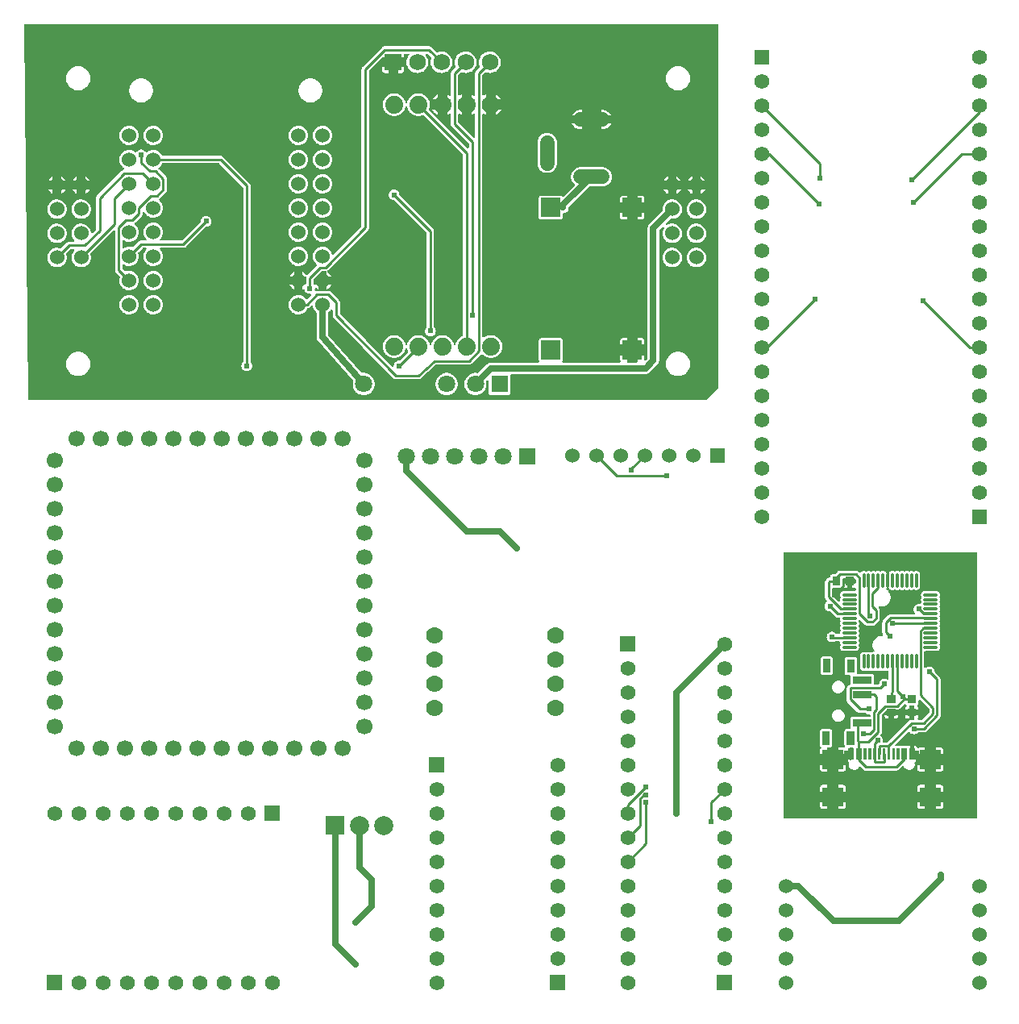
<source format=gbl>
G04 Layer: BottomLayer*
G04 EasyEDA v6.5.1, 2022-03-29 23:29:47*
G04 6fa140fc38934b6497cce4c8c0035c65,6efad7caf7c64316809b4ed48508c700,10*
G04 Gerber Generator version 0.2*
G04 Scale: 100 percent, Rotated: No, Reflected: No *
G04 Dimensions in millimeters *
G04 leading zeros omitted , absolute positions ,4 integer and 5 decimal *
%FSLAX45Y45*%
%MOMM*%

%ADD10C,0.2540*%
%ADD11C,0.6840*%
%ADD12C,0.2600*%
%ADD14C,0.6100*%
%ADD15C,0.6096*%
%ADD38C,1.5240*%
%ADD39C,1.8000*%
%ADD40R,1.8000X1.8000*%
%ADD41C,1.7780*%
%ADD42C,1.7000*%
%ADD43R,2.0000X2.0000*%
%ADD44C,2.0000*%
%ADD45R,1.5240X1.5240*%
%ADD47C,1.7500*%
%ADD48C,1.8796*%
%ADD50C,1.5748*%
%ADD51C,1.5000*%
%ADD52C,0.3000*%

%LPD*%
G36*
X-129641Y-3740150D02*
G01*
X-133502Y-3739387D01*
X-136804Y-3737203D01*
X-138988Y-3733952D01*
X-139801Y-3730091D01*
X-177698Y199288D01*
X-176936Y203200D01*
X-174752Y206552D01*
X-171450Y208788D01*
X-167538Y209550D01*
X7101840Y209550D01*
X7105751Y208788D01*
X7109002Y206552D01*
X7111238Y203301D01*
X7112000Y199390D01*
X7112000Y-3608933D01*
X7111238Y-3612845D01*
X7109002Y-3616147D01*
X6987997Y-3737152D01*
X6984695Y-3739387D01*
X6980783Y-3740150D01*
G37*

%LPC*%
G36*
X4723892Y-3684625D02*
G01*
X4902708Y-3684625D01*
X4909058Y-3683914D01*
X4914493Y-3681984D01*
X4919421Y-3678885D01*
X4923485Y-3674821D01*
X4926584Y-3669893D01*
X4928514Y-3664458D01*
X4929225Y-3658108D01*
X4929225Y-3479292D01*
X4928717Y-3475024D01*
X4929124Y-3470757D01*
X4931257Y-3467100D01*
X4934661Y-3464610D01*
X4938826Y-3463696D01*
X6349695Y-3463696D01*
X6357620Y-3463239D01*
X6359702Y-3462934D01*
X6367373Y-3461156D01*
X6376568Y-3457498D01*
X6385102Y-3452368D01*
X6386728Y-3451148D01*
X6392722Y-3445865D01*
X6471767Y-3366820D01*
X6477050Y-3360826D01*
X6478270Y-3359200D01*
X6482435Y-3352546D01*
X6483400Y-3350666D01*
X6487058Y-3341471D01*
X6488836Y-3333800D01*
X6489598Y-3323793D01*
X6489598Y-1960778D01*
X6490360Y-1956866D01*
X6492595Y-1953615D01*
X6525971Y-1920189D01*
X6529476Y-1917954D01*
X6533540Y-1917242D01*
X6537604Y-1918258D01*
X6540906Y-1920798D01*
X6542887Y-1924456D01*
X6543243Y-1928622D01*
X6541871Y-1932584D01*
X6536690Y-1941372D01*
X6531356Y-1953920D01*
X6527749Y-1967077D01*
X6525920Y-1980590D01*
X6525920Y-1994204D01*
X6527749Y-2007717D01*
X6531356Y-2020874D01*
X6536690Y-2033422D01*
X6543649Y-2045157D01*
X6552082Y-2055875D01*
X6561886Y-2065375D01*
X6572859Y-2073452D01*
X6584848Y-2080006D01*
X6597548Y-2084882D01*
X6610807Y-2088083D01*
X6624370Y-2089404D01*
X6638036Y-2088997D01*
X6651447Y-2086711D01*
X6664502Y-2082647D01*
X6676847Y-2076907D01*
X6688378Y-2069592D01*
X6698792Y-2060803D01*
X6707936Y-2050643D01*
X6715658Y-2039416D01*
X6721805Y-2027275D01*
X6726275Y-2014372D01*
X6728968Y-2001012D01*
X6729882Y-1987397D01*
X6728968Y-1973783D01*
X6726275Y-1960422D01*
X6721805Y-1947570D01*
X6715658Y-1935378D01*
X6707936Y-1924151D01*
X6698792Y-1914042D01*
X6688378Y-1905203D01*
X6676847Y-1897888D01*
X6664502Y-1892147D01*
X6651447Y-1888083D01*
X6638036Y-1885848D01*
X6624370Y-1885391D01*
X6610807Y-1886712D01*
X6597548Y-1889912D01*
X6584848Y-1894789D01*
X6573113Y-1901240D01*
X6569202Y-1902409D01*
X6565087Y-1901952D01*
X6561531Y-1899920D01*
X6559042Y-1896618D01*
X6558076Y-1892604D01*
X6558788Y-1888540D01*
X6561074Y-1885137D01*
X6608572Y-1837588D01*
X6612381Y-1835200D01*
X6616801Y-1834642D01*
X6624370Y-1835404D01*
X6638036Y-1834997D01*
X6651447Y-1832711D01*
X6664502Y-1828647D01*
X6676847Y-1822907D01*
X6688378Y-1815592D01*
X6698792Y-1806803D01*
X6707936Y-1796643D01*
X6715658Y-1785416D01*
X6721805Y-1773275D01*
X6726275Y-1760372D01*
X6728968Y-1747012D01*
X6729882Y-1733397D01*
X6728968Y-1719783D01*
X6726275Y-1706422D01*
X6721805Y-1693570D01*
X6715658Y-1681378D01*
X6707936Y-1670151D01*
X6698792Y-1660042D01*
X6688378Y-1651203D01*
X6676847Y-1643888D01*
X6664502Y-1638147D01*
X6651447Y-1634083D01*
X6638036Y-1631848D01*
X6624370Y-1631391D01*
X6610807Y-1632712D01*
X6597548Y-1635912D01*
X6584848Y-1640789D01*
X6572859Y-1647342D01*
X6561886Y-1655419D01*
X6552082Y-1664919D01*
X6543649Y-1675638D01*
X6536690Y-1687372D01*
X6531356Y-1699920D01*
X6527749Y-1713077D01*
X6525920Y-1726590D01*
X6525920Y-1740204D01*
X6526479Y-1744065D01*
X6526377Y-1747164D01*
X6525412Y-1750110D01*
X6523583Y-1752600D01*
X6387236Y-1888947D01*
X6380683Y-1896567D01*
X6376517Y-1903272D01*
X6372606Y-1912366D01*
X6371945Y-1914296D01*
X6370167Y-1921967D01*
X6369862Y-1924050D01*
X6369405Y-1931974D01*
X6369405Y-3294989D01*
X6368643Y-3298901D01*
X6366408Y-3302203D01*
X6350609Y-3317951D01*
X6347358Y-3320186D01*
X6343446Y-3320948D01*
X6339535Y-3320186D01*
X6336284Y-3317951D01*
X6334048Y-3314649D01*
X6333286Y-3310788D01*
X6333286Y-3269386D01*
X6263741Y-3269386D01*
X6263741Y-3333343D01*
X6262979Y-3337204D01*
X6260744Y-3340506D01*
X6257442Y-3342741D01*
X6253581Y-3343503D01*
X6161176Y-3343503D01*
X6157315Y-3342741D01*
X6154013Y-3340506D01*
X6151778Y-3337204D01*
X6151016Y-3333343D01*
X6151016Y-3269386D01*
X6081471Y-3269386D01*
X6081471Y-3312464D01*
X6082182Y-3318764D01*
X6084112Y-3324199D01*
X6086398Y-3327908D01*
X6087872Y-3331972D01*
X6087567Y-3336239D01*
X6085484Y-3339998D01*
X6082030Y-3342589D01*
X6077813Y-3343503D01*
X5481066Y-3343503D01*
X5476849Y-3342589D01*
X5473395Y-3339998D01*
X5471312Y-3336239D01*
X5471007Y-3331972D01*
X5472480Y-3327908D01*
X5474766Y-3324199D01*
X5476697Y-3318764D01*
X5477408Y-3312464D01*
X5477408Y-3113582D01*
X5476697Y-3107283D01*
X5474766Y-3101797D01*
X5471718Y-3096920D01*
X5467604Y-3092805D01*
X5462727Y-3089706D01*
X5457240Y-3087827D01*
X5450941Y-3087116D01*
X5252059Y-3087116D01*
X5245760Y-3087827D01*
X5240274Y-3089706D01*
X5235397Y-3092805D01*
X5231282Y-3096920D01*
X5228234Y-3101797D01*
X5226304Y-3107283D01*
X5225592Y-3113582D01*
X5225592Y-3312464D01*
X5226304Y-3318764D01*
X5228234Y-3324199D01*
X5230520Y-3327908D01*
X5231993Y-3331972D01*
X5231688Y-3336239D01*
X5229606Y-3339998D01*
X5226151Y-3342589D01*
X5221935Y-3343503D01*
X4724704Y-3343503D01*
X4714697Y-3344265D01*
X4707026Y-3346043D01*
X4697831Y-3349701D01*
X4689297Y-3354832D01*
X4687671Y-3356051D01*
X4681677Y-3361334D01*
X4590796Y-3452215D01*
X4587900Y-3454247D01*
X4584547Y-3455162D01*
X4566564Y-3453028D01*
X4552035Y-3453028D01*
X4537608Y-3454857D01*
X4523486Y-3458464D01*
X4509973Y-3463848D01*
X4497222Y-3470859D01*
X4485436Y-3479393D01*
X4474819Y-3489350D01*
X4465523Y-3500577D01*
X4457750Y-3512870D01*
X4451553Y-3526028D01*
X4447032Y-3539896D01*
X4444339Y-3554171D01*
X4443425Y-3568700D01*
X4444339Y-3583228D01*
X4447032Y-3597503D01*
X4451553Y-3611372D01*
X4457750Y-3624529D01*
X4465523Y-3636822D01*
X4474819Y-3648049D01*
X4485436Y-3658006D01*
X4497222Y-3666540D01*
X4509973Y-3673551D01*
X4523486Y-3678936D01*
X4537608Y-3682542D01*
X4552035Y-3684371D01*
X4566564Y-3684371D01*
X4580991Y-3682542D01*
X4595114Y-3678936D01*
X4608626Y-3673551D01*
X4621377Y-3666540D01*
X4633163Y-3658006D01*
X4643780Y-3648049D01*
X4653076Y-3636822D01*
X4660849Y-3624529D01*
X4667046Y-3611372D01*
X4671568Y-3597503D01*
X4674260Y-3583228D01*
X4675174Y-3568700D01*
X4674260Y-3554171D01*
X4672787Y-3546500D01*
X4672736Y-3543198D01*
X4673701Y-3540048D01*
X4675581Y-3537407D01*
X4680051Y-3532936D01*
X4683353Y-3530752D01*
X4687214Y-3529990D01*
X4691126Y-3530752D01*
X4694428Y-3532936D01*
X4696612Y-3536238D01*
X4697374Y-3540150D01*
X4697374Y-3658108D01*
X4698085Y-3664458D01*
X4700016Y-3669893D01*
X4703114Y-3674821D01*
X4707178Y-3678885D01*
X4712106Y-3681984D01*
X4717542Y-3683914D01*
G37*
G36*
X4250436Y-3684371D02*
G01*
X4264964Y-3684371D01*
X4279442Y-3682542D01*
X4293514Y-3678936D01*
X4307027Y-3673551D01*
X4319778Y-3666540D01*
X4331563Y-3658006D01*
X4342180Y-3648049D01*
X4351477Y-3636822D01*
X4359249Y-3624529D01*
X4365447Y-3611372D01*
X4369968Y-3597503D01*
X4372660Y-3583228D01*
X4373575Y-3568700D01*
X4372660Y-3554171D01*
X4369968Y-3539896D01*
X4365447Y-3526028D01*
X4359249Y-3512870D01*
X4351477Y-3500577D01*
X4342180Y-3489350D01*
X4331563Y-3479393D01*
X4319778Y-3470859D01*
X4307027Y-3463848D01*
X4293514Y-3458464D01*
X4279442Y-3454857D01*
X4264964Y-3453028D01*
X4250436Y-3453028D01*
X4236008Y-3454857D01*
X4221886Y-3458464D01*
X4208373Y-3463848D01*
X4195622Y-3470859D01*
X4183837Y-3479393D01*
X4173220Y-3489350D01*
X4163974Y-3500577D01*
X4156151Y-3512870D01*
X4149953Y-3526028D01*
X4145483Y-3539896D01*
X4142740Y-3554171D01*
X4141825Y-3568700D01*
X4142740Y-3583228D01*
X4145483Y-3597503D01*
X4149953Y-3611372D01*
X4156151Y-3624529D01*
X4163974Y-3636822D01*
X4173220Y-3648049D01*
X4183837Y-3658006D01*
X4195622Y-3666540D01*
X4208373Y-3673551D01*
X4221886Y-3678936D01*
X4236008Y-3682542D01*
G37*
G36*
X3380435Y-3684371D02*
G01*
X3394964Y-3684371D01*
X3409391Y-3682542D01*
X3423513Y-3678936D01*
X3437026Y-3673551D01*
X3449777Y-3666540D01*
X3461562Y-3658006D01*
X3472179Y-3648049D01*
X3481425Y-3636822D01*
X3489248Y-3624529D01*
X3495446Y-3611372D01*
X3499916Y-3597503D01*
X3502660Y-3583228D01*
X3503574Y-3568700D01*
X3502660Y-3554171D01*
X3499916Y-3539896D01*
X3495446Y-3526028D01*
X3489248Y-3512870D01*
X3481425Y-3500577D01*
X3472179Y-3489350D01*
X3461562Y-3479393D01*
X3449777Y-3470859D01*
X3437026Y-3463848D01*
X3423513Y-3458464D01*
X3409391Y-3454857D01*
X3394964Y-3453028D01*
X3380435Y-3453028D01*
X3372612Y-3454044D01*
X3369310Y-3453892D01*
X3366262Y-3452774D01*
X3363722Y-3450691D01*
X3016910Y-3057702D01*
X3015030Y-3054604D01*
X3014370Y-3050997D01*
X3014370Y-2823870D01*
X3014878Y-2820771D01*
X3016300Y-2817977D01*
X3029966Y-2805023D01*
X3038449Y-2794304D01*
X3041294Y-2789478D01*
X3044291Y-2786278D01*
X3048355Y-2784652D01*
X3052724Y-2784856D01*
X3056585Y-2786888D01*
X3059226Y-2790393D01*
X3060192Y-2794660D01*
X3060192Y-2844342D01*
X3060903Y-2851912D01*
X3063036Y-2859176D01*
X3066542Y-2865882D01*
X3071571Y-2872181D01*
X3693160Y-3506470D01*
X3699357Y-3511651D01*
X3705961Y-3515258D01*
X3713175Y-3517544D01*
X3721608Y-3518408D01*
X3961892Y-3518408D01*
X3969918Y-3517595D01*
X3977132Y-3515410D01*
X3983888Y-3511804D01*
X3988866Y-3507892D01*
X4139692Y-3368700D01*
X4142892Y-3366719D01*
X4146550Y-3366008D01*
X4491228Y-3366008D01*
X4499254Y-3365195D01*
X4506468Y-3363010D01*
X4513173Y-3359454D01*
X4519371Y-3354324D01*
X4619040Y-3254705D01*
X4622393Y-3252470D01*
X4626305Y-3251708D01*
X4630216Y-3252520D01*
X4633518Y-3254806D01*
X4642053Y-3263595D01*
X4653534Y-3272840D01*
X4666081Y-3280613D01*
X4679492Y-3286760D01*
X4693564Y-3291230D01*
X4708093Y-3293973D01*
X4722825Y-3294887D01*
X4737506Y-3293973D01*
X4752035Y-3291230D01*
X4766106Y-3286760D01*
X4779518Y-3280613D01*
X4792065Y-3272840D01*
X4803546Y-3263595D01*
X4813808Y-3252978D01*
X4822698Y-3241192D01*
X4830114Y-3228441D01*
X4835855Y-3214827D01*
X4839868Y-3200654D01*
X4842154Y-3186074D01*
X4842611Y-3171291D01*
X4841240Y-3156610D01*
X4838090Y-3142183D01*
X4833162Y-3128264D01*
X4826609Y-3115056D01*
X4818481Y-3102762D01*
X4808880Y-3091535D01*
X4797958Y-3081629D01*
X4785918Y-3073095D01*
X4772914Y-3066084D01*
X4759147Y-3060750D01*
X4744821Y-3057194D01*
X4730191Y-3055366D01*
X4715408Y-3055366D01*
X4700778Y-3057194D01*
X4686452Y-3060750D01*
X4672685Y-3066084D01*
X4659680Y-3073095D01*
X4650536Y-3079597D01*
X4646422Y-3081274D01*
X4642053Y-3081121D01*
X4638141Y-3079089D01*
X4635449Y-3075584D01*
X4634484Y-3071317D01*
X4634484Y-738733D01*
X4635195Y-734974D01*
X4637227Y-731774D01*
X4640275Y-729538D01*
X4643932Y-728573D01*
X4647692Y-729030D01*
X4650994Y-730808D01*
X4653534Y-732840D01*
X4666081Y-740613D01*
X4669485Y-742137D01*
X4669485Y-688340D01*
X4644644Y-688340D01*
X4640732Y-687578D01*
X4637481Y-685342D01*
X4635246Y-682091D01*
X4634484Y-678180D01*
X4634484Y-591820D01*
X4635246Y-587908D01*
X4637481Y-584657D01*
X4640732Y-582422D01*
X4644644Y-581660D01*
X4669485Y-581660D01*
X4669485Y-527862D01*
X4659680Y-533095D01*
X4650536Y-539597D01*
X4646422Y-541274D01*
X4642053Y-541121D01*
X4638141Y-539089D01*
X4635449Y-535584D01*
X4634484Y-531317D01*
X4634484Y-326542D01*
X4635246Y-322630D01*
X4637481Y-319328D01*
X4658868Y-297942D01*
X4662220Y-295706D01*
X4666183Y-294995D01*
X4670145Y-295859D01*
X4672533Y-296926D01*
X4686452Y-301040D01*
X4700828Y-303377D01*
X4715357Y-303834D01*
X4729784Y-302412D01*
X4743958Y-299212D01*
X4757572Y-294182D01*
X4770475Y-287477D01*
X4782413Y-279146D01*
X4793132Y-269392D01*
X4802581Y-258317D01*
X4810506Y-246125D01*
X4816805Y-233070D01*
X4821377Y-219252D01*
X4824171Y-204978D01*
X4825085Y-190500D01*
X4824171Y-176022D01*
X4821377Y-161747D01*
X4816805Y-147929D01*
X4810506Y-134874D01*
X4802581Y-122682D01*
X4793132Y-111607D01*
X4782413Y-101854D01*
X4770475Y-93522D01*
X4757572Y-86817D01*
X4743958Y-81788D01*
X4729784Y-78587D01*
X4715357Y-77165D01*
X4700828Y-77622D01*
X4686452Y-79959D01*
X4672533Y-84074D01*
X4659274Y-89966D01*
X4646828Y-97485D01*
X4635449Y-106578D01*
X4625340Y-116992D01*
X4616653Y-128625D01*
X4609541Y-141325D01*
X4604105Y-154787D01*
X4600397Y-168808D01*
X4598568Y-183235D01*
X4598568Y-197764D01*
X4600397Y-212191D01*
X4604105Y-226212D01*
X4606544Y-232308D01*
X4607306Y-236169D01*
X4606493Y-240029D01*
X4604308Y-243281D01*
X4568901Y-278688D01*
X4563821Y-284886D01*
X4560265Y-291592D01*
X4558080Y-298805D01*
X4557268Y-306832D01*
X4557268Y-531418D01*
X4556302Y-535686D01*
X4553610Y-539191D01*
X4549698Y-541223D01*
X4545279Y-541375D01*
X4541215Y-539699D01*
X4531918Y-533095D01*
X4522165Y-527862D01*
X4522165Y-581660D01*
X4547108Y-581660D01*
X4550968Y-582422D01*
X4554270Y-584657D01*
X4556506Y-587908D01*
X4557268Y-591820D01*
X4557268Y-678180D01*
X4556506Y-682091D01*
X4554270Y-685342D01*
X4550968Y-687578D01*
X4547108Y-688340D01*
X4522165Y-688340D01*
X4522165Y-742137D01*
X4525518Y-740613D01*
X4538065Y-732840D01*
X4540758Y-730656D01*
X4544060Y-728878D01*
X4547819Y-728472D01*
X4551476Y-729437D01*
X4554524Y-731672D01*
X4556556Y-734872D01*
X4557268Y-738581D01*
X4557268Y-976121D01*
X4556506Y-980033D01*
X4554270Y-983335D01*
X4550968Y-985519D01*
X4547108Y-986282D01*
X4543196Y-985519D01*
X4539945Y-983335D01*
X4383379Y-826769D01*
X4381195Y-823468D01*
X4380433Y-819607D01*
X4380433Y-738632D01*
X4381093Y-734923D01*
X4383125Y-731723D01*
X4386173Y-729488D01*
X4389831Y-728522D01*
X4393590Y-728980D01*
X4396943Y-730758D01*
X4399534Y-732840D01*
X4412081Y-740613D01*
X4415485Y-742137D01*
X4415485Y-688340D01*
X4390593Y-688340D01*
X4386681Y-687578D01*
X4383379Y-685342D01*
X4381195Y-682091D01*
X4380433Y-678180D01*
X4380433Y-591820D01*
X4381195Y-587908D01*
X4383379Y-584657D01*
X4386681Y-582422D01*
X4390593Y-581660D01*
X4415485Y-581660D01*
X4415485Y-527862D01*
X4405680Y-533095D01*
X4396435Y-539648D01*
X4392371Y-541324D01*
X4387951Y-541172D01*
X4384040Y-539140D01*
X4381347Y-535635D01*
X4380433Y-531368D01*
X4380433Y-326593D01*
X4381195Y-322732D01*
X4383379Y-319430D01*
X4404868Y-297942D01*
X4408220Y-295706D01*
X4412183Y-294995D01*
X4416145Y-295859D01*
X4418533Y-296926D01*
X4432452Y-301040D01*
X4446828Y-303377D01*
X4461357Y-303834D01*
X4475784Y-302412D01*
X4489958Y-299212D01*
X4503572Y-294182D01*
X4516475Y-287477D01*
X4528413Y-279146D01*
X4539132Y-269392D01*
X4548581Y-258317D01*
X4556506Y-246125D01*
X4562805Y-233070D01*
X4567377Y-219252D01*
X4570171Y-204978D01*
X4571085Y-190500D01*
X4570171Y-176022D01*
X4567377Y-161747D01*
X4562805Y-147929D01*
X4556506Y-134874D01*
X4548581Y-122682D01*
X4539132Y-111607D01*
X4528413Y-101854D01*
X4516475Y-93522D01*
X4503572Y-86817D01*
X4489958Y-81788D01*
X4475784Y-78587D01*
X4461357Y-77165D01*
X4446828Y-77622D01*
X4432452Y-79959D01*
X4418533Y-84074D01*
X4405274Y-89966D01*
X4392828Y-97485D01*
X4381449Y-106578D01*
X4371340Y-116992D01*
X4362653Y-128625D01*
X4355541Y-141325D01*
X4350105Y-154787D01*
X4346397Y-168808D01*
X4344568Y-183235D01*
X4344568Y-197764D01*
X4346397Y-212191D01*
X4350105Y-226212D01*
X4352544Y-232308D01*
X4353306Y-236169D01*
X4352493Y-240029D01*
X4350308Y-243281D01*
X4314850Y-278739D01*
X4309719Y-284988D01*
X4306163Y-291642D01*
X4303979Y-298856D01*
X4303217Y-306882D01*
X4303217Y-531368D01*
X4302252Y-535635D01*
X4299559Y-539140D01*
X4295648Y-541172D01*
X4291228Y-541324D01*
X4287164Y-539648D01*
X4277918Y-533095D01*
X4268165Y-527862D01*
X4268165Y-581660D01*
X4293057Y-581660D01*
X4296918Y-582422D01*
X4300220Y-584657D01*
X4302404Y-587908D01*
X4303217Y-591820D01*
X4303217Y-678180D01*
X4302404Y-682091D01*
X4300220Y-685342D01*
X4296918Y-687578D01*
X4293057Y-688340D01*
X4268165Y-688340D01*
X4268165Y-742137D01*
X4271518Y-740613D01*
X4284065Y-732840D01*
X4286656Y-730758D01*
X4290009Y-728980D01*
X4293768Y-728522D01*
X4297426Y-729488D01*
X4300474Y-731723D01*
X4302506Y-734923D01*
X4303217Y-738632D01*
X4303217Y-839317D01*
X4303979Y-847344D01*
X4306163Y-854557D01*
X4309719Y-861212D01*
X4314850Y-867460D01*
X4487926Y-1040536D01*
X4490110Y-1043838D01*
X4490923Y-1047699D01*
X4490923Y-1085951D01*
X4490110Y-1089863D01*
X4487926Y-1093165D01*
X4484624Y-1095349D01*
X4480763Y-1096111D01*
X4476851Y-1095349D01*
X4473549Y-1093165D01*
X4073144Y-692759D01*
X4070959Y-689457D01*
X4070197Y-685546D01*
X4071010Y-681634D01*
X4073855Y-674827D01*
X4077868Y-660654D01*
X4080154Y-646074D01*
X4080611Y-631291D01*
X4079240Y-616610D01*
X4076090Y-602183D01*
X4071162Y-588264D01*
X4064609Y-575056D01*
X4056481Y-562762D01*
X4046880Y-551535D01*
X4035958Y-541629D01*
X4023918Y-533095D01*
X4010914Y-526084D01*
X3997147Y-520750D01*
X3982821Y-517194D01*
X3968191Y-515366D01*
X3953408Y-515366D01*
X3938778Y-517194D01*
X3924452Y-520750D01*
X3910685Y-526084D01*
X3897680Y-533095D01*
X3885641Y-541629D01*
X3874770Y-551535D01*
X3865118Y-562762D01*
X3856990Y-575056D01*
X3850436Y-588264D01*
X3845509Y-602183D01*
X3843731Y-610311D01*
X3842156Y-613918D01*
X3839362Y-616661D01*
X3835755Y-618134D01*
X3831844Y-618134D01*
X3828237Y-616661D01*
X3825443Y-613918D01*
X3823868Y-610311D01*
X3822090Y-602183D01*
X3817162Y-588264D01*
X3810609Y-575056D01*
X3802481Y-562762D01*
X3792880Y-551535D01*
X3781958Y-541629D01*
X3769918Y-533095D01*
X3756914Y-526084D01*
X3743147Y-520750D01*
X3728821Y-517194D01*
X3714191Y-515366D01*
X3699408Y-515366D01*
X3684778Y-517194D01*
X3670452Y-520750D01*
X3656685Y-526084D01*
X3643680Y-533095D01*
X3631641Y-541629D01*
X3620770Y-551535D01*
X3611118Y-562762D01*
X3602990Y-575056D01*
X3596436Y-588264D01*
X3591509Y-602183D01*
X3588359Y-616610D01*
X3586987Y-631291D01*
X3587445Y-646074D01*
X3589731Y-660654D01*
X3593744Y-674827D01*
X3599484Y-688441D01*
X3606901Y-701192D01*
X3615791Y-712978D01*
X3626053Y-723595D01*
X3637534Y-732840D01*
X3650081Y-740613D01*
X3663492Y-746760D01*
X3677564Y-751230D01*
X3692093Y-753973D01*
X3706825Y-754888D01*
X3721506Y-753973D01*
X3736035Y-751230D01*
X3750106Y-746760D01*
X3763518Y-740613D01*
X3776065Y-732840D01*
X3787546Y-723595D01*
X3797808Y-712978D01*
X3806698Y-701192D01*
X3814114Y-688441D01*
X3819855Y-674827D01*
X3824020Y-660196D01*
X3826103Y-656336D01*
X3829558Y-653745D01*
X3833825Y-652780D01*
X3838041Y-653745D01*
X3841496Y-656336D01*
X3843578Y-660196D01*
X3847744Y-674827D01*
X3853484Y-688441D01*
X3860901Y-701192D01*
X3869791Y-712978D01*
X3880053Y-723595D01*
X3891534Y-732840D01*
X3904081Y-740613D01*
X3917492Y-746760D01*
X3931564Y-751230D01*
X3946093Y-753973D01*
X3960825Y-754888D01*
X3975506Y-753973D01*
X3990035Y-751230D01*
X4004106Y-746760D01*
X4007154Y-745337D01*
X4011168Y-744423D01*
X4015181Y-745134D01*
X4018584Y-747420D01*
X4427220Y-1156004D01*
X4429404Y-1159306D01*
X4430217Y-1163218D01*
X4430217Y-3054705D01*
X4429404Y-3058668D01*
X4427118Y-3061970D01*
X4423714Y-3064154D01*
X4418685Y-3066084D01*
X4405680Y-3073095D01*
X4393641Y-3081629D01*
X4382770Y-3091535D01*
X4373118Y-3102762D01*
X4364990Y-3115056D01*
X4358436Y-3128264D01*
X4353509Y-3142183D01*
X4351731Y-3150311D01*
X4350156Y-3153918D01*
X4347362Y-3156661D01*
X4343755Y-3158134D01*
X4339844Y-3158134D01*
X4336237Y-3156661D01*
X4333443Y-3153918D01*
X4331868Y-3150311D01*
X4330090Y-3142183D01*
X4325162Y-3128264D01*
X4318609Y-3115056D01*
X4310481Y-3102762D01*
X4300880Y-3091535D01*
X4289958Y-3081629D01*
X4277918Y-3073095D01*
X4264914Y-3066084D01*
X4251147Y-3060750D01*
X4236821Y-3057194D01*
X4222191Y-3055366D01*
X4207408Y-3055366D01*
X4192778Y-3057194D01*
X4178452Y-3060750D01*
X4164685Y-3066084D01*
X4151680Y-3073095D01*
X4139641Y-3081629D01*
X4128770Y-3091535D01*
X4119118Y-3102762D01*
X4110990Y-3115056D01*
X4104436Y-3128264D01*
X4099509Y-3142183D01*
X4097731Y-3150311D01*
X4096156Y-3153918D01*
X4093362Y-3156661D01*
X4089755Y-3158134D01*
X4085844Y-3158134D01*
X4082237Y-3156661D01*
X4079443Y-3153918D01*
X4077868Y-3150311D01*
X4076090Y-3142183D01*
X4071162Y-3128264D01*
X4064609Y-3115056D01*
X4056481Y-3102762D01*
X4046880Y-3091535D01*
X4035958Y-3081629D01*
X4023918Y-3073095D01*
X4010914Y-3066084D01*
X3997147Y-3060750D01*
X3982821Y-3057194D01*
X3968191Y-3055366D01*
X3953408Y-3055366D01*
X3938778Y-3057194D01*
X3924452Y-3060750D01*
X3910685Y-3066084D01*
X3897680Y-3073095D01*
X3885641Y-3081629D01*
X3874770Y-3091535D01*
X3865118Y-3102762D01*
X3856990Y-3115056D01*
X3850436Y-3128264D01*
X3845509Y-3142183D01*
X3843731Y-3150311D01*
X3842156Y-3153918D01*
X3839362Y-3156661D01*
X3835755Y-3158134D01*
X3831844Y-3158134D01*
X3828237Y-3156661D01*
X3825443Y-3153918D01*
X3823868Y-3150311D01*
X3822090Y-3142183D01*
X3817162Y-3128264D01*
X3810609Y-3115056D01*
X3802481Y-3102762D01*
X3792880Y-3091535D01*
X3781958Y-3081629D01*
X3769918Y-3073095D01*
X3756914Y-3066084D01*
X3743147Y-3060750D01*
X3728821Y-3057194D01*
X3714191Y-3055366D01*
X3699408Y-3055366D01*
X3684778Y-3057194D01*
X3670452Y-3060750D01*
X3656685Y-3066084D01*
X3643680Y-3073095D01*
X3631641Y-3081629D01*
X3620770Y-3091535D01*
X3611118Y-3102762D01*
X3602990Y-3115056D01*
X3596436Y-3128264D01*
X3591509Y-3142183D01*
X3588359Y-3156610D01*
X3586987Y-3171291D01*
X3587445Y-3186074D01*
X3589731Y-3200654D01*
X3593744Y-3214827D01*
X3599484Y-3228441D01*
X3606901Y-3241192D01*
X3615791Y-3252978D01*
X3626053Y-3263595D01*
X3637534Y-3272840D01*
X3650081Y-3280613D01*
X3663492Y-3286760D01*
X3677564Y-3291230D01*
X3692093Y-3293973D01*
X3706825Y-3294887D01*
X3721506Y-3293973D01*
X3736035Y-3291230D01*
X3750106Y-3286760D01*
X3763518Y-3280613D01*
X3776065Y-3272840D01*
X3787546Y-3263595D01*
X3797808Y-3252978D01*
X3806698Y-3241192D01*
X3814114Y-3228441D01*
X3819855Y-3214827D01*
X3824020Y-3200196D01*
X3826103Y-3196336D01*
X3829558Y-3193745D01*
X3833825Y-3192780D01*
X3838041Y-3193745D01*
X3841496Y-3196336D01*
X3843578Y-3200196D01*
X3847744Y-3214827D01*
X3850843Y-3222142D01*
X3851605Y-3226003D01*
X3850894Y-3229914D01*
X3848658Y-3233216D01*
X3763518Y-3319068D01*
X3760571Y-3321100D01*
X3757168Y-3322015D01*
X3749395Y-3322726D01*
X3739946Y-3325266D01*
X3731006Y-3329381D01*
X3722979Y-3335020D01*
X3716020Y-3341979D01*
X3710381Y-3350006D01*
X3706266Y-3358946D01*
X3703726Y-3368395D01*
X3702862Y-3378200D01*
X3703065Y-3380486D01*
X3702558Y-3384600D01*
X3700475Y-3388156D01*
X3697173Y-3390595D01*
X3693160Y-3391560D01*
X3689096Y-3390798D01*
X3685692Y-3388512D01*
X3140303Y-2831998D01*
X3138170Y-2828747D01*
X3137408Y-2824886D01*
X3137408Y-2713736D01*
X3136595Y-2705709D01*
X3134410Y-2698496D01*
X3130854Y-2691790D01*
X3125724Y-2685592D01*
X3043123Y-2602992D01*
X3036925Y-2597861D01*
X3030270Y-2594305D01*
X3023006Y-2592120D01*
X3014980Y-2591308D01*
X3007410Y-2591308D01*
X3003042Y-2590342D01*
X2999587Y-2587599D01*
X2997962Y-2585059D01*
X2995726Y-2588310D01*
X2992475Y-2590546D01*
X2988564Y-2591308D01*
X2919984Y-2591308D01*
X2916123Y-2590546D01*
X2912821Y-2588310D01*
X2910586Y-2585059D01*
X2910382Y-2584043D01*
X2908401Y-2587802D01*
X2904947Y-2590393D01*
X2900680Y-2591308D01*
X2896616Y-2591308D01*
X2888589Y-2592120D01*
X2886252Y-2592781D01*
X2881985Y-2593136D01*
X2877972Y-2591714D01*
X2874873Y-2588717D01*
X2873298Y-2584754D01*
X2873502Y-2580436D01*
X2874924Y-2575204D01*
X2875330Y-2570175D01*
X2876702Y-2565958D01*
X2879648Y-2562707D01*
X2883712Y-2561031D01*
X2888132Y-2561234D01*
X2892044Y-2563266D01*
X2893720Y-2564688D01*
X2906115Y-2572562D01*
X2909214Y-2575610D01*
X2909824Y-2577236D01*
X2909824Y-2526995D01*
X2868168Y-2526995D01*
X2864256Y-2526182D01*
X2861005Y-2523998D01*
X2858770Y-2520696D01*
X2858008Y-2516835D01*
X2858008Y-2475839D01*
X2858770Y-2471978D01*
X2861005Y-2468676D01*
X2888589Y-2441041D01*
X2891891Y-2438857D01*
X2895803Y-2438095D01*
X2909824Y-2438095D01*
X2909824Y-2424023D01*
X2910586Y-2420162D01*
X2912821Y-2416860D01*
X2943860Y-2385822D01*
X2947162Y-2383586D01*
X2951022Y-2382824D01*
X2986582Y-2382824D01*
X2991764Y-2383180D01*
X2995371Y-2385314D01*
X2997860Y-2388717D01*
X2998724Y-2392832D01*
X2998724Y-2438095D01*
X3046069Y-2438095D01*
X3045409Y-2436469D01*
X3038449Y-2424734D01*
X3029966Y-2414066D01*
X3020161Y-2404567D01*
X3009188Y-2396490D01*
X3006648Y-2395067D01*
X3003397Y-2392222D01*
X3001619Y-2388311D01*
X3001619Y-2383942D01*
X3003448Y-2380030D01*
X3006750Y-2377236D01*
X3008528Y-2376271D01*
X3014726Y-2371140D01*
X3430219Y-1955698D01*
X3435350Y-1949450D01*
X3438906Y-1942795D01*
X3441090Y-1935581D01*
X3441852Y-1927555D01*
X3441852Y-284886D01*
X3442665Y-281025D01*
X3444849Y-277723D01*
X3579164Y-143357D01*
X3582466Y-141173D01*
X3586378Y-140411D01*
X3645611Y-140411D01*
X3645611Y-110794D01*
X3646373Y-106883D01*
X3648557Y-103632D01*
X3651859Y-101396D01*
X3655771Y-100634D01*
X3735628Y-100634D01*
X3739540Y-101396D01*
X3742842Y-103632D01*
X3745026Y-106883D01*
X3745788Y-110794D01*
X3745788Y-140411D01*
X3809085Y-140411D01*
X3809085Y-110794D01*
X3809898Y-106883D01*
X3812082Y-103632D01*
X3815384Y-101396D01*
X3819245Y-100634D01*
X3855313Y-100634D01*
X3859682Y-101600D01*
X3863187Y-104343D01*
X3865168Y-108356D01*
X3865270Y-112776D01*
X3863441Y-116890D01*
X3854653Y-128625D01*
X3847541Y-141325D01*
X3842105Y-154787D01*
X3838397Y-168808D01*
X3836568Y-183235D01*
X3836568Y-197764D01*
X3838397Y-212191D01*
X3842105Y-226212D01*
X3847541Y-239674D01*
X3854653Y-252374D01*
X3863340Y-264007D01*
X3873449Y-274421D01*
X3884828Y-283514D01*
X3897274Y-291033D01*
X3910533Y-296926D01*
X3924452Y-301040D01*
X3938828Y-303377D01*
X3953357Y-303834D01*
X3967784Y-302412D01*
X3981958Y-299212D01*
X3995572Y-294182D01*
X4008475Y-287477D01*
X4020413Y-279146D01*
X4031132Y-269392D01*
X4040581Y-258317D01*
X4048506Y-246125D01*
X4054805Y-233070D01*
X4059377Y-219252D01*
X4062171Y-204978D01*
X4063085Y-190500D01*
X4062171Y-176022D01*
X4059377Y-161747D01*
X4054805Y-147929D01*
X4048506Y-134874D01*
X4040581Y-122682D01*
X4036060Y-117398D01*
X4034180Y-114046D01*
X4033621Y-110235D01*
X4034586Y-106527D01*
X4036822Y-103428D01*
X4040022Y-101346D01*
X4043781Y-100634D01*
X4055008Y-100634D01*
X4058920Y-101396D01*
X4062222Y-103632D01*
X4096308Y-137718D01*
X4098493Y-140970D01*
X4099306Y-144830D01*
X4098544Y-148691D01*
X4096105Y-154787D01*
X4092397Y-168808D01*
X4090568Y-183235D01*
X4090568Y-197764D01*
X4092397Y-212191D01*
X4096105Y-226212D01*
X4101541Y-239674D01*
X4108653Y-252374D01*
X4117340Y-264007D01*
X4127449Y-274421D01*
X4138828Y-283514D01*
X4151274Y-291033D01*
X4164533Y-296926D01*
X4178452Y-301040D01*
X4192828Y-303377D01*
X4207357Y-303834D01*
X4221784Y-302412D01*
X4235958Y-299212D01*
X4249572Y-294182D01*
X4262475Y-287477D01*
X4274413Y-279146D01*
X4285132Y-269392D01*
X4294581Y-258317D01*
X4302506Y-246125D01*
X4308805Y-233070D01*
X4313377Y-219252D01*
X4316171Y-204978D01*
X4317085Y-190500D01*
X4316171Y-176022D01*
X4313377Y-161747D01*
X4308805Y-147929D01*
X4302506Y-134874D01*
X4294581Y-122682D01*
X4285132Y-111607D01*
X4274413Y-101854D01*
X4262475Y-93522D01*
X4249572Y-86817D01*
X4235958Y-81788D01*
X4221784Y-78587D01*
X4207357Y-77165D01*
X4192828Y-77622D01*
X4178452Y-79959D01*
X4164533Y-84074D01*
X4162145Y-85140D01*
X4158183Y-86004D01*
X4154220Y-85293D01*
X4150868Y-83058D01*
X4102862Y-35052D01*
X4096664Y-29971D01*
X4089958Y-26416D01*
X4082745Y-24231D01*
X4074718Y-23418D01*
X3606444Y-23418D01*
X3598418Y-24231D01*
X3591153Y-26416D01*
X3584498Y-29971D01*
X3578301Y-35052D01*
X3376320Y-237032D01*
X3371189Y-243281D01*
X3367633Y-249936D01*
X3365449Y-257149D01*
X3364636Y-265176D01*
X3364636Y-1907844D01*
X3363874Y-1911705D01*
X3361690Y-1915007D01*
X3069742Y-2206955D01*
X3066186Y-2209292D01*
X3062020Y-2209952D01*
X3057956Y-2208834D01*
X3054705Y-2206244D01*
X3052775Y-2202484D01*
X3050692Y-2195017D01*
X3045409Y-2182469D01*
X3038449Y-2170734D01*
X3029966Y-2160066D01*
X3020161Y-2150567D01*
X3009188Y-2142490D01*
X2997250Y-2135936D01*
X2984500Y-2131009D01*
X2971241Y-2127859D01*
X2957677Y-2126488D01*
X2944063Y-2126945D01*
X2930601Y-2129231D01*
X2917596Y-2133244D01*
X2905201Y-2138984D01*
X2893720Y-2146350D01*
X2883306Y-2155139D01*
X2874162Y-2165248D01*
X2866440Y-2176475D01*
X2860294Y-2188667D01*
X2855823Y-2201570D01*
X2853080Y-2214930D01*
X2852216Y-2228545D01*
X2853080Y-2242108D01*
X2855823Y-2255469D01*
X2860294Y-2268372D01*
X2866440Y-2280564D01*
X2874162Y-2291791D01*
X2883306Y-2301900D01*
X2893974Y-2310892D01*
X2896514Y-2314194D01*
X2897581Y-2318258D01*
X2896870Y-2322372D01*
X2894584Y-2325878D01*
X2797505Y-2422956D01*
X2793898Y-2425293D01*
X2789732Y-2425903D01*
X2785618Y-2424785D01*
X2782316Y-2422093D01*
X2775966Y-2414066D01*
X2766161Y-2404567D01*
X2755188Y-2396490D01*
X2744724Y-2390749D01*
X2744724Y-2438095D01*
X2771343Y-2438095D01*
X2775458Y-2438958D01*
X2778912Y-2441397D01*
X2780995Y-2445054D01*
X2781452Y-2449220D01*
X2780792Y-2456129D01*
X2780792Y-2516835D01*
X2780030Y-2520696D01*
X2777794Y-2523998D01*
X2774543Y-2526182D01*
X2770632Y-2526995D01*
X2744724Y-2526995D01*
X2744724Y-2574290D01*
X2749905Y-2571496D01*
X2753360Y-2570327D01*
X2757017Y-2570480D01*
X2760370Y-2571902D01*
X2763012Y-2574442D01*
X2764586Y-2577744D01*
X2766415Y-2584704D01*
X2770581Y-2593594D01*
X2776220Y-2601620D01*
X2783179Y-2608580D01*
X2791206Y-2614218D01*
X2800096Y-2618384D01*
X2809595Y-2620924D01*
X2819400Y-2621788D01*
X2824734Y-2621280D01*
X2828848Y-2621788D01*
X2832404Y-2623820D01*
X2834843Y-2627122D01*
X2835808Y-2631135D01*
X2835097Y-2635199D01*
X2832811Y-2638602D01*
X2796133Y-2675280D01*
X2792577Y-2677566D01*
X2788361Y-2678226D01*
X2784246Y-2677109D01*
X2780995Y-2674366D01*
X2775966Y-2668066D01*
X2766161Y-2658567D01*
X2755188Y-2650490D01*
X2743250Y-2643936D01*
X2730500Y-2639009D01*
X2717241Y-2635859D01*
X2703677Y-2634488D01*
X2690063Y-2634945D01*
X2676601Y-2637231D01*
X2663596Y-2641244D01*
X2651201Y-2646984D01*
X2639720Y-2654350D01*
X2629306Y-2663139D01*
X2620162Y-2673248D01*
X2612440Y-2684475D01*
X2606294Y-2696667D01*
X2601823Y-2709570D01*
X2599080Y-2722930D01*
X2598216Y-2736545D01*
X2599080Y-2750108D01*
X2601823Y-2763469D01*
X2606294Y-2776372D01*
X2612440Y-2788564D01*
X2620162Y-2799791D01*
X2629306Y-2809900D01*
X2639720Y-2818688D01*
X2651201Y-2826054D01*
X2663596Y-2831795D01*
X2676601Y-2835808D01*
X2690063Y-2838094D01*
X2703677Y-2838551D01*
X2717241Y-2837180D01*
X2730500Y-2834030D01*
X2743250Y-2829102D01*
X2755188Y-2822549D01*
X2766161Y-2814472D01*
X2775966Y-2805023D01*
X2784449Y-2794304D01*
X2791409Y-2782570D01*
X2792679Y-2779522D01*
X2795219Y-2775915D01*
X2799080Y-2773781D01*
X2804160Y-2772206D01*
X2810865Y-2768650D01*
X2817063Y-2763520D01*
X2835910Y-2744724D01*
X2839567Y-2742387D01*
X2843885Y-2741777D01*
X2848051Y-2742996D01*
X2851302Y-2745892D01*
X2853029Y-2749854D01*
X2855823Y-2763469D01*
X2860294Y-2776372D01*
X2866440Y-2788564D01*
X2874162Y-2799791D01*
X2883306Y-2809900D01*
X2890570Y-2816047D01*
X2893212Y-2819501D01*
X2894177Y-2823819D01*
X2894279Y-3081172D01*
X2894990Y-3087573D01*
X2895701Y-3090976D01*
X2897479Y-3097174D01*
X2898698Y-3100425D01*
X2901492Y-3106267D01*
X2903220Y-3109264D01*
X2906928Y-3114548D01*
X3273399Y-3530041D01*
X3275076Y-3532632D01*
X3275888Y-3535629D01*
X3275736Y-3538677D01*
X3272739Y-3554222D01*
X3271824Y-3568700D01*
X3272739Y-3583228D01*
X3275431Y-3597503D01*
X3279952Y-3611372D01*
X3286150Y-3624529D01*
X3293922Y-3636822D01*
X3303219Y-3648049D01*
X3313836Y-3658006D01*
X3325622Y-3666540D01*
X3338372Y-3673551D01*
X3351885Y-3678936D01*
X3365957Y-3682542D01*
G37*
G36*
X6688124Y-3485896D02*
G01*
X6703466Y-3484981D01*
X6718604Y-3482187D01*
X6733286Y-3477615D01*
X6747357Y-3471316D01*
X6760514Y-3463340D01*
X6772656Y-3453841D01*
X6783527Y-3442970D01*
X6793026Y-3430828D01*
X6801002Y-3417671D01*
X6807301Y-3403600D01*
X6811873Y-3388918D01*
X6814667Y-3373780D01*
X6815581Y-3358438D01*
X6814667Y-3343046D01*
X6811873Y-3327908D01*
X6807301Y-3313226D01*
X6801002Y-3299155D01*
X6793026Y-3285998D01*
X6783527Y-3273856D01*
X6772656Y-3262985D01*
X6760514Y-3253486D01*
X6747357Y-3245510D01*
X6733286Y-3239211D01*
X6718604Y-3234639D01*
X6703466Y-3231845D01*
X6688124Y-3230930D01*
X6672732Y-3231845D01*
X6657594Y-3234639D01*
X6642912Y-3239211D01*
X6628841Y-3245510D01*
X6615684Y-3253486D01*
X6603542Y-3262985D01*
X6592671Y-3273856D01*
X6583172Y-3285998D01*
X6575196Y-3299155D01*
X6568897Y-3313226D01*
X6564325Y-3327908D01*
X6561531Y-3343046D01*
X6560616Y-3358438D01*
X6561531Y-3373780D01*
X6564325Y-3388918D01*
X6568897Y-3403600D01*
X6575196Y-3417671D01*
X6583172Y-3430828D01*
X6592671Y-3442970D01*
X6603542Y-3453841D01*
X6615684Y-3463340D01*
X6628841Y-3471316D01*
X6642912Y-3477615D01*
X6657594Y-3482187D01*
X6672732Y-3484981D01*
G37*
G36*
X388112Y-3485896D02*
G01*
X403504Y-3484981D01*
X418642Y-3482187D01*
X433324Y-3477615D01*
X447344Y-3471316D01*
X460552Y-3463340D01*
X472643Y-3453841D01*
X483514Y-3442970D01*
X493014Y-3430828D01*
X500989Y-3417671D01*
X507339Y-3403600D01*
X511911Y-3388918D01*
X514654Y-3373780D01*
X515620Y-3358438D01*
X514654Y-3343046D01*
X511911Y-3327908D01*
X507339Y-3313226D01*
X500989Y-3299155D01*
X493014Y-3285998D01*
X483514Y-3273856D01*
X472643Y-3262985D01*
X460552Y-3253486D01*
X447344Y-3245510D01*
X433324Y-3239211D01*
X418642Y-3234639D01*
X403504Y-3231845D01*
X388112Y-3230930D01*
X372719Y-3231845D01*
X357581Y-3234639D01*
X342900Y-3239211D01*
X328879Y-3245510D01*
X315671Y-3253486D01*
X303580Y-3262985D01*
X292709Y-3273856D01*
X283210Y-3285998D01*
X275234Y-3299155D01*
X268884Y-3313226D01*
X264312Y-3327908D01*
X261569Y-3343046D01*
X260604Y-3358438D01*
X261569Y-3373780D01*
X264312Y-3388918D01*
X268884Y-3403600D01*
X275234Y-3417671D01*
X283210Y-3430828D01*
X292709Y-3442970D01*
X303580Y-3453841D01*
X315671Y-3463340D01*
X328879Y-3471316D01*
X342900Y-3477615D01*
X357581Y-3482187D01*
X372719Y-3484981D01*
G37*
G36*
X2159000Y-3434537D02*
G01*
X2168804Y-3433673D01*
X2178253Y-3431133D01*
X2187194Y-3427018D01*
X2195220Y-3421379D01*
X2202180Y-3414420D01*
X2207818Y-3406394D01*
X2211933Y-3397453D01*
X2214473Y-3388004D01*
X2215337Y-3378200D01*
X2214473Y-3368395D01*
X2211933Y-3358946D01*
X2207818Y-3350006D01*
X2202180Y-3341979D01*
X2200605Y-3340404D01*
X2198370Y-3337102D01*
X2197608Y-3333191D01*
X2197608Y-1486408D01*
X2196795Y-1478381D01*
X2194610Y-1471168D01*
X2191054Y-1464462D01*
X2185924Y-1458264D01*
X1913280Y-1185570D01*
X1907032Y-1180439D01*
X1900377Y-1176883D01*
X1893163Y-1174699D01*
X1885137Y-1173937D01*
X1277264Y-1173937D01*
X1273403Y-1173175D01*
X1270101Y-1170990D01*
X1260449Y-1154734D01*
X1251966Y-1144066D01*
X1242161Y-1134567D01*
X1231188Y-1126490D01*
X1219250Y-1119936D01*
X1206500Y-1115009D01*
X1193241Y-1111859D01*
X1179677Y-1110488D01*
X1166063Y-1110945D01*
X1152601Y-1113231D01*
X1139596Y-1117244D01*
X1127201Y-1122984D01*
X1115720Y-1130350D01*
X1111656Y-1133754D01*
X1107998Y-1135735D01*
X1103782Y-1136091D01*
X1099870Y-1134668D01*
X1096772Y-1131824D01*
X1092454Y-1125626D01*
X1085494Y-1118666D01*
X1077468Y-1113078D01*
X1068578Y-1108913D01*
X1059078Y-1106373D01*
X1049274Y-1105509D01*
X1039469Y-1106373D01*
X1029969Y-1108913D01*
X1021080Y-1113078D01*
X1013053Y-1118666D01*
X1006094Y-1125626D01*
X1001826Y-1131722D01*
X998931Y-1134465D01*
X995171Y-1135888D01*
X991158Y-1135735D01*
X987501Y-1134059D01*
X977188Y-1126490D01*
X965250Y-1119936D01*
X952500Y-1115009D01*
X939241Y-1111859D01*
X925677Y-1110488D01*
X912063Y-1110945D01*
X898601Y-1113231D01*
X885596Y-1117244D01*
X873201Y-1122984D01*
X861720Y-1130350D01*
X851306Y-1139139D01*
X842162Y-1149248D01*
X834440Y-1160475D01*
X828294Y-1172667D01*
X823823Y-1185570D01*
X821080Y-1198930D01*
X820216Y-1212545D01*
X821080Y-1226108D01*
X823823Y-1239469D01*
X828294Y-1252372D01*
X834440Y-1264564D01*
X842162Y-1275791D01*
X851306Y-1285900D01*
X861720Y-1294688D01*
X869289Y-1299514D01*
X872083Y-1302156D01*
X873658Y-1305661D01*
X873861Y-1309471D01*
X872642Y-1313129D01*
X870153Y-1316024D01*
X866749Y-1317802D01*
X860298Y-1319784D01*
X853643Y-1323340D01*
X847394Y-1328470D01*
X586282Y-1589582D01*
X581152Y-1595831D01*
X577596Y-1602486D01*
X575411Y-1609699D01*
X574598Y-1617726D01*
X574598Y-1941322D01*
X573836Y-1945182D01*
X571601Y-1948484D01*
X537718Y-1982368D01*
X534517Y-1984552D01*
X530758Y-1985365D01*
X526999Y-1984705D01*
X523697Y-1982724D01*
X521411Y-1979625D01*
X520395Y-1975866D01*
X520293Y-1973783D01*
X517550Y-1960422D01*
X513080Y-1947519D01*
X506933Y-1935378D01*
X499211Y-1924151D01*
X490067Y-1913991D01*
X479653Y-1905203D01*
X468172Y-1897888D01*
X455777Y-1892147D01*
X442772Y-1888083D01*
X429310Y-1885848D01*
X415696Y-1885391D01*
X402132Y-1886712D01*
X388874Y-1889912D01*
X376123Y-1894789D01*
X364185Y-1901342D01*
X353212Y-1909419D01*
X343408Y-1918919D01*
X334924Y-1929638D01*
X327964Y-1941372D01*
X322681Y-1953920D01*
X319074Y-1967077D01*
X317246Y-1980590D01*
X317246Y-1994204D01*
X319074Y-2007717D01*
X322681Y-2020874D01*
X327964Y-2033422D01*
X334924Y-2045157D01*
X343408Y-2055875D01*
X345897Y-2058314D01*
X348183Y-2061616D01*
X348996Y-2065528D01*
X348284Y-2069439D01*
X346100Y-2072792D01*
X342747Y-2075027D01*
X338836Y-2075789D01*
X292608Y-2075789D01*
X284581Y-2076602D01*
X277368Y-2078786D01*
X270662Y-2082342D01*
X264464Y-2087422D01*
X209143Y-2142744D01*
X206146Y-2144826D01*
X202590Y-2145690D01*
X198983Y-2145284D01*
X188772Y-2142083D01*
X175310Y-2139848D01*
X161696Y-2139391D01*
X148132Y-2140712D01*
X134874Y-2143912D01*
X122123Y-2148789D01*
X110185Y-2155342D01*
X99212Y-2163419D01*
X89408Y-2172919D01*
X80924Y-2183638D01*
X73964Y-2195372D01*
X68681Y-2207920D01*
X65074Y-2221077D01*
X63246Y-2234590D01*
X63246Y-2248204D01*
X65074Y-2261717D01*
X68681Y-2274874D01*
X73964Y-2287422D01*
X80924Y-2299157D01*
X89408Y-2309876D01*
X99212Y-2319375D01*
X110185Y-2327452D01*
X122123Y-2334006D01*
X134874Y-2338882D01*
X148132Y-2342083D01*
X161696Y-2343404D01*
X175310Y-2342997D01*
X188772Y-2340711D01*
X201777Y-2336647D01*
X214172Y-2330907D01*
X225653Y-2323592D01*
X236067Y-2314803D01*
X245211Y-2304643D01*
X252933Y-2293416D01*
X259079Y-2281275D01*
X263550Y-2268372D01*
X266293Y-2255012D01*
X267208Y-2241397D01*
X266293Y-2227783D01*
X263550Y-2214422D01*
X261315Y-2207920D01*
X260756Y-2204161D01*
X261569Y-2200503D01*
X263702Y-2197404D01*
X305104Y-2156002D01*
X308406Y-2153767D01*
X312318Y-2153005D01*
X338836Y-2153005D01*
X342798Y-2153767D01*
X346100Y-2156002D01*
X348284Y-2159355D01*
X348996Y-2163267D01*
X348183Y-2167178D01*
X345948Y-2170480D01*
X343408Y-2172919D01*
X334924Y-2183638D01*
X327964Y-2195372D01*
X322681Y-2207920D01*
X319074Y-2221077D01*
X317246Y-2234590D01*
X317246Y-2248204D01*
X319074Y-2261717D01*
X322681Y-2274874D01*
X327964Y-2287422D01*
X334924Y-2299157D01*
X343408Y-2309876D01*
X353212Y-2319375D01*
X364185Y-2327452D01*
X376123Y-2334006D01*
X388874Y-2338882D01*
X402132Y-2342083D01*
X415696Y-2343404D01*
X429310Y-2342946D01*
X442772Y-2340711D01*
X455777Y-2336647D01*
X468172Y-2330907D01*
X479653Y-2323592D01*
X490067Y-2314803D01*
X499211Y-2304643D01*
X506933Y-2293416D01*
X513080Y-2281275D01*
X517550Y-2268372D01*
X520293Y-2255012D01*
X521208Y-2241397D01*
X520293Y-2227783D01*
X517550Y-2214422D01*
X515315Y-2207920D01*
X514756Y-2204161D01*
X515569Y-2200503D01*
X517702Y-2197404D01*
X757428Y-1957679D01*
X760679Y-1955495D01*
X764590Y-1954733D01*
X768502Y-1955495D01*
X771753Y-1957679D01*
X773988Y-1960981D01*
X774750Y-1964893D01*
X774750Y-2373122D01*
X775563Y-2381148D01*
X777748Y-2388362D01*
X781304Y-2395016D01*
X786434Y-2401265D01*
X823671Y-2438501D01*
X825804Y-2441651D01*
X826617Y-2445308D01*
X826058Y-2449017D01*
X823823Y-2455570D01*
X821080Y-2468930D01*
X820216Y-2482545D01*
X821080Y-2496108D01*
X823823Y-2509469D01*
X828294Y-2522372D01*
X834440Y-2534564D01*
X842162Y-2545791D01*
X851306Y-2555900D01*
X861720Y-2564688D01*
X873201Y-2572054D01*
X885596Y-2577795D01*
X898601Y-2581808D01*
X912063Y-2584094D01*
X925677Y-2584551D01*
X939241Y-2583180D01*
X952500Y-2580030D01*
X965250Y-2575102D01*
X977188Y-2568549D01*
X988161Y-2560472D01*
X997966Y-2550972D01*
X1006449Y-2540304D01*
X1013409Y-2528570D01*
X1018692Y-2516022D01*
X1022299Y-2502865D01*
X1024128Y-2489352D01*
X1024128Y-2475687D01*
X1022299Y-2462174D01*
X1018692Y-2449017D01*
X1013409Y-2436469D01*
X1006449Y-2424734D01*
X997966Y-2414066D01*
X988161Y-2404567D01*
X977188Y-2396490D01*
X965250Y-2389936D01*
X952500Y-2385009D01*
X939241Y-2381859D01*
X925677Y-2380488D01*
X912063Y-2380945D01*
X898601Y-2383231D01*
X888390Y-2386380D01*
X884783Y-2386838D01*
X881227Y-2385923D01*
X878230Y-2383840D01*
X854964Y-2360574D01*
X852728Y-2357272D01*
X851966Y-2353411D01*
X851966Y-2323033D01*
X852881Y-2318816D01*
X855471Y-2315362D01*
X859231Y-2313279D01*
X863549Y-2312974D01*
X867613Y-2314448D01*
X873201Y-2318054D01*
X885596Y-2323795D01*
X898601Y-2327808D01*
X912063Y-2330094D01*
X925677Y-2330551D01*
X939241Y-2329180D01*
X952500Y-2326030D01*
X965250Y-2321102D01*
X977188Y-2314549D01*
X988161Y-2306472D01*
X997966Y-2296972D01*
X1006449Y-2286304D01*
X1013409Y-2274570D01*
X1018692Y-2262022D01*
X1022299Y-2248865D01*
X1024128Y-2235352D01*
X1024128Y-2221687D01*
X1022299Y-2208174D01*
X1018438Y-2194204D01*
X1018133Y-2190699D01*
X1019048Y-2187244D01*
X1021080Y-2184349D01*
X1062278Y-2143099D01*
X1065580Y-2140915D01*
X1069492Y-2140153D01*
X1096010Y-2140153D01*
X1099820Y-2140864D01*
X1103071Y-2142998D01*
X1105255Y-2146147D01*
X1106170Y-2149957D01*
X1105509Y-2153767D01*
X1103528Y-2157120D01*
X1096162Y-2165248D01*
X1088440Y-2176475D01*
X1082294Y-2188667D01*
X1077823Y-2201570D01*
X1075080Y-2214930D01*
X1074216Y-2228545D01*
X1075080Y-2242108D01*
X1077823Y-2255469D01*
X1082294Y-2268372D01*
X1088440Y-2280564D01*
X1096162Y-2291791D01*
X1105306Y-2301900D01*
X1115720Y-2310688D01*
X1127201Y-2318054D01*
X1139596Y-2323795D01*
X1152601Y-2327808D01*
X1166063Y-2330094D01*
X1179677Y-2330551D01*
X1193241Y-2329180D01*
X1206500Y-2326030D01*
X1219250Y-2321102D01*
X1231188Y-2314549D01*
X1242161Y-2306472D01*
X1251966Y-2296972D01*
X1260449Y-2286304D01*
X1267409Y-2274570D01*
X1272692Y-2262022D01*
X1276299Y-2248865D01*
X1278128Y-2235352D01*
X1278128Y-2221687D01*
X1276299Y-2208174D01*
X1272692Y-2195017D01*
X1267409Y-2182469D01*
X1260449Y-2170734D01*
X1251966Y-2160066D01*
X1249476Y-2157577D01*
X1247190Y-2154326D01*
X1246378Y-2150414D01*
X1247089Y-2146503D01*
X1249273Y-2143150D01*
X1252626Y-2140915D01*
X1256538Y-2140153D01*
X1491589Y-2140153D01*
X1499616Y-2139340D01*
X1506829Y-2137156D01*
X1513484Y-2133600D01*
X1519732Y-2128469D01*
X1727555Y-1920595D01*
X1730451Y-1918614D01*
X1733854Y-1917700D01*
X1741932Y-1916988D01*
X1751431Y-1914448D01*
X1760321Y-1910283D01*
X1768348Y-1904644D01*
X1775307Y-1897684D01*
X1780946Y-1889658D01*
X1785112Y-1880768D01*
X1787652Y-1871268D01*
X1788515Y-1861464D01*
X1787652Y-1851660D01*
X1785112Y-1842160D01*
X1780946Y-1833270D01*
X1775307Y-1825243D01*
X1768348Y-1818284D01*
X1760321Y-1812645D01*
X1751431Y-1808480D01*
X1741932Y-1805939D01*
X1732127Y-1805076D01*
X1722323Y-1805939D01*
X1712823Y-1808480D01*
X1703933Y-1812645D01*
X1695907Y-1818284D01*
X1688947Y-1825243D01*
X1683308Y-1833270D01*
X1679143Y-1842160D01*
X1676603Y-1851660D01*
X1675892Y-1859737D01*
X1674977Y-1863140D01*
X1672996Y-1866036D01*
X1479042Y-2059939D01*
X1475740Y-2062124D01*
X1471879Y-2062937D01*
X1256538Y-2062937D01*
X1252575Y-2062124D01*
X1249273Y-2059889D01*
X1247089Y-2056587D01*
X1246378Y-2052624D01*
X1247190Y-2048713D01*
X1249426Y-2045462D01*
X1251966Y-2042972D01*
X1260449Y-2032304D01*
X1267409Y-2020570D01*
X1272692Y-2008022D01*
X1276299Y-1994865D01*
X1278128Y-1981352D01*
X1278128Y-1967687D01*
X1276299Y-1954174D01*
X1272692Y-1941017D01*
X1267409Y-1928469D01*
X1260449Y-1916734D01*
X1251966Y-1906066D01*
X1242161Y-1896567D01*
X1231188Y-1888489D01*
X1219250Y-1881936D01*
X1206500Y-1877009D01*
X1193241Y-1873859D01*
X1179677Y-1872488D01*
X1166063Y-1872945D01*
X1152601Y-1875231D01*
X1139596Y-1879244D01*
X1127201Y-1884984D01*
X1115720Y-1892350D01*
X1105306Y-1901139D01*
X1096162Y-1911248D01*
X1088440Y-1922475D01*
X1082294Y-1934667D01*
X1077823Y-1947570D01*
X1075080Y-1960930D01*
X1074216Y-1974545D01*
X1075080Y-1988108D01*
X1077823Y-2001469D01*
X1082294Y-2014372D01*
X1088440Y-2026564D01*
X1096162Y-2037791D01*
X1103528Y-2045919D01*
X1105560Y-2049272D01*
X1106170Y-2053082D01*
X1105306Y-2056892D01*
X1103071Y-2060041D01*
X1099820Y-2062175D01*
X1096010Y-2062937D01*
X1049782Y-2062937D01*
X1041755Y-2063699D01*
X1034542Y-2065883D01*
X1027836Y-2069439D01*
X1021638Y-2074570D01*
X966317Y-2129891D01*
X963117Y-2132025D01*
X959307Y-2132838D01*
X955497Y-2132177D01*
X952500Y-2131009D01*
X939241Y-2127859D01*
X925677Y-2126488D01*
X912063Y-2126945D01*
X898601Y-2129231D01*
X885596Y-2133244D01*
X873201Y-2138984D01*
X867613Y-2142591D01*
X863549Y-2144064D01*
X859231Y-2143760D01*
X855471Y-2141677D01*
X852881Y-2138222D01*
X851966Y-2134006D01*
X851966Y-2069033D01*
X852881Y-2064816D01*
X855471Y-2061362D01*
X859231Y-2059279D01*
X863549Y-2058974D01*
X867613Y-2060448D01*
X873201Y-2064054D01*
X885596Y-2069795D01*
X898601Y-2073808D01*
X912063Y-2076094D01*
X925677Y-2076551D01*
X939241Y-2075180D01*
X952500Y-2072030D01*
X965250Y-2067102D01*
X977188Y-2060549D01*
X988161Y-2052472D01*
X997966Y-2042972D01*
X1006449Y-2032304D01*
X1013409Y-2020570D01*
X1018692Y-2008022D01*
X1022299Y-1994865D01*
X1024128Y-1981352D01*
X1024128Y-1967687D01*
X1022299Y-1954174D01*
X1018692Y-1941017D01*
X1013409Y-1928469D01*
X1006449Y-1916734D01*
X997966Y-1906066D01*
X988161Y-1896567D01*
X983640Y-1893214D01*
X981151Y-1890522D01*
X979728Y-1887118D01*
X979627Y-1883460D01*
X980846Y-1880006D01*
X983234Y-1877161D01*
X986536Y-1874469D01*
X1053490Y-1807464D01*
X1058621Y-1801266D01*
X1062177Y-1794560D01*
X1064361Y-1787347D01*
X1065174Y-1779320D01*
X1065174Y-1769110D01*
X1066190Y-1764741D01*
X1068933Y-1761236D01*
X1072997Y-1759254D01*
X1077468Y-1759204D01*
X1081532Y-1761083D01*
X1084427Y-1764538D01*
X1088440Y-1772564D01*
X1096162Y-1783791D01*
X1105306Y-1793900D01*
X1115720Y-1802688D01*
X1127201Y-1810054D01*
X1139596Y-1815795D01*
X1152601Y-1819808D01*
X1166063Y-1822094D01*
X1179677Y-1822551D01*
X1193241Y-1821180D01*
X1206500Y-1818030D01*
X1219250Y-1813102D01*
X1231188Y-1806549D01*
X1242161Y-1798472D01*
X1251966Y-1788972D01*
X1260449Y-1778304D01*
X1267409Y-1766570D01*
X1272692Y-1754022D01*
X1276299Y-1740865D01*
X1278128Y-1727352D01*
X1278128Y-1713687D01*
X1276299Y-1700174D01*
X1272692Y-1687017D01*
X1267409Y-1674469D01*
X1260449Y-1662734D01*
X1251966Y-1652066D01*
X1242161Y-1642567D01*
X1240180Y-1641093D01*
X1237640Y-1638401D01*
X1236268Y-1634998D01*
X1236167Y-1631340D01*
X1237386Y-1627835D01*
X1239774Y-1625041D01*
X1245311Y-1620469D01*
X1307490Y-1558290D01*
X1312621Y-1552041D01*
X1316177Y-1545386D01*
X1318361Y-1538173D01*
X1319174Y-1530146D01*
X1319174Y-1414170D01*
X1318361Y-1406144D01*
X1316177Y-1398930D01*
X1312621Y-1392224D01*
X1307490Y-1386027D01*
X1233170Y-1311656D01*
X1230833Y-1307998D01*
X1230223Y-1303680D01*
X1231442Y-1299565D01*
X1234287Y-1296263D01*
X1242161Y-1290472D01*
X1251966Y-1280972D01*
X1260449Y-1270304D01*
X1270101Y-1254048D01*
X1273403Y-1251915D01*
X1277264Y-1251153D01*
X1865426Y-1251153D01*
X1869287Y-1251915D01*
X1872589Y-1254099D01*
X2117394Y-1498904D01*
X2119630Y-1502206D01*
X2120392Y-1506118D01*
X2120392Y-3333191D01*
X2119630Y-3337102D01*
X2117394Y-3340404D01*
X2115820Y-3341979D01*
X2110181Y-3350006D01*
X2106066Y-3358946D01*
X2103526Y-3368395D01*
X2102662Y-3378200D01*
X2103526Y-3388004D01*
X2106066Y-3397453D01*
X2110181Y-3406394D01*
X2115820Y-3414420D01*
X2122779Y-3421379D01*
X2130806Y-3427018D01*
X2139746Y-3431133D01*
X2149195Y-3433673D01*
G37*
G36*
X6081471Y-3156661D02*
G01*
X6151016Y-3156661D01*
X6151016Y-3087116D01*
X6107938Y-3087116D01*
X6101638Y-3087827D01*
X6096152Y-3089706D01*
X6091275Y-3092805D01*
X6087160Y-3096920D01*
X6084112Y-3101797D01*
X6082182Y-3107283D01*
X6081471Y-3113582D01*
G37*
G36*
X6263741Y-3156661D02*
G01*
X6333286Y-3156661D01*
X6333286Y-3113582D01*
X6332575Y-3107283D01*
X6330645Y-3101797D01*
X6327597Y-3096920D01*
X6323482Y-3092805D01*
X6318605Y-3089706D01*
X6313119Y-3087827D01*
X6306820Y-3087116D01*
X6263741Y-3087116D01*
G37*
G36*
X4087977Y-3069234D02*
G01*
X4097782Y-3068370D01*
X4107281Y-3065830D01*
X4116171Y-3061665D01*
X4124248Y-3056077D01*
X4131208Y-3049117D01*
X4136796Y-3041040D01*
X4140962Y-3032150D01*
X4143501Y-3022650D01*
X4144365Y-3012897D01*
X4143501Y-3003092D01*
X4140962Y-2993593D01*
X4136796Y-2984703D01*
X4131208Y-2976626D01*
X4129582Y-2975051D01*
X4127398Y-2971749D01*
X4126585Y-2967837D01*
X4126585Y-1965299D01*
X4125823Y-1957273D01*
X4123639Y-1950059D01*
X4120083Y-1943354D01*
X4114952Y-1937156D01*
X3765296Y-1587500D01*
X3763264Y-1584604D01*
X3762349Y-1581200D01*
X3761638Y-1573123D01*
X3759098Y-1563624D01*
X3754932Y-1554734D01*
X3749344Y-1546707D01*
X3742385Y-1539748D01*
X3734308Y-1534109D01*
X3725418Y-1529943D01*
X3715918Y-1527403D01*
X3706164Y-1526540D01*
X3696360Y-1527403D01*
X3686860Y-1529943D01*
X3677970Y-1534109D01*
X3669893Y-1539748D01*
X3662934Y-1546707D01*
X3657346Y-1554734D01*
X3653180Y-1563624D01*
X3650640Y-1573123D01*
X3649776Y-1582928D01*
X3650640Y-1592732D01*
X3653180Y-1602232D01*
X3657346Y-1611122D01*
X3662934Y-1619148D01*
X3669893Y-1626107D01*
X3677970Y-1631746D01*
X3686860Y-1635912D01*
X3696360Y-1638452D01*
X3704386Y-1639163D01*
X3707790Y-1640078D01*
X3710686Y-1642059D01*
X4046423Y-1977796D01*
X4048607Y-1981098D01*
X4049369Y-1985010D01*
X4049369Y-2967837D01*
X4048607Y-2971749D01*
X4046423Y-2975051D01*
X4044797Y-2976626D01*
X4039209Y-2984703D01*
X4035044Y-2993593D01*
X4032504Y-3003092D01*
X4031640Y-3012897D01*
X4032504Y-3022650D01*
X4035044Y-3032150D01*
X4039209Y-3041040D01*
X4044797Y-3049117D01*
X4051757Y-3056077D01*
X4059834Y-3061665D01*
X4068724Y-3065830D01*
X4078224Y-3068370D01*
G37*
G36*
X1179677Y-2838551D02*
G01*
X1193241Y-2837180D01*
X1206500Y-2834030D01*
X1219250Y-2829102D01*
X1231188Y-2822549D01*
X1242161Y-2814472D01*
X1251966Y-2804972D01*
X1260449Y-2794304D01*
X1267409Y-2782570D01*
X1272692Y-2770022D01*
X1276299Y-2756865D01*
X1278128Y-2743352D01*
X1278128Y-2729687D01*
X1276299Y-2716174D01*
X1272692Y-2703017D01*
X1267409Y-2690469D01*
X1260449Y-2678734D01*
X1251966Y-2668066D01*
X1242161Y-2658567D01*
X1231188Y-2650490D01*
X1219250Y-2643936D01*
X1206500Y-2639009D01*
X1193241Y-2635859D01*
X1179677Y-2634488D01*
X1166063Y-2634945D01*
X1152601Y-2637231D01*
X1139596Y-2641244D01*
X1127201Y-2646984D01*
X1115720Y-2654350D01*
X1105306Y-2663139D01*
X1096162Y-2673248D01*
X1088440Y-2684475D01*
X1082294Y-2696667D01*
X1077823Y-2709570D01*
X1075080Y-2722930D01*
X1074216Y-2736545D01*
X1075080Y-2750108D01*
X1077823Y-2763469D01*
X1082294Y-2776372D01*
X1088440Y-2788564D01*
X1096162Y-2799791D01*
X1105306Y-2809900D01*
X1115720Y-2818688D01*
X1127201Y-2826054D01*
X1139596Y-2831795D01*
X1152601Y-2835808D01*
X1166063Y-2838094D01*
G37*
G36*
X925677Y-2838551D02*
G01*
X939241Y-2837180D01*
X952500Y-2834030D01*
X965250Y-2829102D01*
X977188Y-2822549D01*
X988161Y-2814472D01*
X997966Y-2804972D01*
X1006449Y-2794304D01*
X1013409Y-2782570D01*
X1018692Y-2770022D01*
X1022299Y-2756865D01*
X1024128Y-2743352D01*
X1024128Y-2729687D01*
X1022299Y-2716174D01*
X1018692Y-2703017D01*
X1013409Y-2690469D01*
X1006449Y-2678734D01*
X997966Y-2668066D01*
X988161Y-2658567D01*
X977188Y-2650490D01*
X965250Y-2643936D01*
X952500Y-2639009D01*
X939241Y-2635859D01*
X925677Y-2634488D01*
X912063Y-2634945D01*
X898601Y-2637231D01*
X885596Y-2641244D01*
X873201Y-2646984D01*
X861720Y-2654350D01*
X851306Y-2663139D01*
X842162Y-2673248D01*
X834440Y-2684475D01*
X828294Y-2696667D01*
X823823Y-2709570D01*
X821080Y-2722930D01*
X820216Y-2736545D01*
X821080Y-2750108D01*
X823823Y-2763469D01*
X828294Y-2776372D01*
X834440Y-2788564D01*
X842162Y-2799791D01*
X851306Y-2809900D01*
X861720Y-2818688D01*
X873201Y-2826054D01*
X885596Y-2831795D01*
X898601Y-2835808D01*
X912063Y-2838094D01*
G37*
G36*
X1179677Y-2584551D02*
G01*
X1193241Y-2583180D01*
X1206500Y-2580030D01*
X1219250Y-2575102D01*
X1231188Y-2568549D01*
X1242161Y-2560472D01*
X1251966Y-2550972D01*
X1260449Y-2540304D01*
X1267409Y-2528570D01*
X1272692Y-2516022D01*
X1276299Y-2502865D01*
X1278128Y-2489352D01*
X1278128Y-2475687D01*
X1276299Y-2462174D01*
X1272692Y-2449017D01*
X1267409Y-2436469D01*
X1260449Y-2424734D01*
X1251966Y-2414066D01*
X1242161Y-2404567D01*
X1231188Y-2396490D01*
X1219250Y-2389936D01*
X1206500Y-2385009D01*
X1193241Y-2381859D01*
X1179677Y-2380488D01*
X1166063Y-2380945D01*
X1152601Y-2383231D01*
X1139596Y-2387244D01*
X1127201Y-2392984D01*
X1115720Y-2400350D01*
X1105306Y-2409139D01*
X1096162Y-2419248D01*
X1088440Y-2430475D01*
X1082294Y-2442667D01*
X1077823Y-2455570D01*
X1075080Y-2468930D01*
X1074216Y-2482545D01*
X1075080Y-2496108D01*
X1077823Y-2509469D01*
X1082294Y-2522372D01*
X1088440Y-2534564D01*
X1096162Y-2545791D01*
X1105306Y-2555900D01*
X1115720Y-2564688D01*
X1127201Y-2572054D01*
X1139596Y-2577795D01*
X1152601Y-2581808D01*
X1166063Y-2584094D01*
G37*
G36*
X2998724Y-2576220D02*
G01*
X2999181Y-2575153D01*
X3002534Y-2572258D01*
X3009188Y-2568549D01*
X3020161Y-2560472D01*
X3029966Y-2551023D01*
X3038449Y-2540304D01*
X3045409Y-2528570D01*
X3046069Y-2526995D01*
X2998724Y-2526995D01*
G37*
G36*
X2655824Y-2574188D02*
G01*
X2655824Y-2526995D01*
X2608630Y-2526995D01*
X2612440Y-2534564D01*
X2620162Y-2545791D01*
X2629306Y-2555900D01*
X2639720Y-2564688D01*
X2651201Y-2572054D01*
G37*
G36*
X2608630Y-2438095D02*
G01*
X2655824Y-2438095D01*
X2655824Y-2390851D01*
X2651201Y-2392984D01*
X2639720Y-2400350D01*
X2629306Y-2409139D01*
X2620162Y-2419248D01*
X2612440Y-2430475D01*
G37*
G36*
X6624370Y-2343404D02*
G01*
X6638036Y-2342997D01*
X6651447Y-2340711D01*
X6664502Y-2336647D01*
X6676847Y-2330907D01*
X6688378Y-2323592D01*
X6698792Y-2314803D01*
X6707936Y-2304643D01*
X6715658Y-2293416D01*
X6721805Y-2281275D01*
X6726275Y-2268372D01*
X6728968Y-2255012D01*
X6729882Y-2241397D01*
X6728968Y-2227783D01*
X6726275Y-2214422D01*
X6721805Y-2201570D01*
X6715658Y-2189378D01*
X6707936Y-2178151D01*
X6698792Y-2168042D01*
X6688378Y-2159203D01*
X6676847Y-2151888D01*
X6664502Y-2146147D01*
X6651447Y-2142083D01*
X6638036Y-2139848D01*
X6624370Y-2139391D01*
X6610807Y-2140712D01*
X6597548Y-2143912D01*
X6584848Y-2148789D01*
X6572859Y-2155342D01*
X6561886Y-2163419D01*
X6552082Y-2172919D01*
X6543649Y-2183638D01*
X6536690Y-2195372D01*
X6531356Y-2207920D01*
X6527749Y-2221077D01*
X6525920Y-2234590D01*
X6525920Y-2248204D01*
X6527749Y-2261717D01*
X6531356Y-2274874D01*
X6536690Y-2287422D01*
X6543649Y-2299157D01*
X6552082Y-2309876D01*
X6561886Y-2319375D01*
X6572859Y-2327452D01*
X6584848Y-2334006D01*
X6597548Y-2338882D01*
X6610807Y-2342083D01*
G37*
G36*
X6878370Y-2343404D02*
G01*
X6892036Y-2342946D01*
X6905447Y-2340711D01*
X6918502Y-2336647D01*
X6930847Y-2330907D01*
X6942328Y-2323592D01*
X6952742Y-2314803D01*
X6961936Y-2304643D01*
X6969607Y-2293416D01*
X6975805Y-2281275D01*
X6980275Y-2268372D01*
X6982968Y-2255012D01*
X6983882Y-2241397D01*
X6982968Y-2227783D01*
X6980275Y-2214422D01*
X6975805Y-2201519D01*
X6969607Y-2189378D01*
X6961936Y-2178151D01*
X6952742Y-2167991D01*
X6942328Y-2159203D01*
X6930847Y-2151888D01*
X6918502Y-2146147D01*
X6905447Y-2142083D01*
X6892036Y-2139848D01*
X6878370Y-2139391D01*
X6864807Y-2140712D01*
X6851548Y-2143912D01*
X6838848Y-2148789D01*
X6826859Y-2155342D01*
X6815886Y-2163419D01*
X6806082Y-2172919D01*
X6797649Y-2183638D01*
X6790690Y-2195372D01*
X6785356Y-2207920D01*
X6781749Y-2221077D01*
X6779920Y-2234590D01*
X6779920Y-2248204D01*
X6781749Y-2261717D01*
X6785356Y-2274874D01*
X6790690Y-2287422D01*
X6797649Y-2299157D01*
X6806082Y-2309876D01*
X6815886Y-2319375D01*
X6826859Y-2327452D01*
X6838848Y-2334006D01*
X6851548Y-2338882D01*
X6864807Y-2342083D01*
G37*
G36*
X2703677Y-2330551D02*
G01*
X2717241Y-2329180D01*
X2730500Y-2326030D01*
X2743250Y-2321102D01*
X2755188Y-2314549D01*
X2766161Y-2306472D01*
X2775966Y-2297023D01*
X2784449Y-2286304D01*
X2791409Y-2274570D01*
X2796692Y-2262022D01*
X2800299Y-2248865D01*
X2802128Y-2235352D01*
X2802128Y-2221687D01*
X2800299Y-2208174D01*
X2796692Y-2195017D01*
X2791409Y-2182469D01*
X2784449Y-2170734D01*
X2775966Y-2160066D01*
X2766161Y-2150567D01*
X2755188Y-2142490D01*
X2743250Y-2135936D01*
X2730500Y-2131009D01*
X2717241Y-2127859D01*
X2703677Y-2126488D01*
X2690063Y-2126945D01*
X2676601Y-2129231D01*
X2663596Y-2133244D01*
X2651201Y-2138984D01*
X2639720Y-2146350D01*
X2629306Y-2155139D01*
X2620162Y-2165248D01*
X2612440Y-2176475D01*
X2606294Y-2188667D01*
X2601823Y-2201570D01*
X2599080Y-2214930D01*
X2598216Y-2228545D01*
X2599080Y-2242108D01*
X2601823Y-2255469D01*
X2606294Y-2268372D01*
X2612440Y-2280564D01*
X2620162Y-2291791D01*
X2629306Y-2301900D01*
X2639720Y-2310688D01*
X2651201Y-2318054D01*
X2663596Y-2323795D01*
X2676601Y-2327808D01*
X2690063Y-2330094D01*
G37*
G36*
X161696Y-2089404D02*
G01*
X175310Y-2088997D01*
X188772Y-2086711D01*
X201777Y-2082647D01*
X214172Y-2076907D01*
X225653Y-2069592D01*
X236067Y-2060803D01*
X245211Y-2050643D01*
X252933Y-2039416D01*
X259079Y-2027275D01*
X263550Y-2014372D01*
X266293Y-2001012D01*
X267208Y-1987397D01*
X266293Y-1973783D01*
X263550Y-1960422D01*
X259079Y-1947570D01*
X252933Y-1935378D01*
X245211Y-1924151D01*
X236067Y-1914042D01*
X225653Y-1905203D01*
X214172Y-1897888D01*
X201777Y-1892147D01*
X188772Y-1888083D01*
X175310Y-1885848D01*
X161696Y-1885391D01*
X148132Y-1886712D01*
X134874Y-1889912D01*
X122123Y-1894789D01*
X110185Y-1901342D01*
X99212Y-1909419D01*
X89408Y-1918919D01*
X80924Y-1929638D01*
X73964Y-1941372D01*
X68681Y-1953920D01*
X65074Y-1967077D01*
X63246Y-1980590D01*
X63246Y-1994204D01*
X65074Y-2007717D01*
X68681Y-2020874D01*
X73964Y-2033422D01*
X80924Y-2045157D01*
X89408Y-2055875D01*
X99212Y-2065375D01*
X110185Y-2073452D01*
X122123Y-2080006D01*
X134874Y-2084882D01*
X148132Y-2088083D01*
G37*
G36*
X6878370Y-2089404D02*
G01*
X6892036Y-2088946D01*
X6905447Y-2086711D01*
X6918502Y-2082647D01*
X6930847Y-2076907D01*
X6942328Y-2069592D01*
X6952742Y-2060803D01*
X6961936Y-2050643D01*
X6969607Y-2039416D01*
X6975805Y-2027275D01*
X6980275Y-2014372D01*
X6982968Y-2001012D01*
X6983882Y-1987397D01*
X6982968Y-1973783D01*
X6980275Y-1960422D01*
X6975805Y-1947519D01*
X6969607Y-1935378D01*
X6961936Y-1924151D01*
X6952742Y-1913991D01*
X6942328Y-1905203D01*
X6930847Y-1897888D01*
X6918502Y-1892147D01*
X6905447Y-1888083D01*
X6892036Y-1885848D01*
X6878370Y-1885391D01*
X6864807Y-1886712D01*
X6851548Y-1889912D01*
X6838848Y-1894789D01*
X6826859Y-1901342D01*
X6815886Y-1909419D01*
X6806082Y-1918919D01*
X6797649Y-1929638D01*
X6790690Y-1941372D01*
X6785356Y-1953920D01*
X6781749Y-1967077D01*
X6779920Y-1980590D01*
X6779920Y-1994204D01*
X6781749Y-2007717D01*
X6785356Y-2020874D01*
X6790690Y-2033422D01*
X6797649Y-2045157D01*
X6806082Y-2055875D01*
X6815886Y-2065375D01*
X6826859Y-2073452D01*
X6838848Y-2080006D01*
X6851548Y-2084882D01*
X6864807Y-2088083D01*
G37*
G36*
X2703677Y-2076551D02*
G01*
X2717241Y-2075180D01*
X2730500Y-2072030D01*
X2743250Y-2067102D01*
X2755188Y-2060549D01*
X2766161Y-2052472D01*
X2775966Y-2043023D01*
X2784449Y-2032304D01*
X2791409Y-2020570D01*
X2796692Y-2008022D01*
X2800299Y-1994865D01*
X2802128Y-1981352D01*
X2802128Y-1967687D01*
X2800299Y-1954174D01*
X2796692Y-1941017D01*
X2791409Y-1928469D01*
X2784449Y-1916734D01*
X2775966Y-1906066D01*
X2766161Y-1896567D01*
X2755188Y-1888489D01*
X2743250Y-1881936D01*
X2730500Y-1877009D01*
X2717241Y-1873859D01*
X2703677Y-1872488D01*
X2690063Y-1872945D01*
X2676601Y-1875231D01*
X2663596Y-1879244D01*
X2651201Y-1884984D01*
X2639720Y-1892350D01*
X2629306Y-1901139D01*
X2620162Y-1911248D01*
X2612440Y-1922475D01*
X2606294Y-1934667D01*
X2601823Y-1947570D01*
X2599080Y-1960930D01*
X2598216Y-1974545D01*
X2599080Y-1988108D01*
X2601823Y-2001469D01*
X2606294Y-2014372D01*
X2612440Y-2026564D01*
X2620162Y-2037791D01*
X2629306Y-2047900D01*
X2639720Y-2056688D01*
X2651201Y-2064054D01*
X2663596Y-2069795D01*
X2676601Y-2073808D01*
X2690063Y-2076094D01*
G37*
G36*
X2957677Y-2076551D02*
G01*
X2971241Y-2075180D01*
X2984500Y-2072030D01*
X2997250Y-2067102D01*
X3009188Y-2060549D01*
X3020161Y-2052472D01*
X3029966Y-2043023D01*
X3038449Y-2032304D01*
X3045409Y-2020570D01*
X3050692Y-2008022D01*
X3054299Y-1994865D01*
X3056128Y-1981352D01*
X3056128Y-1967687D01*
X3054299Y-1954174D01*
X3050692Y-1941017D01*
X3045409Y-1928469D01*
X3038449Y-1916734D01*
X3029966Y-1906066D01*
X3020161Y-1896567D01*
X3009188Y-1888489D01*
X2997250Y-1881936D01*
X2984500Y-1877009D01*
X2971241Y-1873859D01*
X2957677Y-1872488D01*
X2944063Y-1872945D01*
X2930601Y-1875231D01*
X2917596Y-1879244D01*
X2905201Y-1884984D01*
X2893720Y-1892350D01*
X2883306Y-1901139D01*
X2874162Y-1911248D01*
X2866440Y-1922475D01*
X2860294Y-1934667D01*
X2855823Y-1947570D01*
X2853080Y-1960930D01*
X2852216Y-1974545D01*
X2853080Y-1988108D01*
X2855823Y-2001469D01*
X2860294Y-2014372D01*
X2866440Y-2026564D01*
X2874162Y-2037791D01*
X2883306Y-2047900D01*
X2893720Y-2056688D01*
X2905201Y-2064054D01*
X2917596Y-2069795D01*
X2930601Y-2073808D01*
X2944063Y-2076094D01*
G37*
G36*
X6107938Y-1842414D02*
G01*
X6151016Y-1842414D01*
X6151016Y-1772818D01*
X6081471Y-1772818D01*
X6081471Y-1815896D01*
X6082182Y-1822246D01*
X6084112Y-1827682D01*
X6087160Y-1832610D01*
X6091275Y-1836674D01*
X6096152Y-1839772D01*
X6101638Y-1841703D01*
G37*
G36*
X6263741Y-1842414D02*
G01*
X6306820Y-1842414D01*
X6313119Y-1841703D01*
X6318605Y-1839772D01*
X6323482Y-1836674D01*
X6327597Y-1832610D01*
X6330645Y-1827682D01*
X6332575Y-1822246D01*
X6333286Y-1815896D01*
X6333286Y-1772818D01*
X6263741Y-1772818D01*
G37*
G36*
X5252059Y-1842414D02*
G01*
X5450941Y-1842414D01*
X5457240Y-1841703D01*
X5462727Y-1839772D01*
X5467604Y-1836674D01*
X5471718Y-1832610D01*
X5474766Y-1827682D01*
X5476697Y-1822246D01*
X5477408Y-1815896D01*
X5477408Y-1786128D01*
X5478018Y-1782622D01*
X5479796Y-1779524D01*
X5482539Y-1777288D01*
X5485892Y-1776069D01*
X5494172Y-1774698D01*
X5503570Y-1771497D01*
X5512257Y-1766773D01*
X5520080Y-1760677D01*
X5526836Y-1753362D01*
X5532272Y-1745081D01*
X5536234Y-1735988D01*
X5538673Y-1726387D01*
X5539181Y-1720240D01*
X5540095Y-1716786D01*
X5542127Y-1713890D01*
X5759907Y-1496110D01*
X5763158Y-1493926D01*
X5767070Y-1493164D01*
X5893511Y-1493164D01*
X5907024Y-1492250D01*
X5919927Y-1489710D01*
X5932424Y-1485442D01*
X5944260Y-1479600D01*
X5955233Y-1472285D01*
X5965190Y-1463598D01*
X5973876Y-1453642D01*
X5981192Y-1442669D01*
X5987034Y-1430832D01*
X5991301Y-1418386D01*
X5993841Y-1405432D01*
X5994704Y-1392275D01*
X5993841Y-1379067D01*
X5991301Y-1366164D01*
X5987034Y-1353667D01*
X5981192Y-1341831D01*
X5973876Y-1330858D01*
X5965190Y-1320901D01*
X5955233Y-1312214D01*
X5944260Y-1304899D01*
X5932424Y-1299057D01*
X5919927Y-1294790D01*
X5907024Y-1292250D01*
X5893511Y-1291336D01*
X5664149Y-1291336D01*
X5650687Y-1292250D01*
X5637733Y-1294790D01*
X5625236Y-1299057D01*
X5613400Y-1304899D01*
X5602427Y-1312214D01*
X5592521Y-1320901D01*
X5583783Y-1330858D01*
X5576468Y-1341831D01*
X5570626Y-1353667D01*
X5566410Y-1366164D01*
X5563819Y-1379067D01*
X5562955Y-1392275D01*
X5563819Y-1405432D01*
X5566410Y-1418386D01*
X5570626Y-1430832D01*
X5576468Y-1442669D01*
X5583783Y-1453642D01*
X5592521Y-1463598D01*
X5600293Y-1470406D01*
X5602782Y-1473708D01*
X5603748Y-1477721D01*
X5603036Y-1481785D01*
X5600750Y-1485239D01*
X5485841Y-1600149D01*
X5482539Y-1602333D01*
X5478678Y-1603146D01*
X5474766Y-1602333D01*
X5471464Y-1600149D01*
X5467604Y-1596288D01*
X5462727Y-1593189D01*
X5457240Y-1591310D01*
X5450941Y-1590598D01*
X5252059Y-1590598D01*
X5245760Y-1591310D01*
X5240274Y-1593189D01*
X5235397Y-1596288D01*
X5231282Y-1600352D01*
X5228234Y-1605280D01*
X5226304Y-1610715D01*
X5225592Y-1617065D01*
X5225592Y-1815896D01*
X5226304Y-1822246D01*
X5228234Y-1827682D01*
X5231282Y-1832610D01*
X5235397Y-1836674D01*
X5240274Y-1839772D01*
X5245760Y-1841703D01*
G37*
G36*
X161696Y-1835404D02*
G01*
X175310Y-1834997D01*
X188772Y-1832711D01*
X201777Y-1828647D01*
X214172Y-1822907D01*
X225653Y-1815592D01*
X236067Y-1806803D01*
X245211Y-1796643D01*
X252933Y-1785416D01*
X259079Y-1773275D01*
X263550Y-1760372D01*
X266293Y-1747012D01*
X267208Y-1733397D01*
X266293Y-1719783D01*
X263550Y-1706422D01*
X259079Y-1693570D01*
X252933Y-1681378D01*
X245211Y-1670151D01*
X236067Y-1660042D01*
X225653Y-1651203D01*
X214172Y-1643888D01*
X201777Y-1638147D01*
X188772Y-1634083D01*
X175310Y-1631848D01*
X161696Y-1631391D01*
X148132Y-1632712D01*
X134874Y-1635912D01*
X122123Y-1640789D01*
X110185Y-1647342D01*
X99212Y-1655419D01*
X89408Y-1664919D01*
X80924Y-1675638D01*
X73964Y-1687372D01*
X68681Y-1699920D01*
X65074Y-1713077D01*
X63246Y-1726590D01*
X63246Y-1740204D01*
X65074Y-1753717D01*
X68681Y-1766874D01*
X73964Y-1779422D01*
X80924Y-1791157D01*
X89408Y-1801875D01*
X99212Y-1811375D01*
X110185Y-1819452D01*
X122123Y-1826006D01*
X134874Y-1830882D01*
X148132Y-1834083D01*
G37*
G36*
X415696Y-1835404D02*
G01*
X429310Y-1834946D01*
X442772Y-1832711D01*
X455777Y-1828647D01*
X468172Y-1822907D01*
X479653Y-1815592D01*
X490067Y-1806803D01*
X499211Y-1796643D01*
X506933Y-1785416D01*
X513080Y-1773275D01*
X517550Y-1760372D01*
X520293Y-1747012D01*
X521208Y-1733397D01*
X520293Y-1719783D01*
X517550Y-1706422D01*
X513080Y-1693519D01*
X506933Y-1681378D01*
X499211Y-1670151D01*
X490067Y-1659991D01*
X479653Y-1651203D01*
X468172Y-1643888D01*
X455777Y-1638147D01*
X442772Y-1634083D01*
X429310Y-1631848D01*
X415696Y-1631391D01*
X402132Y-1632712D01*
X388874Y-1635912D01*
X376123Y-1640789D01*
X364185Y-1647342D01*
X353212Y-1655419D01*
X343408Y-1664919D01*
X334924Y-1675638D01*
X327964Y-1687372D01*
X322681Y-1699920D01*
X319074Y-1713077D01*
X317246Y-1726590D01*
X317246Y-1740204D01*
X319074Y-1753717D01*
X322681Y-1766874D01*
X327964Y-1779422D01*
X334924Y-1791157D01*
X343408Y-1801875D01*
X353212Y-1811375D01*
X364185Y-1819452D01*
X376123Y-1826006D01*
X388874Y-1830882D01*
X402132Y-1834083D01*
G37*
G36*
X6878370Y-1835404D02*
G01*
X6892036Y-1834946D01*
X6905447Y-1832711D01*
X6918502Y-1828647D01*
X6930847Y-1822907D01*
X6942328Y-1815592D01*
X6952742Y-1806803D01*
X6961936Y-1796643D01*
X6969607Y-1785416D01*
X6975805Y-1773275D01*
X6980275Y-1760372D01*
X6982968Y-1747012D01*
X6983882Y-1733397D01*
X6982968Y-1719783D01*
X6980275Y-1706422D01*
X6975805Y-1693519D01*
X6969607Y-1681378D01*
X6961936Y-1670151D01*
X6952742Y-1659991D01*
X6942328Y-1651203D01*
X6930847Y-1643888D01*
X6918502Y-1638147D01*
X6905447Y-1634083D01*
X6892036Y-1631848D01*
X6878370Y-1631391D01*
X6864807Y-1632712D01*
X6851548Y-1635912D01*
X6838848Y-1640789D01*
X6826859Y-1647342D01*
X6815886Y-1655419D01*
X6806082Y-1664919D01*
X6797649Y-1675638D01*
X6790690Y-1687372D01*
X6785356Y-1699920D01*
X6781749Y-1713077D01*
X6779920Y-1726590D01*
X6779920Y-1740204D01*
X6781749Y-1753717D01*
X6785356Y-1766874D01*
X6790690Y-1779422D01*
X6797649Y-1791157D01*
X6806082Y-1801875D01*
X6815886Y-1811375D01*
X6826859Y-1819452D01*
X6838848Y-1826006D01*
X6851548Y-1830882D01*
X6864807Y-1834083D01*
G37*
G36*
X2703677Y-1822551D02*
G01*
X2717241Y-1821180D01*
X2730500Y-1818030D01*
X2743250Y-1813102D01*
X2755188Y-1806549D01*
X2766161Y-1798472D01*
X2775966Y-1789023D01*
X2784449Y-1778304D01*
X2791409Y-1766570D01*
X2796692Y-1754022D01*
X2800299Y-1740865D01*
X2802128Y-1727352D01*
X2802128Y-1713687D01*
X2800299Y-1700174D01*
X2796692Y-1687017D01*
X2791409Y-1674469D01*
X2784449Y-1662734D01*
X2775966Y-1652066D01*
X2766161Y-1642567D01*
X2755188Y-1634489D01*
X2743250Y-1627936D01*
X2730500Y-1623009D01*
X2717241Y-1619859D01*
X2703677Y-1618488D01*
X2690063Y-1618945D01*
X2676601Y-1621231D01*
X2663596Y-1625244D01*
X2651201Y-1630984D01*
X2639720Y-1638350D01*
X2629306Y-1647139D01*
X2620162Y-1657248D01*
X2612440Y-1668475D01*
X2606294Y-1680667D01*
X2601823Y-1693570D01*
X2599080Y-1706930D01*
X2598216Y-1720545D01*
X2599080Y-1734108D01*
X2601823Y-1747469D01*
X2606294Y-1760372D01*
X2612440Y-1772564D01*
X2620162Y-1783791D01*
X2629306Y-1793900D01*
X2639720Y-1802688D01*
X2651201Y-1810054D01*
X2663596Y-1815795D01*
X2676601Y-1819808D01*
X2690063Y-1822094D01*
G37*
G36*
X2957677Y-1822551D02*
G01*
X2971241Y-1821180D01*
X2984500Y-1818030D01*
X2997250Y-1813102D01*
X3009188Y-1806549D01*
X3020161Y-1798472D01*
X3029966Y-1789023D01*
X3038449Y-1778304D01*
X3045409Y-1766570D01*
X3050692Y-1754022D01*
X3054299Y-1740865D01*
X3056128Y-1727352D01*
X3056128Y-1713687D01*
X3054299Y-1700174D01*
X3050692Y-1687017D01*
X3045409Y-1674469D01*
X3038449Y-1662734D01*
X3029966Y-1652066D01*
X3020161Y-1642567D01*
X3009188Y-1634489D01*
X2997250Y-1627936D01*
X2984500Y-1623009D01*
X2971241Y-1619859D01*
X2957677Y-1618488D01*
X2944063Y-1618945D01*
X2930601Y-1621231D01*
X2917596Y-1625244D01*
X2905201Y-1630984D01*
X2893720Y-1638350D01*
X2883306Y-1647139D01*
X2874162Y-1657248D01*
X2866440Y-1668475D01*
X2860294Y-1680667D01*
X2855823Y-1693570D01*
X2853080Y-1706930D01*
X2852216Y-1720545D01*
X2853080Y-1734108D01*
X2855823Y-1747469D01*
X2860294Y-1760372D01*
X2866440Y-1772564D01*
X2874162Y-1783791D01*
X2883306Y-1793900D01*
X2893720Y-1802688D01*
X2905201Y-1810054D01*
X2917596Y-1815795D01*
X2930601Y-1819808D01*
X2944063Y-1822094D01*
G37*
G36*
X6263741Y-1660143D02*
G01*
X6333286Y-1660143D01*
X6333286Y-1617065D01*
X6332575Y-1610715D01*
X6330645Y-1605280D01*
X6327597Y-1600352D01*
X6323482Y-1596288D01*
X6318605Y-1593189D01*
X6313119Y-1591310D01*
X6306820Y-1590598D01*
X6263741Y-1590598D01*
G37*
G36*
X6081471Y-1660143D02*
G01*
X6151016Y-1660143D01*
X6151016Y-1590598D01*
X6107938Y-1590598D01*
X6101638Y-1591310D01*
X6096152Y-1593189D01*
X6091275Y-1596288D01*
X6087160Y-1600352D01*
X6084112Y-1605280D01*
X6082182Y-1610715D01*
X6081471Y-1617065D01*
G37*
G36*
X374650Y-1571193D02*
G01*
X374650Y-1523847D01*
X327304Y-1523847D01*
X327964Y-1525422D01*
X334924Y-1537157D01*
X343408Y-1547876D01*
X353212Y-1557375D01*
X364185Y-1565452D01*
G37*
G36*
X120650Y-1571193D02*
G01*
X120650Y-1523847D01*
X73304Y-1523847D01*
X73964Y-1525422D01*
X80924Y-1537157D01*
X89408Y-1547876D01*
X99212Y-1557375D01*
X110185Y-1565452D01*
G37*
G36*
X6583375Y-1571193D02*
G01*
X6583375Y-1523847D01*
X6536029Y-1523847D01*
X6536690Y-1525422D01*
X6543649Y-1537157D01*
X6552082Y-1547876D01*
X6561886Y-1557375D01*
X6572859Y-1565452D01*
G37*
G36*
X6837324Y-1571193D02*
G01*
X6837324Y-1523847D01*
X6790029Y-1523847D01*
X6790690Y-1525422D01*
X6797649Y-1537157D01*
X6806082Y-1547876D01*
X6815886Y-1557375D01*
X6826859Y-1565452D01*
G37*
G36*
X6926224Y-1571040D02*
G01*
X6930847Y-1568907D01*
X6942328Y-1561592D01*
X6952742Y-1552803D01*
X6961936Y-1542643D01*
X6969607Y-1531416D01*
X6973468Y-1523847D01*
X6926224Y-1523847D01*
G37*
G36*
X6672275Y-1571040D02*
G01*
X6676847Y-1568907D01*
X6688378Y-1561592D01*
X6698792Y-1552803D01*
X6707936Y-1542643D01*
X6715658Y-1531416D01*
X6719468Y-1523847D01*
X6672275Y-1523847D01*
G37*
G36*
X209550Y-1571040D02*
G01*
X214172Y-1568907D01*
X225653Y-1561592D01*
X236067Y-1552803D01*
X245211Y-1542643D01*
X252933Y-1531416D01*
X256743Y-1523847D01*
X209550Y-1523847D01*
G37*
G36*
X463550Y-1571040D02*
G01*
X468172Y-1568907D01*
X479653Y-1561592D01*
X490067Y-1552803D01*
X499211Y-1542643D01*
X506933Y-1531416D01*
X510743Y-1523847D01*
X463550Y-1523847D01*
G37*
G36*
X2703677Y-1568551D02*
G01*
X2717241Y-1567180D01*
X2730500Y-1564030D01*
X2743250Y-1559102D01*
X2755188Y-1552549D01*
X2766161Y-1544472D01*
X2775966Y-1535023D01*
X2784449Y-1524304D01*
X2791409Y-1512570D01*
X2796692Y-1500022D01*
X2800299Y-1486865D01*
X2802128Y-1473352D01*
X2802128Y-1459687D01*
X2800299Y-1446174D01*
X2796692Y-1433017D01*
X2791409Y-1420469D01*
X2784449Y-1408734D01*
X2775966Y-1398066D01*
X2766161Y-1388567D01*
X2755188Y-1380490D01*
X2743250Y-1373936D01*
X2730500Y-1369009D01*
X2717241Y-1365859D01*
X2703677Y-1364488D01*
X2690063Y-1364945D01*
X2676601Y-1367231D01*
X2663596Y-1371244D01*
X2651201Y-1376984D01*
X2639720Y-1384350D01*
X2629306Y-1393139D01*
X2620162Y-1403248D01*
X2612440Y-1414475D01*
X2606294Y-1426667D01*
X2601823Y-1439570D01*
X2599080Y-1452930D01*
X2598216Y-1466545D01*
X2599080Y-1480108D01*
X2601823Y-1493469D01*
X2606294Y-1506372D01*
X2612440Y-1518564D01*
X2620162Y-1529791D01*
X2629306Y-1539900D01*
X2639720Y-1548688D01*
X2651201Y-1556054D01*
X2663596Y-1561795D01*
X2676601Y-1565808D01*
X2690063Y-1568094D01*
G37*
G36*
X2957677Y-1568551D02*
G01*
X2971241Y-1567180D01*
X2984500Y-1564030D01*
X2997250Y-1559102D01*
X3009188Y-1552549D01*
X3020161Y-1544472D01*
X3029966Y-1535023D01*
X3038449Y-1524304D01*
X3045409Y-1512570D01*
X3050692Y-1500022D01*
X3054299Y-1486865D01*
X3056128Y-1473352D01*
X3056128Y-1459687D01*
X3054299Y-1446174D01*
X3050692Y-1433017D01*
X3045409Y-1420469D01*
X3038449Y-1408734D01*
X3029966Y-1398066D01*
X3020161Y-1388567D01*
X3009188Y-1380490D01*
X2997250Y-1373936D01*
X2984500Y-1369009D01*
X2971241Y-1365859D01*
X2957677Y-1364488D01*
X2944063Y-1364945D01*
X2930601Y-1367231D01*
X2917596Y-1371244D01*
X2905201Y-1376984D01*
X2893720Y-1384350D01*
X2883306Y-1393139D01*
X2874162Y-1403248D01*
X2866440Y-1414475D01*
X2860294Y-1426667D01*
X2855823Y-1439570D01*
X2853080Y-1452930D01*
X2852216Y-1466545D01*
X2853080Y-1480108D01*
X2855823Y-1493469D01*
X2860294Y-1506372D01*
X2866440Y-1518564D01*
X2874162Y-1529791D01*
X2883306Y-1539900D01*
X2893720Y-1548688D01*
X2905201Y-1556054D01*
X2917596Y-1561795D01*
X2930601Y-1565808D01*
X2944063Y-1568094D01*
G37*
G36*
X6672275Y-1434947D02*
G01*
X6719468Y-1434947D01*
X6715658Y-1427378D01*
X6707936Y-1416151D01*
X6698792Y-1406042D01*
X6688378Y-1397203D01*
X6676847Y-1389888D01*
X6672275Y-1387754D01*
G37*
G36*
X6926224Y-1434947D02*
G01*
X6973468Y-1434947D01*
X6969607Y-1427378D01*
X6961936Y-1416151D01*
X6952742Y-1405991D01*
X6942328Y-1397203D01*
X6930847Y-1389888D01*
X6926224Y-1387754D01*
G37*
G36*
X209550Y-1434947D02*
G01*
X256743Y-1434947D01*
X252933Y-1427378D01*
X245211Y-1416151D01*
X236067Y-1406042D01*
X225653Y-1397203D01*
X214172Y-1389888D01*
X209550Y-1387754D01*
G37*
G36*
X463550Y-1434947D02*
G01*
X510743Y-1434947D01*
X506933Y-1427378D01*
X499211Y-1416151D01*
X490067Y-1405991D01*
X479653Y-1397203D01*
X468172Y-1389888D01*
X463550Y-1387754D01*
G37*
G36*
X327304Y-1434947D02*
G01*
X374650Y-1434947D01*
X374650Y-1387602D01*
X364185Y-1393342D01*
X353212Y-1401419D01*
X343408Y-1410919D01*
X334924Y-1421638D01*
X327964Y-1433372D01*
G37*
G36*
X73304Y-1434947D02*
G01*
X120650Y-1434947D01*
X120650Y-1387602D01*
X110185Y-1393342D01*
X99212Y-1401419D01*
X89408Y-1410919D01*
X80924Y-1421638D01*
X73964Y-1433372D01*
G37*
G36*
X6536029Y-1434947D02*
G01*
X6583375Y-1434947D01*
X6583375Y-1387602D01*
X6572859Y-1393342D01*
X6561886Y-1401419D01*
X6552082Y-1410919D01*
X6543649Y-1421638D01*
X6536690Y-1433372D01*
G37*
G36*
X6790029Y-1434947D02*
G01*
X6837324Y-1434947D01*
X6837324Y-1387602D01*
X6826859Y-1393342D01*
X6815886Y-1401419D01*
X6806082Y-1410919D01*
X6797649Y-1421638D01*
X6790690Y-1433372D01*
G37*
G36*
X5313832Y-1353108D02*
G01*
X5326989Y-1352245D01*
X5339943Y-1349705D01*
X5352440Y-1345438D01*
X5364276Y-1339596D01*
X5375249Y-1332280D01*
X5385155Y-1323594D01*
X5393893Y-1313637D01*
X5401208Y-1302664D01*
X5407050Y-1290828D01*
X5411266Y-1278331D01*
X5413857Y-1265428D01*
X5414772Y-1251915D01*
X5414772Y-1032560D01*
X5413857Y-1019048D01*
X5411266Y-1006144D01*
X5407050Y-993648D01*
X5401208Y-981811D01*
X5393893Y-970838D01*
X5385155Y-960882D01*
X5375249Y-952195D01*
X5364276Y-944880D01*
X5352440Y-939037D01*
X5339943Y-934770D01*
X5326989Y-932230D01*
X5313832Y-931367D01*
X5300675Y-932230D01*
X5287721Y-934770D01*
X5275224Y-939037D01*
X5263388Y-944880D01*
X5252415Y-952195D01*
X5242509Y-960882D01*
X5233822Y-970838D01*
X5226456Y-981811D01*
X5220614Y-993648D01*
X5216398Y-1006144D01*
X5213807Y-1019048D01*
X5212943Y-1032560D01*
X5212943Y-1251915D01*
X5213807Y-1265428D01*
X5216398Y-1278331D01*
X5220614Y-1290828D01*
X5226456Y-1302664D01*
X5233822Y-1313637D01*
X5242509Y-1323594D01*
X5252415Y-1332280D01*
X5263388Y-1339596D01*
X5275224Y-1345438D01*
X5287721Y-1349705D01*
X5300675Y-1352245D01*
G37*
G36*
X2703677Y-1314551D02*
G01*
X2717241Y-1313180D01*
X2730500Y-1310030D01*
X2743250Y-1305102D01*
X2755188Y-1298549D01*
X2766161Y-1290472D01*
X2775966Y-1281023D01*
X2784449Y-1270304D01*
X2791409Y-1258570D01*
X2796692Y-1246022D01*
X2800299Y-1232865D01*
X2802128Y-1219352D01*
X2802128Y-1205687D01*
X2800299Y-1192174D01*
X2796692Y-1179017D01*
X2791409Y-1166469D01*
X2784449Y-1154734D01*
X2775966Y-1144066D01*
X2766161Y-1134567D01*
X2755188Y-1126490D01*
X2743250Y-1119936D01*
X2730500Y-1115009D01*
X2717241Y-1111859D01*
X2703677Y-1110488D01*
X2690063Y-1110945D01*
X2676601Y-1113231D01*
X2663596Y-1117244D01*
X2651201Y-1122984D01*
X2639720Y-1130350D01*
X2629306Y-1139139D01*
X2620162Y-1149248D01*
X2612440Y-1160475D01*
X2606294Y-1172667D01*
X2601823Y-1185570D01*
X2599080Y-1198930D01*
X2598216Y-1212545D01*
X2599080Y-1226108D01*
X2601823Y-1239469D01*
X2606294Y-1252372D01*
X2612440Y-1264564D01*
X2620162Y-1275791D01*
X2629306Y-1285900D01*
X2639720Y-1294688D01*
X2651201Y-1302054D01*
X2663596Y-1307795D01*
X2676601Y-1311808D01*
X2690063Y-1314094D01*
G37*
G36*
X2957677Y-1314551D02*
G01*
X2971241Y-1313180D01*
X2984500Y-1310030D01*
X2997250Y-1305102D01*
X3009188Y-1298549D01*
X3020161Y-1290472D01*
X3029966Y-1281023D01*
X3038449Y-1270304D01*
X3045409Y-1258570D01*
X3050692Y-1246022D01*
X3054299Y-1232865D01*
X3056128Y-1219352D01*
X3056128Y-1205687D01*
X3054299Y-1192174D01*
X3050692Y-1179017D01*
X3045409Y-1166469D01*
X3038449Y-1154734D01*
X3029966Y-1144066D01*
X3020161Y-1134567D01*
X3009188Y-1126490D01*
X2997250Y-1119936D01*
X2984500Y-1115009D01*
X2971241Y-1111859D01*
X2957677Y-1110488D01*
X2944063Y-1110945D01*
X2930601Y-1113231D01*
X2917596Y-1117244D01*
X2905201Y-1122984D01*
X2893720Y-1130350D01*
X2883306Y-1139139D01*
X2874162Y-1149248D01*
X2866440Y-1160475D01*
X2860294Y-1172667D01*
X2855823Y-1185570D01*
X2853080Y-1198930D01*
X2852216Y-1212545D01*
X2853080Y-1226108D01*
X2855823Y-1239469D01*
X2860294Y-1252372D01*
X2866440Y-1264564D01*
X2874162Y-1275791D01*
X2883306Y-1285900D01*
X2893720Y-1294688D01*
X2905201Y-1302054D01*
X2917596Y-1307795D01*
X2930601Y-1311808D01*
X2944063Y-1314094D01*
G37*
G36*
X925677Y-1060551D02*
G01*
X939241Y-1059180D01*
X952500Y-1056030D01*
X965250Y-1051102D01*
X977188Y-1044549D01*
X988161Y-1036472D01*
X997966Y-1026972D01*
X1006449Y-1016304D01*
X1013409Y-1004569D01*
X1018692Y-992022D01*
X1022299Y-978865D01*
X1024128Y-965352D01*
X1024128Y-951687D01*
X1022299Y-938174D01*
X1018692Y-925017D01*
X1013409Y-912469D01*
X1006449Y-900734D01*
X997966Y-890066D01*
X988161Y-880567D01*
X977188Y-872490D01*
X965250Y-865936D01*
X952500Y-861009D01*
X939241Y-857859D01*
X925677Y-856487D01*
X912063Y-856945D01*
X898601Y-859231D01*
X885596Y-863244D01*
X873201Y-868984D01*
X861720Y-876350D01*
X851306Y-885139D01*
X842162Y-895248D01*
X834440Y-906475D01*
X828294Y-918667D01*
X823823Y-931570D01*
X821080Y-944930D01*
X820216Y-958545D01*
X821080Y-972108D01*
X823823Y-985469D01*
X828294Y-998372D01*
X834440Y-1010564D01*
X842162Y-1021791D01*
X851306Y-1031900D01*
X861720Y-1040688D01*
X873201Y-1048054D01*
X885596Y-1053795D01*
X898601Y-1057808D01*
X912063Y-1060094D01*
G37*
G36*
X1179677Y-1060551D02*
G01*
X1193241Y-1059180D01*
X1206500Y-1056030D01*
X1219250Y-1051102D01*
X1231188Y-1044549D01*
X1242161Y-1036472D01*
X1251966Y-1026972D01*
X1260449Y-1016304D01*
X1267409Y-1004569D01*
X1272692Y-992022D01*
X1276299Y-978865D01*
X1278128Y-965352D01*
X1278128Y-951687D01*
X1276299Y-938174D01*
X1272692Y-925017D01*
X1267409Y-912469D01*
X1260449Y-900734D01*
X1251966Y-890066D01*
X1242161Y-880567D01*
X1231188Y-872490D01*
X1219250Y-865936D01*
X1206500Y-861009D01*
X1193241Y-857859D01*
X1179677Y-856487D01*
X1166063Y-856945D01*
X1152601Y-859231D01*
X1139596Y-863244D01*
X1127201Y-868984D01*
X1115720Y-876350D01*
X1105306Y-885139D01*
X1096162Y-895248D01*
X1088440Y-906475D01*
X1082294Y-918667D01*
X1077823Y-931570D01*
X1075080Y-944930D01*
X1074216Y-958545D01*
X1075080Y-972108D01*
X1077823Y-985469D01*
X1082294Y-998372D01*
X1088440Y-1010564D01*
X1096162Y-1021791D01*
X1105306Y-1031900D01*
X1115720Y-1040688D01*
X1127201Y-1048054D01*
X1139596Y-1053795D01*
X1152601Y-1057808D01*
X1166063Y-1060094D01*
G37*
G36*
X2957677Y-1060551D02*
G01*
X2971241Y-1059180D01*
X2984500Y-1056030D01*
X2997250Y-1051102D01*
X3009188Y-1044549D01*
X3020161Y-1036472D01*
X3029966Y-1027023D01*
X3038449Y-1016304D01*
X3045409Y-1004569D01*
X3050692Y-992022D01*
X3054299Y-978865D01*
X3056128Y-965352D01*
X3056128Y-951687D01*
X3054299Y-938174D01*
X3050692Y-925017D01*
X3045409Y-912469D01*
X3038449Y-900734D01*
X3029966Y-890066D01*
X3020161Y-880567D01*
X3009188Y-872490D01*
X2997250Y-865936D01*
X2984500Y-861009D01*
X2971241Y-857859D01*
X2957677Y-856487D01*
X2944063Y-856945D01*
X2930601Y-859231D01*
X2917596Y-863244D01*
X2905201Y-868984D01*
X2893720Y-876350D01*
X2883306Y-885139D01*
X2874162Y-895248D01*
X2866440Y-906475D01*
X2860294Y-918667D01*
X2855823Y-931570D01*
X2853080Y-944930D01*
X2852216Y-958545D01*
X2853080Y-972108D01*
X2855823Y-985469D01*
X2860294Y-998372D01*
X2866440Y-1010564D01*
X2874162Y-1021791D01*
X2883306Y-1031900D01*
X2893720Y-1040688D01*
X2905201Y-1048054D01*
X2917596Y-1053795D01*
X2930601Y-1057808D01*
X2944063Y-1060094D01*
G37*
G36*
X2703677Y-1060551D02*
G01*
X2717241Y-1059180D01*
X2730500Y-1056030D01*
X2743250Y-1051102D01*
X2755188Y-1044549D01*
X2766161Y-1036472D01*
X2775966Y-1027023D01*
X2784449Y-1016304D01*
X2791409Y-1004569D01*
X2796692Y-992022D01*
X2800299Y-978865D01*
X2802128Y-965352D01*
X2802128Y-951687D01*
X2800299Y-938174D01*
X2796692Y-925017D01*
X2791409Y-912469D01*
X2784449Y-900734D01*
X2775966Y-890066D01*
X2766161Y-880567D01*
X2755188Y-872490D01*
X2743250Y-865936D01*
X2730500Y-861009D01*
X2717241Y-857859D01*
X2703677Y-856487D01*
X2690063Y-856945D01*
X2676601Y-859231D01*
X2663596Y-863244D01*
X2651201Y-868984D01*
X2639720Y-876350D01*
X2629306Y-885139D01*
X2620162Y-895248D01*
X2612440Y-906475D01*
X2606294Y-918667D01*
X2601823Y-931570D01*
X2599080Y-944930D01*
X2598216Y-958545D01*
X2599080Y-972108D01*
X2601823Y-985469D01*
X2606294Y-998372D01*
X2612440Y-1010564D01*
X2620162Y-1021791D01*
X2629306Y-1031900D01*
X2639720Y-1040688D01*
X2651201Y-1048054D01*
X2663596Y-1053795D01*
X2676601Y-1057808D01*
X2690063Y-1060094D01*
G37*
G36*
X5664149Y-893165D02*
G01*
X5677509Y-893165D01*
X5677509Y-836117D01*
X5573217Y-836117D01*
X5576468Y-842670D01*
X5583783Y-853643D01*
X5592521Y-863600D01*
X5602427Y-872286D01*
X5613400Y-879602D01*
X5625236Y-885444D01*
X5637733Y-889711D01*
X5650687Y-892251D01*
G37*
G36*
X5880201Y-893165D02*
G01*
X5893511Y-893165D01*
X5907024Y-892251D01*
X5919927Y-889711D01*
X5932424Y-885444D01*
X5944260Y-879602D01*
X5955233Y-872286D01*
X5965190Y-863600D01*
X5973876Y-853643D01*
X5981192Y-842670D01*
X5984443Y-836117D01*
X5880201Y-836117D01*
G37*
G36*
X5573217Y-748385D02*
G01*
X5677509Y-748385D01*
X5677509Y-691337D01*
X5664149Y-691337D01*
X5650687Y-692251D01*
X5637733Y-694791D01*
X5625236Y-699058D01*
X5613400Y-704900D01*
X5602427Y-712216D01*
X5592521Y-720902D01*
X5583783Y-730859D01*
X5576468Y-741832D01*
G37*
G36*
X5880201Y-748385D02*
G01*
X5984443Y-748385D01*
X5981192Y-741832D01*
X5973876Y-730859D01*
X5965190Y-720902D01*
X5955233Y-712216D01*
X5944260Y-704900D01*
X5932424Y-699058D01*
X5919927Y-694791D01*
X5907024Y-692251D01*
X5893511Y-691337D01*
X5880201Y-691337D01*
G37*
G36*
X4776165Y-742137D02*
G01*
X4779518Y-740613D01*
X4792065Y-732840D01*
X4803546Y-723595D01*
X4813808Y-712978D01*
X4822698Y-701192D01*
X4830114Y-688340D01*
X4776165Y-688340D01*
G37*
G36*
X4161485Y-742137D02*
G01*
X4161485Y-688340D01*
X4107484Y-688340D01*
X4114901Y-701192D01*
X4123791Y-712978D01*
X4134053Y-723595D01*
X4145534Y-732840D01*
X4158081Y-740613D01*
G37*
G36*
X2827274Y-612394D02*
G01*
X2842463Y-611479D01*
X2857398Y-608736D01*
X2871927Y-604215D01*
X2885795Y-597966D01*
X2898800Y-590092D01*
X2910738Y-580745D01*
X2921508Y-569976D01*
X2930855Y-558038D01*
X2938729Y-545033D01*
X2944977Y-531164D01*
X2949498Y-516635D01*
X2952242Y-501700D01*
X2953156Y-486511D01*
X2952242Y-471322D01*
X2949498Y-456387D01*
X2944977Y-441858D01*
X2938729Y-427990D01*
X2930855Y-414985D01*
X2921508Y-403047D01*
X2910738Y-392277D01*
X2898800Y-382930D01*
X2885795Y-375056D01*
X2871927Y-368808D01*
X2857398Y-364286D01*
X2842463Y-361543D01*
X2827274Y-360629D01*
X2812084Y-361543D01*
X2797149Y-364286D01*
X2782620Y-368808D01*
X2768752Y-375056D01*
X2755747Y-382930D01*
X2743809Y-392277D01*
X2733040Y-403047D01*
X2723692Y-414985D01*
X2715818Y-427990D01*
X2709570Y-441858D01*
X2705049Y-456387D01*
X2702306Y-471322D01*
X2701391Y-486511D01*
X2702306Y-501700D01*
X2705049Y-516635D01*
X2709570Y-531164D01*
X2715818Y-545033D01*
X2723692Y-558038D01*
X2733040Y-569976D01*
X2743809Y-580745D01*
X2755747Y-590092D01*
X2768752Y-597966D01*
X2782620Y-604215D01*
X2797149Y-608736D01*
X2812084Y-611479D01*
G37*
G36*
X1049274Y-612394D02*
G01*
X1064463Y-611479D01*
X1079398Y-608736D01*
X1093927Y-604215D01*
X1107795Y-597966D01*
X1120800Y-590092D01*
X1132738Y-580745D01*
X1143508Y-569976D01*
X1152855Y-558038D01*
X1160729Y-545033D01*
X1166977Y-531164D01*
X1171498Y-516635D01*
X1174242Y-501700D01*
X1175156Y-486511D01*
X1174242Y-471322D01*
X1171498Y-456387D01*
X1166977Y-441858D01*
X1160729Y-427990D01*
X1152855Y-414985D01*
X1143508Y-403047D01*
X1132738Y-392277D01*
X1120800Y-382930D01*
X1107795Y-375056D01*
X1093927Y-368808D01*
X1079398Y-364286D01*
X1064463Y-361543D01*
X1049274Y-360629D01*
X1034084Y-361543D01*
X1019149Y-364286D01*
X1004620Y-368808D01*
X990752Y-375056D01*
X977747Y-382930D01*
X965809Y-392277D01*
X955040Y-403047D01*
X945692Y-414985D01*
X937818Y-427990D01*
X931570Y-441858D01*
X927049Y-456387D01*
X924306Y-471322D01*
X923391Y-486511D01*
X924306Y-501700D01*
X927049Y-516635D01*
X931570Y-531164D01*
X937818Y-545033D01*
X945692Y-558038D01*
X955040Y-569976D01*
X965809Y-580745D01*
X977747Y-590092D01*
X990752Y-597966D01*
X1004620Y-604215D01*
X1019149Y-608736D01*
X1034084Y-611479D01*
G37*
G36*
X4776165Y-581660D02*
G01*
X4829911Y-581660D01*
X4826609Y-575056D01*
X4818481Y-562762D01*
X4808880Y-551535D01*
X4797958Y-541629D01*
X4785918Y-533095D01*
X4776165Y-527862D01*
G37*
G36*
X4107687Y-581660D02*
G01*
X4161485Y-581660D01*
X4161485Y-527862D01*
X4151680Y-533095D01*
X4139641Y-541629D01*
X4128770Y-551535D01*
X4119118Y-562762D01*
X4110990Y-575056D01*
G37*
G36*
X388112Y-485901D02*
G01*
X403504Y-484936D01*
X418642Y-482193D01*
X433324Y-477621D01*
X447344Y-471271D01*
X460552Y-463296D01*
X472643Y-453796D01*
X483514Y-442925D01*
X493014Y-430834D01*
X500989Y-417626D01*
X507339Y-403606D01*
X511911Y-388924D01*
X514654Y-373786D01*
X515620Y-358394D01*
X514654Y-343001D01*
X511911Y-327863D01*
X507339Y-313182D01*
X500989Y-299161D01*
X493014Y-285953D01*
X483514Y-273862D01*
X472643Y-262991D01*
X460552Y-253492D01*
X447344Y-245516D01*
X433324Y-239166D01*
X418642Y-234594D01*
X403504Y-231851D01*
X388112Y-230886D01*
X372719Y-231851D01*
X357581Y-234594D01*
X342900Y-239166D01*
X328879Y-245516D01*
X315671Y-253492D01*
X303580Y-262991D01*
X292709Y-273862D01*
X283210Y-285953D01*
X275234Y-299161D01*
X268884Y-313182D01*
X264312Y-327863D01*
X261569Y-343001D01*
X260604Y-358394D01*
X261569Y-373786D01*
X264312Y-388924D01*
X268884Y-403606D01*
X275234Y-417626D01*
X283210Y-430834D01*
X292709Y-442925D01*
X303580Y-453796D01*
X315671Y-463296D01*
X328879Y-471271D01*
X342900Y-477621D01*
X357581Y-482193D01*
X372719Y-484936D01*
G37*
G36*
X6688124Y-485901D02*
G01*
X6703466Y-484936D01*
X6718604Y-482193D01*
X6733286Y-477621D01*
X6747357Y-471271D01*
X6760514Y-463296D01*
X6772656Y-453796D01*
X6783527Y-442925D01*
X6793026Y-430834D01*
X6801002Y-417626D01*
X6807301Y-403606D01*
X6811873Y-388924D01*
X6814667Y-373786D01*
X6815581Y-358394D01*
X6814667Y-343001D01*
X6811873Y-327863D01*
X6807301Y-313182D01*
X6801002Y-299161D01*
X6793026Y-285953D01*
X6783527Y-273862D01*
X6772656Y-262991D01*
X6760514Y-253492D01*
X6747357Y-245516D01*
X6733286Y-239166D01*
X6718604Y-234594D01*
X6703466Y-231851D01*
X6688124Y-230886D01*
X6672732Y-231851D01*
X6657594Y-234594D01*
X6642912Y-239166D01*
X6628841Y-245516D01*
X6615684Y-253492D01*
X6603542Y-262991D01*
X6592671Y-273862D01*
X6583172Y-285953D01*
X6575196Y-299161D01*
X6568897Y-313182D01*
X6564325Y-327863D01*
X6561531Y-343001D01*
X6560616Y-358394D01*
X6561531Y-373786D01*
X6564325Y-388924D01*
X6568897Y-403606D01*
X6575196Y-417626D01*
X6583172Y-430834D01*
X6592671Y-442925D01*
X6603542Y-453796D01*
X6615684Y-463296D01*
X6628841Y-471271D01*
X6642912Y-477621D01*
X6657594Y-482193D01*
X6672732Y-484936D01*
G37*
G36*
X3745788Y-303885D02*
G01*
X3782618Y-303885D01*
X3788968Y-303174D01*
X3794404Y-301294D01*
X3799332Y-298196D01*
X3803396Y-294132D01*
X3806494Y-289204D01*
X3808374Y-283768D01*
X3809085Y-277418D01*
X3809085Y-240588D01*
X3745788Y-240588D01*
G37*
G36*
X3608781Y-303885D02*
G01*
X3645611Y-303885D01*
X3645611Y-240588D01*
X3582314Y-240588D01*
X3582314Y-277418D01*
X3583025Y-283768D01*
X3584905Y-289204D01*
X3588004Y-294132D01*
X3592068Y-298196D01*
X3596995Y-301294D01*
X3602431Y-303174D01*
G37*

%LPD*%
G36*
X7807959Y-8128000D02*
G01*
X7804048Y-8127238D01*
X7800797Y-8125002D01*
X7798562Y-8121751D01*
X7797800Y-8117840D01*
X7797800Y-5344160D01*
X7798562Y-5340248D01*
X7800797Y-5336997D01*
X7804048Y-5334762D01*
X7807959Y-5334000D01*
X9819640Y-5334000D01*
X9823551Y-5334762D01*
X9826802Y-5336997D01*
X9829038Y-5340248D01*
X9829800Y-5344160D01*
X9829800Y-8117840D01*
X9829038Y-8121751D01*
X9826802Y-8125002D01*
X9823551Y-8127238D01*
X9819640Y-8128000D01*
G37*

%LPC*%
G36*
X9398254Y-8031327D02*
G01*
X9445853Y-8031327D01*
X9452152Y-8030616D01*
X9457639Y-8028686D01*
X9462516Y-8025587D01*
X9466630Y-8021523D01*
X9469678Y-8016595D01*
X9471609Y-8011159D01*
X9472320Y-8004809D01*
X9472320Y-7961731D01*
X9398254Y-7961731D01*
G37*
G36*
X8376259Y-8031327D02*
G01*
X8423808Y-8031327D01*
X8430158Y-8030565D01*
X8435594Y-8028686D01*
X8440521Y-8025587D01*
X8444585Y-8021523D01*
X8447684Y-8016595D01*
X8449614Y-8011159D01*
X8450326Y-8004809D01*
X8450326Y-7961731D01*
X8376259Y-7961731D01*
G37*
G36*
X9228988Y-8031327D02*
G01*
X9276537Y-8031327D01*
X9276537Y-7961731D01*
X9202521Y-7961731D01*
X9202521Y-8004809D01*
X9203232Y-8011159D01*
X9205112Y-8016595D01*
X9208211Y-8021523D01*
X9212275Y-8025587D01*
X9217202Y-8028686D01*
X9222638Y-8030616D01*
G37*
G36*
X8206994Y-8031327D02*
G01*
X8254542Y-8031327D01*
X8254542Y-7961731D01*
X8180476Y-7961731D01*
X8180476Y-8004809D01*
X8181187Y-8011159D01*
X8183118Y-8016595D01*
X8186216Y-8021523D01*
X8190280Y-8025587D01*
X8195208Y-8028686D01*
X8200644Y-8030565D01*
G37*
G36*
X9202521Y-7849057D02*
G01*
X9276537Y-7849057D01*
X9276537Y-7779512D01*
X9228988Y-7779512D01*
X9222638Y-7780223D01*
X9217202Y-7782102D01*
X9212275Y-7785201D01*
X9208211Y-7789265D01*
X9205112Y-7794193D01*
X9203232Y-7799628D01*
X9202521Y-7805978D01*
G37*
G36*
X8180476Y-7849057D02*
G01*
X8254542Y-7849057D01*
X8254542Y-7779512D01*
X8206994Y-7779512D01*
X8200644Y-7780223D01*
X8195208Y-7782102D01*
X8190280Y-7785201D01*
X8186216Y-7789265D01*
X8183118Y-7794193D01*
X8181187Y-7799628D01*
X8180476Y-7805978D01*
G37*
G36*
X8376259Y-7849057D02*
G01*
X8450326Y-7849057D01*
X8450326Y-7805978D01*
X8449614Y-7799628D01*
X8447684Y-7794193D01*
X8444585Y-7789265D01*
X8440521Y-7785201D01*
X8435594Y-7782102D01*
X8430158Y-7780223D01*
X8423808Y-7779512D01*
X8376259Y-7779512D01*
G37*
G36*
X9398254Y-7849057D02*
G01*
X9472320Y-7849057D01*
X9472320Y-7805978D01*
X9471609Y-7799628D01*
X9469678Y-7794193D01*
X9466630Y-7789265D01*
X9462516Y-7785201D01*
X9457639Y-7782102D01*
X9452152Y-7780223D01*
X9445853Y-7779512D01*
X9398254Y-7779512D01*
G37*
G36*
X8376259Y-7638288D02*
G01*
X8423808Y-7638288D01*
X8430158Y-7637576D01*
X8435594Y-7635697D01*
X8440521Y-7632598D01*
X8444585Y-7628534D01*
X8447684Y-7623606D01*
X8449614Y-7618171D01*
X8450326Y-7611821D01*
X8450326Y-7568742D01*
X8376259Y-7568742D01*
G37*
G36*
X9398254Y-7638288D02*
G01*
X9445853Y-7638288D01*
X9452152Y-7637576D01*
X9457639Y-7635697D01*
X9462516Y-7632598D01*
X9466630Y-7628483D01*
X9469678Y-7623606D01*
X9471609Y-7618120D01*
X9472320Y-7611821D01*
X9472320Y-7568742D01*
X9398254Y-7568742D01*
G37*
G36*
X9228988Y-7638288D02*
G01*
X9276588Y-7638288D01*
X9276588Y-7568742D01*
X9202521Y-7568742D01*
X9202521Y-7611821D01*
X9203232Y-7618120D01*
X9205112Y-7623606D01*
X9208211Y-7628483D01*
X9212275Y-7632598D01*
X9217202Y-7635697D01*
X9222638Y-7637576D01*
G37*
G36*
X8206994Y-7638288D02*
G01*
X8254542Y-7638288D01*
X8254542Y-7568742D01*
X8180476Y-7568742D01*
X8180476Y-7611821D01*
X8181187Y-7618171D01*
X8183118Y-7623606D01*
X8186216Y-7628534D01*
X8190280Y-7632598D01*
X8195208Y-7635697D01*
X8200644Y-7637576D01*
G37*
G36*
X8661806Y-7629702D02*
G01*
X8978544Y-7629702D01*
X8986621Y-7628890D01*
X8993936Y-7626705D01*
X9000642Y-7623098D01*
X9006941Y-7617968D01*
X9044584Y-7580274D01*
X9047988Y-7578039D01*
X9052001Y-7577277D01*
X9055963Y-7578191D01*
X9059265Y-7580579D01*
X9061348Y-7584084D01*
X9062212Y-7586421D01*
X9067038Y-7595057D01*
X9073235Y-7602778D01*
X9080703Y-7609331D01*
X9089136Y-7614513D01*
X9098330Y-7618222D01*
X9107982Y-7620304D01*
X9117888Y-7620711D01*
X9127693Y-7619441D01*
X9137142Y-7616545D01*
X9145981Y-7612075D01*
X9153956Y-7606233D01*
X9160814Y-7599070D01*
X9166352Y-7590840D01*
X9170416Y-7581849D01*
X9172956Y-7572248D01*
X9173768Y-7562392D01*
X9172956Y-7552537D01*
X9172346Y-7550353D01*
X9172194Y-7546035D01*
X9173819Y-7542072D01*
X9176969Y-7539075D01*
X9182201Y-7537551D01*
X9182201Y-7490002D01*
X9167774Y-7490002D01*
X9167774Y-7508646D01*
X9166809Y-7512964D01*
X9164066Y-7516469D01*
X9160103Y-7518501D01*
X9155633Y-7518603D01*
X9151569Y-7516825D01*
X9145981Y-7512710D01*
X9137142Y-7508240D01*
X9132265Y-7506716D01*
X9128506Y-7504633D01*
X9125966Y-7501178D01*
X9125051Y-7497013D01*
X9125051Y-7486751D01*
X9123019Y-7483551D01*
X9122308Y-7479842D01*
X9122308Y-7429957D01*
X9123019Y-7426198D01*
X9125051Y-7422997D01*
X9125051Y-7371486D01*
X9116974Y-7371486D01*
X9110675Y-7372197D01*
X9106408Y-7373061D01*
X9102191Y-7372197D01*
X9095841Y-7371486D01*
X9037015Y-7371486D01*
X9030665Y-7372197D01*
X9026448Y-7373061D01*
X9022181Y-7372197D01*
X9015882Y-7371486D01*
X8987028Y-7371486D01*
X8980881Y-7372146D01*
X8976715Y-7371791D01*
X8973108Y-7369759D01*
X8970568Y-7366457D01*
X8969552Y-7362444D01*
X8970264Y-7358380D01*
X8972550Y-7354874D01*
X9105239Y-7222185D01*
X9108948Y-7219797D01*
X9113316Y-7219238D01*
X9117533Y-7220559D01*
X9120784Y-7223556D01*
X9122816Y-7226452D01*
X9129776Y-7233412D01*
X9137802Y-7239050D01*
X9146692Y-7243216D01*
X9156192Y-7245756D01*
X9165996Y-7246620D01*
X9175800Y-7245756D01*
X9185300Y-7243216D01*
X9194190Y-7239050D01*
X9202216Y-7233412D01*
X9203537Y-7232142D01*
X9206839Y-7229906D01*
X9210700Y-7229144D01*
X9266834Y-7229144D01*
X9274911Y-7228331D01*
X9282226Y-7226147D01*
X9288932Y-7222540D01*
X9295231Y-7217409D01*
X9433966Y-7078624D01*
X9439097Y-7072375D01*
X9442704Y-7065670D01*
X9444888Y-7058355D01*
X9445701Y-7050278D01*
X9445701Y-6670548D01*
X9444888Y-6662470D01*
X9442704Y-6655155D01*
X9439097Y-6648450D01*
X9433966Y-6642201D01*
X9387941Y-6596329D01*
X9385909Y-6593433D01*
X9384995Y-6589979D01*
X9384334Y-6582511D01*
X9381794Y-6573012D01*
X9377629Y-6564122D01*
X9371990Y-6556095D01*
X9365030Y-6549135D01*
X9357004Y-6543497D01*
X9348114Y-6539331D01*
X9338614Y-6536791D01*
X9328810Y-6535928D01*
X9319006Y-6536791D01*
X9309506Y-6539331D01*
X9300616Y-6543497D01*
X9292590Y-6549135D01*
X9290304Y-6551371D01*
X9287002Y-6553606D01*
X9283141Y-6554368D01*
X9279229Y-6553606D01*
X9275927Y-6551371D01*
X9273743Y-6548120D01*
X9272981Y-6544208D01*
X9272981Y-6383985D01*
X9273743Y-6380073D01*
X9275927Y-6376771D01*
X9279229Y-6374587D01*
X9283141Y-6373825D01*
X9399778Y-6373825D01*
X9408261Y-6372961D01*
X9415932Y-6370624D01*
X9422993Y-6366865D01*
X9429191Y-6361785D01*
X9434271Y-6355588D01*
X9438030Y-6348526D01*
X9440367Y-6340856D01*
X9441180Y-6332880D01*
X9440367Y-6324904D01*
X9438030Y-6317284D01*
X9435592Y-6312712D01*
X9434525Y-6309563D01*
X9434525Y-6306261D01*
X9435592Y-6303111D01*
X9438030Y-6298539D01*
X9440367Y-6290868D01*
X9441180Y-6282893D01*
X9440367Y-6274917D01*
X9438030Y-6267246D01*
X9435592Y-6262674D01*
X9434525Y-6259576D01*
X9434525Y-6256223D01*
X9435592Y-6253124D01*
X9438030Y-6248552D01*
X9440367Y-6240881D01*
X9441180Y-6232906D01*
X9440367Y-6224930D01*
X9438030Y-6217259D01*
X9435592Y-6212687D01*
X9434525Y-6209538D01*
X9434525Y-6206236D01*
X9435592Y-6203086D01*
X9438030Y-6198514D01*
X9440367Y-6190894D01*
X9441180Y-6182918D01*
X9440367Y-6174943D01*
X9438030Y-6167272D01*
X9435592Y-6162700D01*
X9434525Y-6159550D01*
X9434525Y-6156248D01*
X9435592Y-6153099D01*
X9438030Y-6148527D01*
X9440367Y-6140856D01*
X9441180Y-6132880D01*
X9440367Y-6124905D01*
X9438030Y-6117285D01*
X9435592Y-6112713D01*
X9434525Y-6109563D01*
X9434525Y-6106261D01*
X9435592Y-6103112D01*
X9438030Y-6098540D01*
X9440367Y-6090869D01*
X9441180Y-6082893D01*
X9440367Y-6074918D01*
X9438030Y-6067247D01*
X9435592Y-6062675D01*
X9434525Y-6059576D01*
X9434525Y-6056223D01*
X9435592Y-6053124D01*
X9438030Y-6048552D01*
X9440367Y-6040882D01*
X9441180Y-6032906D01*
X9440367Y-6024930D01*
X9438030Y-6017260D01*
X9435592Y-6012688D01*
X9434525Y-6009538D01*
X9434525Y-6006236D01*
X9435592Y-6003086D01*
X9438030Y-5998514D01*
X9440367Y-5990894D01*
X9441180Y-5982919D01*
X9440367Y-5974943D01*
X9438030Y-5967272D01*
X9435592Y-5962700D01*
X9434525Y-5959551D01*
X9434525Y-5956249D01*
X9435592Y-5953099D01*
X9438030Y-5948527D01*
X9440367Y-5940856D01*
X9441180Y-5932881D01*
X9440367Y-5924905D01*
X9438030Y-5917285D01*
X9435592Y-5912713D01*
X9434525Y-5909564D01*
X9434525Y-5906262D01*
X9435592Y-5903112D01*
X9438030Y-5898540D01*
X9440367Y-5890869D01*
X9441180Y-5882894D01*
X9440367Y-5874918D01*
X9438030Y-5867247D01*
X9435592Y-5862675D01*
X9434525Y-5859576D01*
X9434525Y-5856224D01*
X9435592Y-5853125D01*
X9438030Y-5848553D01*
X9440367Y-5840882D01*
X9441180Y-5832906D01*
X9440367Y-5824931D01*
X9438030Y-5817260D01*
X9435592Y-5812688D01*
X9434525Y-5809538D01*
X9434525Y-5806236D01*
X9435592Y-5803087D01*
X9438030Y-5798515D01*
X9440367Y-5790895D01*
X9441180Y-5782919D01*
X9440367Y-5774944D01*
X9438030Y-5767273D01*
X9434271Y-5760212D01*
X9429191Y-5754014D01*
X9422993Y-5748934D01*
X9415932Y-5745175D01*
X9408261Y-5742838D01*
X9399778Y-5741974D01*
X9280804Y-5741974D01*
X9272320Y-5742838D01*
X9264650Y-5745175D01*
X9257588Y-5748934D01*
X9251391Y-5754014D01*
X9246311Y-5760212D01*
X9242552Y-5767273D01*
X9240215Y-5774944D01*
X9239453Y-5782919D01*
X9240215Y-5790895D01*
X9242552Y-5798515D01*
X9244990Y-5803087D01*
X9246057Y-5806236D01*
X9246057Y-5809538D01*
X9244990Y-5812688D01*
X9242552Y-5817260D01*
X9240215Y-5824931D01*
X9239453Y-5832906D01*
X9240215Y-5840882D01*
X9242552Y-5848553D01*
X9244990Y-5853125D01*
X9246057Y-5856224D01*
X9246057Y-5859576D01*
X9244990Y-5862675D01*
X9242552Y-5867247D01*
X9241637Y-5870194D01*
X9240113Y-5873292D01*
X9237573Y-5875680D01*
X9234424Y-5877102D01*
X9230969Y-5877356D01*
X9219793Y-5876290D01*
X9210040Y-5877153D01*
X9200540Y-5879693D01*
X9191650Y-5883859D01*
X9183624Y-5889498D01*
X9176664Y-5896457D01*
X9171025Y-5904484D01*
X9166860Y-5913374D01*
X9164320Y-5922873D01*
X9163456Y-5932678D01*
X9164320Y-5942482D01*
X9166860Y-5951982D01*
X9171025Y-5960872D01*
X9176664Y-5968898D01*
X9177883Y-5970168D01*
X9180118Y-5973470D01*
X9180880Y-5977331D01*
X9180118Y-5981242D01*
X9177883Y-5984544D01*
X9174632Y-5986729D01*
X9170720Y-5987491D01*
X8920378Y-5987491D01*
X8912301Y-5988304D01*
X8904986Y-5990488D01*
X8898280Y-5994095D01*
X8891981Y-5999226D01*
X8845448Y-6045809D01*
X8840317Y-6052058D01*
X8836710Y-6058763D01*
X8834526Y-6066078D01*
X8833713Y-6074156D01*
X8833713Y-6176264D01*
X8834475Y-6184239D01*
X8836660Y-6191554D01*
X8842146Y-6201714D01*
X8842603Y-6205474D01*
X8841638Y-6209131D01*
X8839403Y-6212230D01*
X8836202Y-6214211D01*
X8832443Y-6214922D01*
X8819845Y-6214922D01*
X8806891Y-6216700D01*
X8794292Y-6220256D01*
X8782304Y-6225489D01*
X8771128Y-6232245D01*
X8760968Y-6240526D01*
X8752027Y-6250076D01*
X8744458Y-6260795D01*
X8738463Y-6272428D01*
X8734094Y-6284722D01*
X8731402Y-6297523D01*
X8730538Y-6310630D01*
X8731402Y-6323685D01*
X8734094Y-6336487D01*
X8738463Y-6348780D01*
X8744458Y-6360414D01*
X8748420Y-6366002D01*
X8750046Y-6369862D01*
X8749995Y-6374079D01*
X8748268Y-6377889D01*
X8745118Y-6380683D01*
X8741105Y-6381953D01*
X8732316Y-6382816D01*
X8724646Y-6385153D01*
X8720074Y-6387592D01*
X8716975Y-6388658D01*
X8713622Y-6388658D01*
X8710523Y-6387592D01*
X8705951Y-6385153D01*
X8698280Y-6382816D01*
X8690305Y-6382054D01*
X8682329Y-6382816D01*
X8674658Y-6385153D01*
X8670086Y-6387592D01*
X8666937Y-6388658D01*
X8663635Y-6388658D01*
X8660485Y-6387592D01*
X8655913Y-6385153D01*
X8648293Y-6382816D01*
X8640318Y-6382054D01*
X8632342Y-6382816D01*
X8624671Y-6385153D01*
X8617610Y-6388912D01*
X8611412Y-6393992D01*
X8606332Y-6400190D01*
X8602573Y-6407251D01*
X8600236Y-6414922D01*
X8599373Y-6423406D01*
X8599373Y-6542379D01*
X8600236Y-6550863D01*
X8602573Y-6558534D01*
X8606332Y-6565595D01*
X8611412Y-6571792D01*
X8617610Y-6576872D01*
X8624671Y-6580631D01*
X8632342Y-6582968D01*
X8640318Y-6583781D01*
X8648293Y-6582968D01*
X8655913Y-6580631D01*
X8660485Y-6578193D01*
X8663635Y-6577126D01*
X8666937Y-6577126D01*
X8670086Y-6578193D01*
X8674658Y-6580631D01*
X8682329Y-6582968D01*
X8690305Y-6583781D01*
X8698280Y-6582968D01*
X8705951Y-6580631D01*
X8710523Y-6578193D01*
X8713622Y-6577126D01*
X8716975Y-6577126D01*
X8720074Y-6578193D01*
X8724646Y-6580631D01*
X8732316Y-6582968D01*
X8740292Y-6583781D01*
X8748268Y-6582968D01*
X8755938Y-6580631D01*
X8760510Y-6578193D01*
X8763660Y-6577126D01*
X8766962Y-6577126D01*
X8770112Y-6578193D01*
X8774684Y-6580631D01*
X8782304Y-6582968D01*
X8790279Y-6583781D01*
X8798255Y-6582968D01*
X8805926Y-6580631D01*
X8810498Y-6578193D01*
X8813647Y-6577126D01*
X8816949Y-6577126D01*
X8820099Y-6578193D01*
X8824671Y-6580631D01*
X8832342Y-6582968D01*
X8840317Y-6583781D01*
X8848293Y-6582968D01*
X8855913Y-6580631D01*
X8860485Y-6578193D01*
X8863634Y-6577126D01*
X8866936Y-6577126D01*
X8870086Y-6578193D01*
X8874658Y-6580631D01*
X8882329Y-6582968D01*
X8894419Y-6584289D01*
X8898026Y-6586423D01*
X8900414Y-6589826D01*
X8901277Y-6593890D01*
X8901277Y-6661810D01*
X8900312Y-6666128D01*
X8897670Y-6669633D01*
X8893759Y-6671665D01*
X8889339Y-6671818D01*
X8876182Y-6665823D01*
X8866682Y-6663283D01*
X8856878Y-6662420D01*
X8847074Y-6663283D01*
X8837574Y-6665823D01*
X8828684Y-6669989D01*
X8820658Y-6675628D01*
X8813698Y-6682587D01*
X8808059Y-6690614D01*
X8803894Y-6699503D01*
X8801354Y-6709003D01*
X8800795Y-6715302D01*
X8799830Y-6718909D01*
X8797544Y-6721906D01*
X8794394Y-6723888D01*
X8790686Y-6724599D01*
X8758580Y-6724599D01*
X8754668Y-6723837D01*
X8751417Y-6721602D01*
X8749182Y-6718350D01*
X8748420Y-6714439D01*
X8748420Y-6640423D01*
X8747709Y-6634073D01*
X8745778Y-6628638D01*
X8742730Y-6623710D01*
X8738616Y-6619646D01*
X8733739Y-6616547D01*
X8728252Y-6614668D01*
X8721953Y-6613956D01*
X8578037Y-6613956D01*
X8573871Y-6613042D01*
X8570468Y-6610553D01*
X8568334Y-6606844D01*
X8567928Y-6602628D01*
X8568283Y-6599326D01*
X8568283Y-6460439D01*
X8567572Y-6454140D01*
X8565692Y-6448653D01*
X8562594Y-6443776D01*
X8558530Y-6439662D01*
X8553602Y-6436614D01*
X8548166Y-6434683D01*
X8541816Y-6433972D01*
X8462975Y-6433972D01*
X8456625Y-6434683D01*
X8451189Y-6436614D01*
X8446262Y-6439662D01*
X8442198Y-6443776D01*
X8439099Y-6448653D01*
X8437219Y-6454140D01*
X8436508Y-6460439D01*
X8436508Y-6599326D01*
X8437219Y-6605625D01*
X8439099Y-6611112D01*
X8442198Y-6615988D01*
X8446262Y-6620103D01*
X8451189Y-6623151D01*
X8456625Y-6625081D01*
X8462975Y-6625793D01*
X8486902Y-6625793D01*
X8491016Y-6626656D01*
X8494471Y-6629196D01*
X8496554Y-6632854D01*
X8496960Y-6637070D01*
X8496604Y-6640423D01*
X8496604Y-6717741D01*
X8495690Y-6721957D01*
X8493150Y-6725412D01*
X8482228Y-6731203D01*
X8475980Y-6736334D01*
X8469020Y-6743293D01*
X8463889Y-6749542D01*
X8460282Y-6756247D01*
X8458098Y-6763562D01*
X8457285Y-6771640D01*
X8457285Y-6880098D01*
X8458098Y-6888124D01*
X8460282Y-6895439D01*
X8463838Y-6902145D01*
X8469020Y-6908444D01*
X8570417Y-7010095D01*
X8576665Y-7015225D01*
X8583371Y-7018832D01*
X8590686Y-7021068D01*
X8598763Y-7021880D01*
X8652154Y-7021880D01*
X8656015Y-7022642D01*
X8659317Y-7024827D01*
X8660638Y-7026148D01*
X8668664Y-7031786D01*
X8677554Y-7035952D01*
X8687054Y-7038492D01*
X8696858Y-7039356D01*
X8698738Y-7039152D01*
X8702852Y-7039660D01*
X8706459Y-7041794D01*
X8708898Y-7045198D01*
X8709761Y-7049312D01*
X8709761Y-7053783D01*
X8708999Y-7057644D01*
X8706764Y-7060946D01*
X8703513Y-7063130D01*
X8699601Y-7063943D01*
X8523071Y-7063943D01*
X8516772Y-7064654D01*
X8511286Y-7066534D01*
X8506409Y-7069632D01*
X8502294Y-7073696D01*
X8499246Y-7078624D01*
X8497316Y-7084059D01*
X8496604Y-7090409D01*
X8496604Y-7169251D01*
X8497316Y-7175601D01*
X8498433Y-7178802D01*
X8498992Y-7182612D01*
X8498128Y-7186371D01*
X8495893Y-7189520D01*
X8492642Y-7191603D01*
X8488832Y-7192314D01*
X8462111Y-7192314D01*
X8455761Y-7193025D01*
X8450326Y-7194956D01*
X8445398Y-7198004D01*
X8441334Y-7202119D01*
X8438235Y-7206996D01*
X8436356Y-7212482D01*
X8435644Y-7218781D01*
X8435644Y-7357668D01*
X8436356Y-7363968D01*
X8438235Y-7369454D01*
X8439658Y-7371689D01*
X8441029Y-7375194D01*
X8441029Y-7378953D01*
X8439658Y-7382509D01*
X8437067Y-7385253D01*
X8433663Y-7386878D01*
X8429904Y-7387183D01*
X8423808Y-7386472D01*
X8376259Y-7386472D01*
X8376259Y-7456068D01*
X8430209Y-7456068D01*
X8430209Y-7429906D01*
X8430971Y-7426045D01*
X8433155Y-7422743D01*
X8436457Y-7420559D01*
X8440369Y-7419746D01*
X8485073Y-7419746D01*
X8485073Y-7394295D01*
X8485835Y-7390384D01*
X8488070Y-7387132D01*
X8491372Y-7384897D01*
X8495233Y-7384135D01*
X8517636Y-7384135D01*
X8521496Y-7384897D01*
X8524798Y-7387132D01*
X8526983Y-7390384D01*
X8527796Y-7394295D01*
X8527796Y-7422946D01*
X8529828Y-7426198D01*
X8530539Y-7429906D01*
X8530539Y-7479792D01*
X8529828Y-7483551D01*
X8527796Y-7486751D01*
X8527796Y-7496759D01*
X8526983Y-7500721D01*
X8524748Y-7504023D01*
X8521344Y-7506208D01*
X8511082Y-7510272D01*
X8498636Y-7518044D01*
X8494826Y-7518653D01*
X8491067Y-7517739D01*
X8487918Y-7515504D01*
X8485784Y-7512253D01*
X8485073Y-7508494D01*
X8485073Y-7489952D01*
X8470646Y-7489952D01*
X8470646Y-7537551D01*
X8475624Y-7538974D01*
X8478723Y-7541666D01*
X8480450Y-7545374D01*
X8480602Y-7549489D01*
X8479231Y-7557465D01*
X8479231Y-7567320D01*
X8480907Y-7577124D01*
X8484209Y-7586421D01*
X8489035Y-7595057D01*
X8495233Y-7602778D01*
X8502700Y-7609331D01*
X8511133Y-7614513D01*
X8520328Y-7618222D01*
X8529980Y-7620304D01*
X8539886Y-7620711D01*
X8549690Y-7619441D01*
X8559139Y-7616545D01*
X8567978Y-7612075D01*
X8575954Y-7606233D01*
X8582812Y-7599070D01*
X8588705Y-7590332D01*
X8591956Y-7587284D01*
X8596172Y-7585913D01*
X8600592Y-7586472D01*
X8604300Y-7588808D01*
X8633409Y-7617968D01*
X8639708Y-7623098D01*
X8646414Y-7626705D01*
X8653729Y-7628890D01*
G37*
G36*
X8180476Y-7456068D02*
G01*
X8254542Y-7456068D01*
X8254542Y-7395209D01*
X8255304Y-7391298D01*
X8257540Y-7388047D01*
X8260842Y-7385812D01*
X8264702Y-7385050D01*
X8282330Y-7385050D01*
X8288629Y-7384338D01*
X8294116Y-7382408D01*
X8298992Y-7379360D01*
X8303107Y-7375245D01*
X8306155Y-7370368D01*
X8308086Y-7364882D01*
X8308797Y-7358583D01*
X8308797Y-7219696D01*
X8308086Y-7213396D01*
X8306155Y-7207910D01*
X8303107Y-7203033D01*
X8298992Y-7198918D01*
X8294116Y-7195870D01*
X8288629Y-7193940D01*
X8282330Y-7193229D01*
X8203438Y-7193229D01*
X8197138Y-7193940D01*
X8191652Y-7195870D01*
X8186775Y-7198918D01*
X8182660Y-7203033D01*
X8179612Y-7207910D01*
X8177682Y-7213396D01*
X8176971Y-7219696D01*
X8176971Y-7358583D01*
X8177682Y-7364882D01*
X8179612Y-7370368D01*
X8182660Y-7375245D01*
X8187740Y-7380274D01*
X8189975Y-7383525D01*
X8190788Y-7387437D01*
X8190026Y-7391349D01*
X8187791Y-7394651D01*
X8186216Y-7396276D01*
X8183118Y-7401204D01*
X8181187Y-7406640D01*
X8180476Y-7412990D01*
G37*
G36*
X9398254Y-7456017D02*
G01*
X9472320Y-7456017D01*
X9472320Y-7412939D01*
X9471609Y-7406640D01*
X9469678Y-7401153D01*
X9466630Y-7396276D01*
X9462516Y-7392162D01*
X9457639Y-7389114D01*
X9452152Y-7387183D01*
X9445853Y-7386472D01*
X9398254Y-7386472D01*
G37*
G36*
X9222638Y-7456017D02*
G01*
X9276588Y-7456017D01*
X9276588Y-7386472D01*
X9228988Y-7386472D01*
X9222638Y-7387183D01*
X9217202Y-7389114D01*
X9214459Y-7390790D01*
X9210751Y-7392212D01*
X9206738Y-7392111D01*
X9203131Y-7390434D01*
X9200388Y-7387488D01*
X9196578Y-7381240D01*
X9192514Y-7377175D01*
X9187637Y-7374128D01*
X9182150Y-7372197D01*
X9175851Y-7371486D01*
X9167774Y-7371486D01*
X9167774Y-7419797D01*
X9212478Y-7419797D01*
X9216390Y-7420559D01*
X9219692Y-7422743D01*
X9221876Y-7426045D01*
X9222638Y-7429957D01*
G37*
G36*
X8370366Y-7116064D02*
G01*
X8380933Y-7115606D01*
X8391347Y-7113524D01*
X8401253Y-7109764D01*
X8410448Y-7104430D01*
X8418626Y-7097725D01*
X8425688Y-7089800D01*
X8431326Y-7080859D01*
X8435492Y-7071106D01*
X8438032Y-7060793D01*
X8438896Y-7050227D01*
X8438032Y-7039660D01*
X8435492Y-7029348D01*
X8431326Y-7019594D01*
X8425688Y-7010653D01*
X8418626Y-7002729D01*
X8410448Y-6996023D01*
X8401253Y-6990689D01*
X8391347Y-6986930D01*
X8380933Y-6984847D01*
X8370366Y-6984390D01*
X8359851Y-6985660D01*
X8349640Y-6988657D01*
X8340090Y-6993178D01*
X8331352Y-6999224D01*
X8323681Y-7006539D01*
X8317331Y-7015022D01*
X8312403Y-7024420D01*
X8309051Y-7034479D01*
X8307324Y-7044944D01*
X8307324Y-7055510D01*
X8309051Y-7065975D01*
X8312403Y-7076033D01*
X8317331Y-7085431D01*
X8323681Y-7093915D01*
X8331352Y-7101230D01*
X8340090Y-7107275D01*
X8349640Y-7111796D01*
X8359851Y-7114794D01*
G37*
G36*
X8370112Y-6815836D02*
G01*
X8380679Y-6815378D01*
X8391093Y-6813296D01*
X8400999Y-6809536D01*
X8410194Y-6804202D01*
X8418372Y-6797497D01*
X8425434Y-6789572D01*
X8431072Y-6780631D01*
X8435238Y-6770878D01*
X8437778Y-6760565D01*
X8438642Y-6749999D01*
X8437778Y-6739432D01*
X8435238Y-6729120D01*
X8431072Y-6719366D01*
X8425434Y-6710425D01*
X8418372Y-6702501D01*
X8410194Y-6695795D01*
X8400999Y-6690461D01*
X8391093Y-6686702D01*
X8380679Y-6684619D01*
X8370112Y-6684162D01*
X8359597Y-6685432D01*
X8349386Y-6688429D01*
X8339836Y-6692950D01*
X8331098Y-6698996D01*
X8323427Y-6706311D01*
X8317077Y-6714794D01*
X8312150Y-6724192D01*
X8308797Y-6734251D01*
X8307070Y-6744716D01*
X8307070Y-6755282D01*
X8308797Y-6765747D01*
X8312150Y-6775805D01*
X8317077Y-6785203D01*
X8323427Y-6793687D01*
X8331098Y-6801002D01*
X8339836Y-6807047D01*
X8349386Y-6811568D01*
X8359597Y-6814566D01*
G37*
G36*
X8212023Y-6624574D02*
G01*
X8290915Y-6624574D01*
X8297214Y-6623862D01*
X8302701Y-6621932D01*
X8307578Y-6618884D01*
X8311692Y-6614769D01*
X8314740Y-6609892D01*
X8316671Y-6604406D01*
X8317382Y-6598107D01*
X8317382Y-6459220D01*
X8316671Y-6452920D01*
X8314740Y-6447434D01*
X8311692Y-6442557D01*
X8307578Y-6438442D01*
X8302701Y-6435394D01*
X8297214Y-6433464D01*
X8290915Y-6432753D01*
X8212023Y-6432753D01*
X8205724Y-6433464D01*
X8200237Y-6435394D01*
X8195360Y-6438442D01*
X8191246Y-6442557D01*
X8188198Y-6447434D01*
X8186267Y-6452920D01*
X8185556Y-6459220D01*
X8185556Y-6598107D01*
X8186267Y-6604406D01*
X8188198Y-6609892D01*
X8191246Y-6614769D01*
X8195360Y-6618884D01*
X8200237Y-6621932D01*
X8205724Y-6623862D01*
G37*
G36*
X8430818Y-6373825D02*
G01*
X8549792Y-6373825D01*
X8558276Y-6372961D01*
X8565946Y-6370624D01*
X8573008Y-6366865D01*
X8579205Y-6361785D01*
X8584285Y-6355588D01*
X8588044Y-6348526D01*
X8590381Y-6340856D01*
X8591143Y-6332880D01*
X8590381Y-6324904D01*
X8588044Y-6317284D01*
X8585606Y-6312712D01*
X8584539Y-6309563D01*
X8584539Y-6306261D01*
X8585606Y-6303111D01*
X8588044Y-6298539D01*
X8590381Y-6290868D01*
X8591143Y-6282893D01*
X8590381Y-6274917D01*
X8588044Y-6267246D01*
X8585606Y-6262674D01*
X8584539Y-6259576D01*
X8584539Y-6256223D01*
X8585606Y-6253124D01*
X8588044Y-6248552D01*
X8590381Y-6240881D01*
X8591143Y-6232906D01*
X8590381Y-6224930D01*
X8588044Y-6217259D01*
X8585606Y-6212687D01*
X8584539Y-6209538D01*
X8584539Y-6206236D01*
X8585606Y-6203086D01*
X8588044Y-6198514D01*
X8590381Y-6190894D01*
X8591143Y-6182918D01*
X8590381Y-6174943D01*
X8588044Y-6167272D01*
X8585606Y-6162700D01*
X8584539Y-6159550D01*
X8584539Y-6156248D01*
X8585606Y-6153099D01*
X8588044Y-6148527D01*
X8590381Y-6140856D01*
X8591143Y-6132880D01*
X8590381Y-6124905D01*
X8588044Y-6117285D01*
X8585606Y-6112713D01*
X8584539Y-6109563D01*
X8584539Y-6106261D01*
X8585606Y-6103112D01*
X8588044Y-6098540D01*
X8590381Y-6090869D01*
X8591143Y-6082893D01*
X8590381Y-6074918D01*
X8588044Y-6067247D01*
X8585606Y-6062675D01*
X8584539Y-6059576D01*
X8584539Y-6056223D01*
X8585606Y-6053124D01*
X8588044Y-6048552D01*
X8590381Y-6045606D01*
X8593683Y-6043726D01*
X8597392Y-6043168D01*
X8601049Y-6044031D01*
X8604199Y-6046165D01*
X8653729Y-6095746D01*
X8660028Y-6100876D01*
X8666734Y-6104483D01*
X8674049Y-6106668D01*
X8682126Y-6107480D01*
X8730640Y-6107480D01*
X8738616Y-6106718D01*
X8745880Y-6104534D01*
X8752636Y-6100927D01*
X8758936Y-6095796D01*
X8796324Y-6058662D01*
X8801506Y-6052413D01*
X8805113Y-6045708D01*
X8807348Y-6038443D01*
X8808161Y-6030366D01*
X8808161Y-5947664D01*
X8807348Y-5939586D01*
X8805164Y-5932271D01*
X8801557Y-5925566D01*
X8797848Y-5920994D01*
X8795918Y-5917438D01*
X8795562Y-5913424D01*
X8796832Y-5909614D01*
X8799423Y-5906566D01*
X8803030Y-5904738D01*
X8807043Y-5904484D01*
X8819845Y-5906262D01*
X8832951Y-5906262D01*
X8845905Y-5904484D01*
X8858504Y-5900978D01*
X8870492Y-5895746D01*
X8881668Y-5888939D01*
X8891828Y-5880658D01*
X8900769Y-5871108D01*
X8908338Y-5860440D01*
X8914333Y-5848807D01*
X8918702Y-5836462D01*
X8921394Y-5823661D01*
X8922258Y-5810605D01*
X8921394Y-5797550D01*
X8918702Y-5784748D01*
X8914333Y-5772404D01*
X8908338Y-5760770D01*
X8900769Y-5750102D01*
X8898890Y-5748070D01*
X8896756Y-5744565D01*
X8896197Y-5740552D01*
X8896299Y-5739079D01*
X8891778Y-5739079D01*
X8887714Y-5737148D01*
X8880348Y-5731357D01*
X8878214Y-5729122D01*
X8876893Y-5726379D01*
X8876436Y-5723382D01*
X8876436Y-5714085D01*
X8876741Y-5711596D01*
X8878062Y-5708548D01*
X8880551Y-5700217D01*
X8882684Y-5696458D01*
X8886088Y-5693867D01*
X8890304Y-5693003D01*
X8894470Y-5693867D01*
X8897924Y-5696458D01*
X8900007Y-5700217D01*
X8902547Y-5708548D01*
X8903817Y-5711596D01*
X8904122Y-5714085D01*
X8904122Y-5729173D01*
X8903665Y-5731357D01*
X8905951Y-5730646D01*
X8910523Y-5728208D01*
X8913622Y-5727141D01*
X8916974Y-5727141D01*
X8920073Y-5728208D01*
X8924645Y-5730646D01*
X8932316Y-5732983D01*
X8940292Y-5733745D01*
X8948267Y-5732983D01*
X8955938Y-5730646D01*
X8960510Y-5728208D01*
X8963660Y-5727141D01*
X8966962Y-5727141D01*
X8970111Y-5728208D01*
X8974683Y-5730646D01*
X8982303Y-5732983D01*
X8990279Y-5733745D01*
X8998254Y-5732983D01*
X9005925Y-5730646D01*
X9010497Y-5728208D01*
X9013647Y-5727141D01*
X9016949Y-5727141D01*
X9020098Y-5728208D01*
X9024670Y-5730646D01*
X9032341Y-5732983D01*
X9040317Y-5733745D01*
X9048292Y-5732983D01*
X9055912Y-5730646D01*
X9060484Y-5728208D01*
X9063634Y-5727141D01*
X9066936Y-5727141D01*
X9070086Y-5728208D01*
X9074658Y-5730646D01*
X9082328Y-5732983D01*
X9090304Y-5733745D01*
X9098280Y-5732983D01*
X9105950Y-5730646D01*
X9110522Y-5728208D01*
X9113621Y-5727141D01*
X9116974Y-5727141D01*
X9120073Y-5728208D01*
X9124645Y-5730646D01*
X9132316Y-5732983D01*
X9140291Y-5733745D01*
X9148267Y-5732983D01*
X9155938Y-5730646D01*
X9160510Y-5728208D01*
X9163659Y-5727141D01*
X9166961Y-5727141D01*
X9170111Y-5728208D01*
X9174683Y-5730646D01*
X9182303Y-5732983D01*
X9190278Y-5733745D01*
X9198254Y-5732983D01*
X9205925Y-5730646D01*
X9212986Y-5726887D01*
X9219184Y-5721807D01*
X9224264Y-5715609D01*
X9228023Y-5708548D01*
X9230360Y-5700877D01*
X9231223Y-5692394D01*
X9231223Y-5573420D01*
X9230360Y-5564936D01*
X9228023Y-5557266D01*
X9224264Y-5550204D01*
X9219184Y-5544007D01*
X9212986Y-5538927D01*
X9205925Y-5535168D01*
X9198254Y-5532831D01*
X9190278Y-5532018D01*
X9182303Y-5532831D01*
X9174683Y-5535168D01*
X9170111Y-5537606D01*
X9166961Y-5538673D01*
X9163659Y-5538673D01*
X9160510Y-5537606D01*
X9155938Y-5535168D01*
X9148267Y-5532831D01*
X9140291Y-5532018D01*
X9132316Y-5532831D01*
X9124645Y-5535168D01*
X9120073Y-5537606D01*
X9116974Y-5538673D01*
X9113621Y-5538673D01*
X9110522Y-5537606D01*
X9105950Y-5535168D01*
X9098280Y-5532831D01*
X9090304Y-5532018D01*
X9082328Y-5532831D01*
X9074658Y-5535168D01*
X9070086Y-5537606D01*
X9066936Y-5538673D01*
X9063634Y-5538673D01*
X9060484Y-5537606D01*
X9055912Y-5535168D01*
X9048292Y-5532831D01*
X9040317Y-5532018D01*
X9032341Y-5532831D01*
X9024670Y-5535168D01*
X9020098Y-5537606D01*
X9016949Y-5538673D01*
X9013647Y-5538673D01*
X9010497Y-5537606D01*
X9005925Y-5535168D01*
X8998254Y-5532831D01*
X8990279Y-5532018D01*
X8982303Y-5532831D01*
X8974683Y-5535168D01*
X8970111Y-5537606D01*
X8966962Y-5538673D01*
X8963660Y-5538673D01*
X8960510Y-5537606D01*
X8955938Y-5535168D01*
X8948267Y-5532831D01*
X8940292Y-5532018D01*
X8932316Y-5532831D01*
X8924645Y-5535168D01*
X8920073Y-5537606D01*
X8916974Y-5538673D01*
X8913622Y-5538673D01*
X8910523Y-5537606D01*
X8905951Y-5535168D01*
X8904122Y-5534609D01*
X8904122Y-5551728D01*
X8903817Y-5554218D01*
X8902547Y-5557266D01*
X8900007Y-5565597D01*
X8897924Y-5569356D01*
X8894470Y-5571896D01*
X8890304Y-5572810D01*
X8886088Y-5571896D01*
X8882684Y-5569356D01*
X8880551Y-5565597D01*
X8878062Y-5557266D01*
X8876741Y-5554218D01*
X8876436Y-5551728D01*
X8876436Y-5534609D01*
X8874658Y-5535168D01*
X8870086Y-5537606D01*
X8866936Y-5538673D01*
X8863634Y-5538673D01*
X8860485Y-5537606D01*
X8855913Y-5535168D01*
X8848293Y-5532831D01*
X8840317Y-5532018D01*
X8832342Y-5532831D01*
X8824671Y-5535168D01*
X8820099Y-5537606D01*
X8816949Y-5538673D01*
X8813647Y-5538673D01*
X8810498Y-5537606D01*
X8805926Y-5535168D01*
X8798255Y-5532831D01*
X8790279Y-5532018D01*
X8782304Y-5532831D01*
X8774684Y-5535168D01*
X8770112Y-5537606D01*
X8766962Y-5538673D01*
X8763660Y-5538673D01*
X8760510Y-5537606D01*
X8755938Y-5535168D01*
X8748268Y-5532831D01*
X8740292Y-5532018D01*
X8732316Y-5532831D01*
X8724646Y-5535168D01*
X8720074Y-5537606D01*
X8716975Y-5538673D01*
X8713622Y-5538673D01*
X8710523Y-5537606D01*
X8705951Y-5535168D01*
X8698280Y-5532831D01*
X8690305Y-5532018D01*
X8682329Y-5532831D01*
X8674658Y-5535168D01*
X8670086Y-5537606D01*
X8666937Y-5538673D01*
X8663635Y-5538673D01*
X8660485Y-5537606D01*
X8655913Y-5535168D01*
X8648293Y-5532831D01*
X8640318Y-5532018D01*
X8632342Y-5532831D01*
X8624671Y-5535168D01*
X8617610Y-5538927D01*
X8611412Y-5544007D01*
X8607958Y-5548172D01*
X8604707Y-5550814D01*
X8600592Y-5551881D01*
X8596477Y-5551220D01*
X8592921Y-5548934D01*
X8584285Y-5540248D01*
X8577986Y-5535117D01*
X8571280Y-5531510D01*
X8563965Y-5529326D01*
X8555888Y-5528513D01*
X8388756Y-5528513D01*
X8380679Y-5529326D01*
X8373364Y-5531510D01*
X8366658Y-5535117D01*
X8360359Y-5540248D01*
X8335721Y-5564936D01*
X8332419Y-5567121D01*
X8328558Y-5567883D01*
X8310676Y-5567883D01*
X8304326Y-5568594D01*
X8298891Y-5570524D01*
X8293963Y-5573572D01*
X8289899Y-5577687D01*
X8286800Y-5582564D01*
X8284921Y-5588050D01*
X8284464Y-5591810D01*
X8283295Y-5595569D01*
X8280806Y-5598566D01*
X8277301Y-5600395D01*
X8268970Y-5602884D01*
X8262264Y-5606491D01*
X8256016Y-5611622D01*
X8242706Y-5624880D01*
X8237575Y-5631180D01*
X8233968Y-5637885D01*
X8231784Y-5645200D01*
X8230971Y-5653278D01*
X8230971Y-5804662D01*
X8231784Y-5812739D01*
X8233968Y-5820054D01*
X8237575Y-5826760D01*
X8242706Y-5833008D01*
X8250885Y-5841187D01*
X8253272Y-5844895D01*
X8253831Y-5849264D01*
X8252510Y-5853430D01*
X8249513Y-5856681D01*
X8248396Y-5857494D01*
X8241436Y-5864453D01*
X8235797Y-5872480D01*
X8231631Y-5881370D01*
X8229092Y-5890869D01*
X8228228Y-5900674D01*
X8229092Y-5910478D01*
X8231631Y-5919978D01*
X8235797Y-5928868D01*
X8241436Y-5936894D01*
X8248396Y-5943854D01*
X8256422Y-5949492D01*
X8265312Y-5953658D01*
X8274812Y-5956198D01*
X8282381Y-5956858D01*
X8285835Y-5957773D01*
X8288680Y-5959805D01*
X8339023Y-6010148D01*
X8345322Y-6015278D01*
X8352028Y-6018885D01*
X8359343Y-6021070D01*
X8367420Y-6021882D01*
X8379307Y-6021882D01*
X8383422Y-6022746D01*
X8386775Y-6025184D01*
X8388908Y-6028740D01*
X8390229Y-6040882D01*
X8392566Y-6048552D01*
X8395004Y-6053124D01*
X8396071Y-6056223D01*
X8396071Y-6059576D01*
X8395004Y-6062675D01*
X8392566Y-6067247D01*
X8390229Y-6074918D01*
X8389416Y-6082893D01*
X8390229Y-6090869D01*
X8392566Y-6098540D01*
X8395004Y-6103112D01*
X8396071Y-6106261D01*
X8396071Y-6109563D01*
X8395004Y-6112713D01*
X8392566Y-6117285D01*
X8390229Y-6124905D01*
X8389416Y-6132880D01*
X8390229Y-6140856D01*
X8392566Y-6148527D01*
X8395004Y-6153099D01*
X8396071Y-6156248D01*
X8396071Y-6159550D01*
X8395004Y-6162700D01*
X8392566Y-6167272D01*
X8390229Y-6174943D01*
X8388959Y-6187084D01*
X8386825Y-6190691D01*
X8383422Y-6193129D01*
X8379307Y-6193993D01*
X8358174Y-6193993D01*
X8354974Y-6193485D01*
X8352078Y-6191961D01*
X8348878Y-6188303D01*
X8341918Y-6181344D01*
X8333892Y-6175705D01*
X8325002Y-6171539D01*
X8315502Y-6168999D01*
X8305698Y-6168136D01*
X8295894Y-6168999D01*
X8286394Y-6171539D01*
X8277504Y-6175705D01*
X8269478Y-6181344D01*
X8262518Y-6188303D01*
X8256879Y-6196330D01*
X8252714Y-6205220D01*
X8250174Y-6214719D01*
X8249310Y-6224524D01*
X8250174Y-6234328D01*
X8252714Y-6243828D01*
X8256879Y-6252718D01*
X8262518Y-6260744D01*
X8269478Y-6267704D01*
X8277504Y-6273342D01*
X8286394Y-6277508D01*
X8295894Y-6280048D01*
X8305698Y-6280912D01*
X8315502Y-6280048D01*
X8324951Y-6277508D01*
X8334908Y-6272784D01*
X8339277Y-6271818D01*
X8379307Y-6271818D01*
X8383422Y-6272682D01*
X8386825Y-6275120D01*
X8388959Y-6278727D01*
X8390229Y-6290868D01*
X8392566Y-6298539D01*
X8395004Y-6303111D01*
X8396071Y-6306261D01*
X8396071Y-6309563D01*
X8395004Y-6312712D01*
X8392566Y-6317284D01*
X8390229Y-6324904D01*
X8389416Y-6332880D01*
X8390229Y-6340856D01*
X8392566Y-6348526D01*
X8396325Y-6355588D01*
X8401405Y-6361785D01*
X8407603Y-6366865D01*
X8414664Y-6370624D01*
X8422335Y-6372961D01*
G37*

%LPD*%
G36*
X8382558Y-5857392D02*
G01*
X8378139Y-5856884D01*
X8374380Y-5854496D01*
X8311794Y-5792012D01*
X8309559Y-5788710D01*
X8308797Y-5784799D01*
X8308797Y-5719876D01*
X8309559Y-5715965D01*
X8311794Y-5712663D01*
X8315045Y-5710478D01*
X8318957Y-5709716D01*
X8389518Y-5709716D01*
X8395868Y-5709005D01*
X8401304Y-5707075D01*
X8406231Y-5704027D01*
X8410295Y-5699912D01*
X8411514Y-5698032D01*
X8414308Y-5695086D01*
X8418068Y-5693460D01*
X8422132Y-5693460D01*
X8425891Y-5695086D01*
X8428685Y-5698032D01*
X8429904Y-5699912D01*
X8433968Y-5704027D01*
X8438896Y-5707075D01*
X8444331Y-5709005D01*
X8450681Y-5709716D01*
X8463737Y-5709716D01*
X8463737Y-5667654D01*
X8426145Y-5667654D01*
X8422284Y-5666892D01*
X8418982Y-5664657D01*
X8416798Y-5661355D01*
X8415985Y-5657494D01*
X8415985Y-5620105D01*
X8416798Y-5616244D01*
X8418982Y-5612942D01*
X8422284Y-5610707D01*
X8426145Y-5609945D01*
X8466124Y-5609945D01*
X8469630Y-5607304D01*
X8473897Y-5606338D01*
X8506307Y-5606338D01*
X8510574Y-5607304D01*
X8514080Y-5609945D01*
X8539683Y-5609945D01*
X8543594Y-5610707D01*
X8546896Y-5612942D01*
X8552383Y-5618429D01*
X8554567Y-5621731D01*
X8555329Y-5625592D01*
X8555329Y-5657494D01*
X8554567Y-5661355D01*
X8552383Y-5664657D01*
X8549081Y-5666892D01*
X8545169Y-5667654D01*
X8516467Y-5667654D01*
X8516467Y-5709716D01*
X8529523Y-5709716D01*
X8535822Y-5709005D01*
X8541816Y-5706922D01*
X8545626Y-5706364D01*
X8549386Y-5707227D01*
X8552535Y-5709462D01*
X8554618Y-5712714D01*
X8555329Y-5716473D01*
X8555329Y-5731814D01*
X8554567Y-5735726D01*
X8552383Y-5739028D01*
X8549081Y-5741212D01*
X8545169Y-5741974D01*
X8430818Y-5741974D01*
X8422335Y-5742838D01*
X8414664Y-5745175D01*
X8407603Y-5748934D01*
X8401405Y-5754014D01*
X8396325Y-5760212D01*
X8392566Y-5767273D01*
X8390229Y-5774944D01*
X8389416Y-5782919D01*
X8390229Y-5790895D01*
X8392566Y-5798515D01*
X8395004Y-5803087D01*
X8396071Y-5806236D01*
X8396071Y-5809538D01*
X8395004Y-5812688D01*
X8392566Y-5817260D01*
X8390229Y-5824931D01*
X8389416Y-5832906D01*
X8390229Y-5840882D01*
X8391296Y-5844336D01*
X8391601Y-5848807D01*
X8390026Y-5852922D01*
X8386775Y-5856020D01*
G37*

%LPD*%
G36*
X8850122Y-7332167D02*
G01*
X8846007Y-7331303D01*
X8842603Y-7328865D01*
X8840520Y-7325207D01*
X8840012Y-7321042D01*
X8841130Y-7309815D01*
X8840266Y-7300061D01*
X8837726Y-7290562D01*
X8833561Y-7281672D01*
X8827922Y-7273645D01*
X8816949Y-7262825D01*
X8815527Y-7258913D01*
X8815832Y-7254748D01*
X8817762Y-7251090D01*
X8820353Y-7247890D01*
X8823960Y-7241184D01*
X8826144Y-7233869D01*
X8826957Y-7225792D01*
X8826957Y-7047738D01*
X8827719Y-7043877D01*
X8829903Y-7040575D01*
X8839860Y-7030618D01*
X8842705Y-7028738D01*
X8844584Y-7025894D01*
X8876944Y-6993534D01*
X8880246Y-6991299D01*
X8884158Y-6990537D01*
X8905138Y-6990537D01*
X8909405Y-6989622D01*
X8946794Y-6989622D01*
X8951061Y-6990537D01*
X9000032Y-6990537D01*
X9001861Y-6987946D01*
X9004401Y-6986066D01*
X9010040Y-6983018D01*
X9016339Y-6977888D01*
X9062974Y-6931202D01*
X9065971Y-6929120D01*
X9069476Y-6928256D01*
X9073083Y-6928662D01*
X9076334Y-6930288D01*
X9082887Y-6937095D01*
X9084767Y-6938314D01*
X9087713Y-6941108D01*
X9089339Y-6944868D01*
X9089339Y-6948931D01*
X9087713Y-6952691D01*
X9084767Y-6955485D01*
X9082887Y-6956704D01*
X9078772Y-6960768D01*
X9075724Y-6965696D01*
X9073794Y-6971131D01*
X9073083Y-6977481D01*
X9073083Y-6990537D01*
X9115145Y-6990537D01*
X9115145Y-6952996D01*
X9115907Y-6949084D01*
X9118142Y-6945782D01*
X9121444Y-6943598D01*
X9125305Y-6942836D01*
X9162694Y-6942836D01*
X9166555Y-6943598D01*
X9169857Y-6945782D01*
X9172092Y-6949084D01*
X9172854Y-6952996D01*
X9172854Y-6990537D01*
X9214916Y-6990537D01*
X9214916Y-6977481D01*
X9214205Y-6971131D01*
X9212275Y-6965696D01*
X9209227Y-6960768D01*
X9205112Y-6956704D01*
X9203232Y-6955485D01*
X9200286Y-6952691D01*
X9198660Y-6948931D01*
X9198660Y-6944868D01*
X9200286Y-6941108D01*
X9203232Y-6938314D01*
X9205112Y-6937095D01*
X9209227Y-6933031D01*
X9212275Y-6928103D01*
X9214205Y-6922668D01*
X9214916Y-6916318D01*
X9214916Y-6895795D01*
X9215678Y-6891883D01*
X9217863Y-6888581D01*
X9221165Y-6886397D01*
X9225076Y-6885635D01*
X9228937Y-6886397D01*
X9232239Y-6888581D01*
X9325559Y-6981901D01*
X9327743Y-6985203D01*
X9328505Y-6989064D01*
X9328505Y-7014209D01*
X9327743Y-7018121D01*
X9325559Y-7021372D01*
X9255455Y-7091425D01*
X9252153Y-7093661D01*
X9248292Y-7094423D01*
X9212326Y-7094423D01*
X9208414Y-7093661D01*
X9205112Y-7091425D01*
X9202928Y-7088174D01*
X9202166Y-7084263D01*
X9202928Y-7080351D01*
X9205112Y-7077100D01*
X9209227Y-7072985D01*
X9212275Y-7068108D01*
X9214205Y-7062622D01*
X9214916Y-7056323D01*
X9214916Y-7043267D01*
X9172854Y-7043267D01*
X9172854Y-7084263D01*
X9172092Y-7088174D01*
X9169857Y-7091425D01*
X9166555Y-7093661D01*
X9162694Y-7094423D01*
X9139580Y-7094423D01*
X9131503Y-7095236D01*
X9128252Y-7096201D01*
X9124492Y-7096607D01*
X9120886Y-7095642D01*
X9120327Y-7097623D01*
X9117736Y-7100824D01*
X9111183Y-7106158D01*
X8888171Y-7329220D01*
X8884869Y-7331405D01*
X8881008Y-7332167D01*
G37*

%LPC*%
G36*
X9115145Y-7083602D02*
G01*
X9115145Y-7043267D01*
X9073083Y-7043267D01*
X9073083Y-7056323D01*
X9073794Y-7062622D01*
X9075724Y-7068108D01*
X9078772Y-7072985D01*
X9082887Y-7077100D01*
X9087764Y-7080199D01*
X9093250Y-7082078D01*
X9099550Y-7082790D01*
X9111284Y-7082790D01*
G37*
G36*
X8956954Y-7082790D02*
G01*
X8972550Y-7082790D01*
X8978849Y-7082078D01*
X8984335Y-7080199D01*
X8989212Y-7077100D01*
X8993327Y-7072985D01*
X8996375Y-7068108D01*
X8998305Y-7062673D01*
X8999016Y-7056323D01*
X8999016Y-7043267D01*
X8956954Y-7043267D01*
G37*
G36*
X8883650Y-7082790D02*
G01*
X8899245Y-7082790D01*
X8899245Y-7043267D01*
X8857183Y-7043267D01*
X8857183Y-7056323D01*
X8857894Y-7062673D01*
X8859824Y-7068108D01*
X8862872Y-7072985D01*
X8866987Y-7077100D01*
X8871864Y-7080199D01*
X8877350Y-7082078D01*
G37*

%LPD*%
D11*
X4991100Y-5295900D02*
G01*
X4813300Y-5118100D01*
X4470400Y-5118100D01*
X3835400Y-4483100D01*
X3835400Y-4330700D01*
X3302000Y-9664700D02*
G01*
X3086100Y-9448800D01*
X3086100Y-8204200D01*
X3302000Y-9220200D02*
G01*
X3467100Y-9055100D01*
X3467100Y-8775700D01*
X3340100Y-8648700D01*
X3340100Y-8204200D01*
X6667474Y-8079181D02*
G01*
X6667474Y-6807225D01*
X7175500Y-6299200D01*
D10*
X6350000Y-7797800D02*
G01*
X6159500Y-7988300D01*
X6159500Y-8077200D01*
X6350000Y-7886700D02*
G01*
X6324600Y-7886700D01*
X6286500Y-7924800D01*
X6286500Y-8204200D01*
X6159500Y-8331200D01*
X6350000Y-7962900D02*
G01*
X6350000Y-8394700D01*
X6159500Y-8585200D01*
X7035800Y-8166100D02*
G01*
X7035800Y-7962900D01*
X7175500Y-7823200D01*
X9258300Y-2692400D02*
G01*
X9753600Y-3187700D01*
X9855200Y-3187700D01*
X8128000Y-2679700D02*
G01*
X7620000Y-3187700D01*
X7569200Y-3187700D01*
X9156700Y-1663700D02*
G01*
X9664700Y-1155700D01*
X9855200Y-1155700D01*
X9144000Y-1422400D02*
G01*
X9855200Y-711200D01*
X9855200Y-647700D01*
X8166100Y-1676400D02*
G01*
X7645400Y-1155700D01*
X7569200Y-1155700D01*
X8178800Y-1409700D02*
G01*
X8178800Y-1257300D01*
X7569200Y-647700D01*
X6337300Y-4318000D02*
G01*
X6197600Y-4457700D01*
X6197600Y-4470400D01*
X6565900Y-4533900D02*
G01*
X6045200Y-4533900D01*
X5829300Y-4318000D01*
D11*
X3387699Y-3568700D02*
G01*
X2954276Y-3077568D01*
X2954276Y-2736522D01*
X6627873Y-1733295D02*
G01*
X6429499Y-1931670D01*
X6429499Y-3324100D01*
X6350000Y-3403600D01*
X4724400Y-3403600D01*
X4559300Y-3568700D01*
D10*
X2700276Y-2736595D02*
G01*
X2789422Y-2736595D01*
X2896108Y-2629915D01*
X3015493Y-2629915D01*
X3098800Y-2713230D01*
X3098800Y-2844800D01*
X3721100Y-3479800D01*
X3962400Y-3479800D01*
X4127500Y-3327400D01*
X4491730Y-3327400D01*
X4595873Y-3223257D01*
X4595873Y-306326D01*
X4711700Y-190500D01*
X1176276Y-1212522D02*
G01*
X1885622Y-1212522D01*
X2159000Y-1485900D01*
X2159000Y-3378200D01*
X3960873Y-3175000D02*
G01*
X3960627Y-3265680D01*
X5351500Y-1716478D02*
G01*
X5479417Y-1716478D01*
X4087997Y-3012869D02*
G01*
X4087997Y-1964791D01*
X3706141Y-1582930D01*
X165100Y-2241395D02*
G01*
X292100Y-2114395D01*
X460324Y-2114395D01*
X613209Y-1961517D01*
X613209Y-1617240D01*
X875052Y-1355397D01*
X1065151Y-1355397D01*
X1176276Y-1466522D01*
X419100Y-2241395D02*
G01*
X772566Y-1887928D01*
X772566Y-1616229D01*
X922276Y-1466522D01*
X922276Y-2228522D02*
G01*
X1049276Y-2101522D01*
X1492069Y-2101522D01*
X1732130Y-1861461D01*
X3960799Y-635000D02*
G01*
X4468799Y-1143000D01*
X4468799Y-3175000D01*
X4457700Y-190500D02*
G01*
X4341799Y-306400D01*
X4341799Y-839800D01*
X4529508Y-1027503D01*
X4529508Y-2847113D01*
X2819400Y-2565400D02*
G01*
X2819400Y-2455651D01*
X2930834Y-2344216D01*
X2987093Y-2344216D01*
X3403264Y-1928037D01*
X3403264Y-264690D01*
X3605931Y-62024D01*
X4075224Y-62024D01*
X4203700Y-190500D01*
X922276Y-2482522D02*
G01*
X813358Y-2373604D01*
X813358Y-1925320D01*
X891159Y-1847522D01*
X958875Y-1847522D01*
X1026566Y-1779828D01*
X1026566Y-1721711D01*
X1154757Y-1593522D01*
X1217673Y-1593522D01*
X1280566Y-1530629D01*
X1280566Y-1413662D01*
X1201849Y-1334945D01*
X1139037Y-1334945D01*
X1049276Y-1245181D01*
X1049276Y-1161869D01*
X6207373Y-1716478D02*
G01*
X6335290Y-1716478D01*
X3695700Y-190500D02*
G01*
X3695700Y-305915D01*
X3960873Y-3175000D02*
G01*
X3759200Y-3378200D01*
D11*
X5778835Y-1392176D02*
G01*
X5479417Y-1691586D01*
X5479417Y-1716478D01*
X9448800Y-8724900D02*
G01*
X9448800Y-8763000D01*
X9004300Y-9207500D01*
X9004300Y-9207500D02*
G01*
X8318500Y-9207500D01*
X7823200Y-8839200D02*
G01*
X7950200Y-8839200D01*
X8318500Y-9207500D01*
D12*
X9067444Y-6871715D02*
G01*
X8988452Y-6950707D01*
X8864752Y-6950707D01*
X8788044Y-7027415D01*
X8788044Y-7226300D01*
X8688222Y-7326127D01*
X8586368Y-7326127D01*
X8748671Y-6829808D02*
G01*
X8773060Y-6854192D01*
X8773060Y-6986772D01*
X8748671Y-7011156D01*
X8748671Y-7196076D01*
X8705748Y-7239000D01*
X8636002Y-7239000D01*
X8586368Y-7326127D02*
G01*
X8572398Y-7312149D01*
X8572398Y-7129785D01*
X8622515Y-7129833D01*
X8489594Y-6232903D02*
G01*
X8314336Y-6232903D01*
X8305698Y-6224526D01*
X8489594Y-5982970D02*
G01*
X8366909Y-5982970D01*
X8284613Y-5900676D01*
X8622433Y-6829808D02*
G01*
X8748671Y-6829808D01*
X8856875Y-6718808D02*
G01*
X8812425Y-6763506D01*
X8503818Y-6763506D01*
X8496198Y-6771134D01*
X8496198Y-6880608D01*
X8598306Y-6982965D01*
X8696860Y-6982965D01*
X8699906Y-6002276D02*
G01*
X8690256Y-5992873D01*
X8690256Y-5633465D01*
X9328810Y-6592315D02*
G01*
X9406790Y-6670042D01*
X9406790Y-7050780D01*
X9267344Y-7190234D01*
X9165998Y-7190234D01*
X9339729Y-5982970D02*
G01*
X9270133Y-5982970D01*
X9219844Y-5932680D01*
X9339729Y-6033007D02*
G01*
X9333125Y-6026404D01*
X8919867Y-6026404D01*
X8872626Y-6073650D01*
X8872626Y-6176769D01*
X8915806Y-6220203D01*
X8901325Y-7371085D02*
G01*
X9139072Y-7133330D01*
X9268609Y-7133330D01*
X9367418Y-7034535D01*
X9367418Y-6968741D01*
X9234068Y-6835391D01*
X9234068Y-6164323D01*
X9265564Y-6133084D01*
X9339729Y-6133084D01*
X8901325Y-7454900D02*
G01*
X8901325Y-7371085D01*
X8901325Y-7371085D02*
G01*
X8801252Y-7371085D01*
X8801252Y-7454900D02*
G01*
X8801252Y-7371085D01*
X8943240Y-6083300D02*
G01*
X9339475Y-6083300D01*
X9339729Y-6083045D01*
X8751468Y-7454900D02*
G01*
X8751468Y-7343391D01*
X8784744Y-7309865D01*
X8751468Y-7496807D02*
G01*
X8751468Y-7454900D01*
X8751468Y-7496807D02*
G01*
X8751468Y-7538714D01*
X8851290Y-7496807D02*
G01*
X8851290Y-7454900D01*
X8851290Y-7496807D02*
G01*
X8851290Y-7538714D01*
X8851290Y-7538714D02*
G01*
X8751468Y-7538714D01*
X9067444Y-6871715D02*
G01*
X9067444Y-6868927D01*
X9052709Y-6854192D01*
X9067444Y-6871715D02*
G01*
X9072775Y-6876801D01*
X9052709Y-6854192D02*
G01*
X8990225Y-6791708D01*
X8990225Y-6483604D01*
X9143898Y-6876801D02*
G01*
X9072775Y-6876801D01*
X8586368Y-7454900D02*
G01*
X8586368Y-7326127D01*
X9066425Y-7454900D02*
G01*
X9066425Y-7503419D01*
X8979052Y-7590792D01*
X8661298Y-7590792D01*
X8586368Y-7515857D01*
X8586368Y-7454900D01*
X8490102Y-5638800D02*
G01*
X8423810Y-5638800D01*
X8330590Y-5785612D02*
G01*
X8423810Y-5692396D01*
X8423810Y-5638800D01*
X9143898Y-7016998D02*
G01*
X9279790Y-7016998D01*
X9296298Y-7000242D01*
X8927998Y-7016998D02*
G01*
X9143898Y-7016998D01*
X8315352Y-7731508D02*
G01*
X8315352Y-7658348D01*
X8315352Y-7512298D02*
G01*
X8315352Y-7658348D01*
X8506360Y-7454900D02*
G01*
X8450729Y-7510785D01*
X8450729Y-7512298D01*
X9337448Y-7731508D02*
G01*
X9337448Y-7512298D01*
X9337448Y-7905501D02*
G01*
X9337448Y-7731508D01*
X9337448Y-7731508D02*
G01*
X8315352Y-7731508D01*
X8315352Y-7905501D02*
G01*
X8315352Y-7731508D01*
X9337448Y-7512298D02*
G01*
X9202064Y-7512298D01*
X9146440Y-7454900D02*
G01*
X9202064Y-7510785D01*
X9202064Y-7512298D01*
X8315352Y-7512298D02*
G01*
X8450729Y-7512298D01*
X8489594Y-5932934D02*
G01*
X8397902Y-5932934D01*
X8269886Y-5805170D01*
X8269886Y-5652770D01*
X8283856Y-5638800D01*
X8316871Y-5638800D02*
G01*
X8388248Y-5567423D01*
X8556398Y-5567423D01*
X8594244Y-5605269D01*
X8594244Y-5981192D01*
X8681618Y-6068565D01*
X8731148Y-6068565D01*
X8769248Y-6030719D01*
X8769248Y-5947153D01*
X8729621Y-5907534D01*
X8729621Y-5766307D01*
X8790330Y-5705599D01*
X8790330Y-5633465D01*
X8316871Y-5638800D02*
G01*
X8283856Y-5638800D01*
X8350148Y-5638800D02*
G01*
X8316871Y-5638800D01*
X8927998Y-6810758D02*
G01*
X8940190Y-6798569D01*
X8940190Y-6483604D01*
X8927998Y-6876801D02*
G01*
X8927998Y-6810758D01*
D52*
X8430305Y-6332905D02*
G01*
X8550305Y-6332905D01*
X8430305Y-6282893D02*
G01*
X8550305Y-6282893D01*
X8430305Y-6232905D02*
G01*
X8550305Y-6232905D01*
X8430305Y-6182893D02*
G01*
X8550305Y-6182893D01*
X8430305Y-6132906D02*
G01*
X8550305Y-6132906D01*
X8430305Y-6082893D02*
G01*
X8550305Y-6082893D01*
X8430305Y-6032906D02*
G01*
X8550305Y-6032906D01*
X8430305Y-5982893D02*
G01*
X8550305Y-5982893D01*
X8430305Y-5932906D02*
G01*
X8550305Y-5932906D01*
X8430305Y-5882894D02*
G01*
X8550305Y-5882894D01*
X8430305Y-5832906D02*
G01*
X8550305Y-5832906D01*
X8430305Y-5782894D02*
G01*
X8550305Y-5782894D01*
X8640292Y-5692907D02*
G01*
X8640292Y-5572907D01*
X8690305Y-5692907D02*
G01*
X8690305Y-5572907D01*
X8740292Y-5692907D02*
G01*
X8740292Y-5572907D01*
X8790304Y-5692907D02*
G01*
X8790304Y-5572907D01*
X8840292Y-5692907D02*
G01*
X8840292Y-5572907D01*
X8890304Y-5692907D02*
G01*
X8890304Y-5572907D01*
X8940291Y-5692907D02*
G01*
X8940291Y-5572907D01*
X8990304Y-5692907D02*
G01*
X8990304Y-5572907D01*
X9040291Y-5692907D02*
G01*
X9040291Y-5572907D01*
X9090304Y-5692907D02*
G01*
X9090304Y-5572907D01*
X9140291Y-5692907D02*
G01*
X9140291Y-5572907D01*
X9190304Y-5692907D02*
G01*
X9190304Y-5572907D01*
X9280291Y-5782894D02*
G01*
X9400291Y-5782894D01*
X9280291Y-5832906D02*
G01*
X9400291Y-5832906D01*
X9280291Y-5882894D02*
G01*
X9400291Y-5882894D01*
X9280291Y-5932906D02*
G01*
X9400291Y-5932906D01*
X9280291Y-5982893D02*
G01*
X9400291Y-5982893D01*
X9280291Y-6032906D02*
G01*
X9400291Y-6032906D01*
X9280291Y-6082893D02*
G01*
X9400291Y-6082893D01*
X9280291Y-6132906D02*
G01*
X9400291Y-6132906D01*
X9280291Y-6182893D02*
G01*
X9400291Y-6182893D01*
X9280291Y-6232905D02*
G01*
X9400291Y-6232905D01*
X9280291Y-6282893D02*
G01*
X9400291Y-6282893D01*
X9280291Y-6332905D02*
G01*
X9400291Y-6332905D01*
X9190304Y-6542892D02*
G01*
X9190304Y-6422892D01*
X9140291Y-6542892D02*
G01*
X9140291Y-6422892D01*
X9090304Y-6542892D02*
G01*
X9090304Y-6422892D01*
X9040291Y-6542892D02*
G01*
X9040291Y-6422892D01*
X8990304Y-6542892D02*
G01*
X8990304Y-6422892D01*
X8940291Y-6542892D02*
G01*
X8940291Y-6422892D01*
X8890304Y-6542892D02*
G01*
X8890304Y-6422892D01*
X8840292Y-6542892D02*
G01*
X8840292Y-6422892D01*
X8790304Y-6542892D02*
G01*
X8790304Y-6422892D01*
X8740292Y-6542892D02*
G01*
X8740292Y-6422892D01*
X8690305Y-6542892D02*
G01*
X8690305Y-6422892D01*
X8640292Y-6542892D02*
G01*
X8640292Y-6422892D01*
G36*
X9098998Y-6836900D02*
G01*
X9098998Y-6916900D01*
X9189001Y-6916900D01*
X9189001Y-6836900D01*
G37*
G36*
X9098998Y-6976899D02*
G01*
X9098998Y-7056899D01*
X9189001Y-7056899D01*
X9189001Y-6976899D01*
G37*
G36*
X8390100Y-5593798D02*
G01*
X8310100Y-5593798D01*
X8310100Y-5683801D01*
X8390100Y-5683801D01*
G37*
G36*
X8530099Y-5593798D02*
G01*
X8450099Y-5593798D01*
X8450099Y-5683801D01*
X8530099Y-5683801D01*
G37*
G36*
X8883098Y-6836900D02*
G01*
X8883098Y-6916900D01*
X8973101Y-6916900D01*
X8973101Y-6836900D01*
G37*
G36*
X8883098Y-6976899D02*
G01*
X8883098Y-7056899D01*
X8973101Y-7056899D01*
X8973101Y-6976899D01*
G37*
G36*
X8424397Y-7412400D02*
G01*
X8206399Y-7412400D01*
X8206399Y-7612400D01*
X8424397Y-7612400D01*
G37*
G36*
X9446397Y-7412398D02*
G01*
X9228399Y-7412398D01*
X9228399Y-7612400D01*
X9446397Y-7612400D01*
G37*
G36*
X8424397Y-7805394D02*
G01*
X8206399Y-7805394D01*
X8206399Y-8005396D01*
X8424397Y-8005396D01*
G37*
G36*
X9446399Y-7805404D02*
G01*
X9228399Y-7805404D01*
X9228399Y-8005399D01*
X9446399Y-8005399D01*
G37*
G36*
X9176397Y-7397399D02*
G01*
X9116397Y-7397399D01*
X9116397Y-7512400D01*
X9176397Y-7512400D01*
G37*
G36*
X9096397Y-7397399D02*
G01*
X9036397Y-7397399D01*
X9036397Y-7512400D01*
X9096397Y-7512400D01*
G37*
G36*
X8616398Y-7397399D02*
G01*
X8556398Y-7397399D01*
X8556398Y-7512400D01*
X8616398Y-7512400D01*
G37*
G36*
X8536398Y-7397399D02*
G01*
X8476399Y-7397399D01*
X8476399Y-7512400D01*
X8536398Y-7512400D01*
G37*
G36*
X8666398Y-7397402D02*
G01*
X8636396Y-7397402D01*
X8636396Y-7512400D01*
X8666398Y-7512400D01*
G37*
G36*
X8966400Y-7397399D02*
G01*
X8936398Y-7397399D01*
X8936398Y-7512400D01*
X8966400Y-7512400D01*
G37*
G36*
X8716398Y-7397399D02*
G01*
X8686396Y-7397399D01*
X8686396Y-7512400D01*
X8716398Y-7512400D01*
G37*
G36*
X9016400Y-7397399D02*
G01*
X8986398Y-7397399D01*
X8986398Y-7512400D01*
X9016400Y-7512400D01*
G37*
G36*
X8916400Y-7397399D02*
G01*
X8886398Y-7397399D01*
X8886398Y-7512400D01*
X8916400Y-7512400D01*
G37*
G36*
X8766398Y-7397399D02*
G01*
X8736396Y-7397399D01*
X8736396Y-7512400D01*
X8766398Y-7512400D01*
G37*
G36*
X8866400Y-7397399D02*
G01*
X8836398Y-7397399D01*
X8836398Y-7512400D01*
X8866400Y-7512400D01*
G37*
G36*
X8816398Y-7397399D02*
G01*
X8786395Y-7397399D01*
X8786395Y-7512400D01*
X8816398Y-7512400D01*
G37*
G36*
X8722512Y-7169835D02*
G01*
X8722512Y-7089825D01*
X8522512Y-7089825D01*
X8522512Y-7169835D01*
G37*
G36*
X8722512Y-6869836D02*
G01*
X8722512Y-6789826D01*
X8522512Y-6789826D01*
X8522512Y-6869836D01*
G37*
G36*
X8722512Y-6719849D02*
G01*
X8722512Y-6639839D01*
X8522512Y-6639839D01*
X8522512Y-6719849D01*
G37*
G36*
X8461527Y-7358227D02*
G01*
X8541537Y-7358227D01*
X8541537Y-7218222D01*
X8461527Y-7218222D01*
G37*
G36*
X8462390Y-6599885D02*
G01*
X8542400Y-6599885D01*
X8542400Y-6459880D01*
X8462390Y-6459880D01*
G37*
G36*
X8211464Y-6598665D02*
G01*
X8291474Y-6598665D01*
X8291474Y-6458661D01*
X8211464Y-6458661D01*
G37*
G36*
X8202879Y-7359142D02*
G01*
X8282889Y-7359142D01*
X8282889Y-7219137D01*
X8202879Y-7219137D01*
G37*
D38*
G01*
X7823200Y-8839200D03*
G01*
X7823200Y-9093200D03*
G01*
X7823200Y-9347200D03*
G01*
X7823200Y-9601200D03*
G01*
X7823200Y-9855200D03*
G01*
X9855200Y-9855200D03*
G01*
X9855200Y-9601200D03*
G01*
X9855200Y-9347200D03*
G01*
X9855200Y-9093200D03*
G01*
X9855200Y-8839200D03*
D39*
G01*
X3835400Y-4330700D03*
G01*
X4089400Y-4330700D03*
G01*
X4343400Y-4330700D03*
G01*
X4597400Y-4330700D03*
G01*
X4851400Y-4330700D03*
D40*
G01*
X5105400Y-4330700D03*
D41*
G01*
X5397500Y-6210300D03*
G01*
X5397500Y-6464300D03*
G01*
X5397500Y-6718300D03*
G01*
X5397500Y-6972300D03*
G01*
X4127500Y-6972300D03*
G01*
X4127500Y-6718300D03*
G01*
X4127500Y-6464300D03*
G01*
X4127500Y-6210300D03*
D42*
G01*
X368300Y-4140200D03*
G01*
X3162300Y-4140200D03*
G01*
X2908300Y-4140200D03*
G01*
X622300Y-4140200D03*
G01*
X876300Y-4140200D03*
G01*
X1130300Y-4140200D03*
G01*
X1384300Y-4140200D03*
G01*
X1638300Y-4140200D03*
G01*
X1892300Y-4140200D03*
G01*
X2146300Y-4140200D03*
G01*
X2400300Y-4140200D03*
G01*
X2654300Y-4140200D03*
G01*
X3390900Y-4368800D03*
G01*
X3390900Y-7162800D03*
G01*
X3390900Y-6908800D03*
G01*
X3390900Y-4622800D03*
G01*
X3390900Y-4876800D03*
G01*
X3390900Y-5130800D03*
G01*
X3390900Y-5384800D03*
G01*
X3390900Y-5638800D03*
G01*
X3390900Y-5892800D03*
G01*
X3390900Y-6146800D03*
G01*
X3390900Y-6400800D03*
G01*
X3390900Y-6654800D03*
G01*
X3162300Y-7391400D03*
G01*
X368300Y-7391400D03*
G01*
X622300Y-7391400D03*
G01*
X2908300Y-7391400D03*
G01*
X2654300Y-7391400D03*
G01*
X2400300Y-7391400D03*
G01*
X2146300Y-7391400D03*
G01*
X1892300Y-7391400D03*
G01*
X1638300Y-7391400D03*
G01*
X1384300Y-7391400D03*
G01*
X1130300Y-7391400D03*
G01*
X876300Y-7391400D03*
G01*
X139700Y-7162800D03*
G01*
X139700Y-4368800D03*
G01*
X139700Y-4622800D03*
G01*
X139700Y-6908800D03*
G01*
X139700Y-6654800D03*
G01*
X139700Y-6400800D03*
G01*
X139700Y-6146800D03*
G01*
X139700Y-5892800D03*
G01*
X139700Y-5638800D03*
G01*
X139700Y-5384800D03*
G01*
X139700Y-5130800D03*
G01*
X139700Y-4876800D03*
G36*
X2986100Y-8104200D02*
G01*
X3186099Y-8104200D01*
X3186099Y-8304199D01*
X2986100Y-8304199D01*
G37*
D44*
G01*
X3340100Y-8204200D03*
G01*
X3594100Y-8204200D03*
D38*
G01*
X5575300Y-4318000D03*
G01*
X5829300Y-4318000D03*
G01*
X6083300Y-4318000D03*
G01*
X6337300Y-4318000D03*
G01*
X6591300Y-4318000D03*
G01*
X6845300Y-4318000D03*
D45*
G01*
X7099300Y-4318000D03*
G36*
X3608199Y-102999D02*
G01*
X3783200Y-102999D01*
X3783200Y-278000D01*
X3608199Y-278000D01*
G37*
D47*
G01*
X3949700Y-190500D03*
G01*
X4203700Y-190500D03*
G01*
X4457700Y-190500D03*
G01*
X4711700Y-190500D03*
D39*
G01*
X4559300Y-3568700D03*
D40*
G01*
X4813300Y-3568700D03*
D38*
G01*
X922273Y-2736519D03*
G01*
X1176273Y-2736519D03*
G01*
X922273Y-2482519D03*
G01*
X1176273Y-2482519D03*
G01*
X922273Y-2228519D03*
G01*
X1176273Y-2228519D03*
G01*
X922273Y-1974519D03*
G01*
X1176273Y-1974519D03*
G01*
X922273Y-1720519D03*
G01*
X1176273Y-1720519D03*
G01*
X922273Y-1466519D03*
G01*
X1176273Y-1466519D03*
G01*
X922273Y-1212519D03*
G01*
X1176273Y-1212519D03*
G01*
X922273Y-958519D03*
G01*
X1176273Y-958519D03*
G01*
X2700274Y-2736519D03*
G01*
X2954274Y-2736519D03*
G01*
X2700274Y-2482519D03*
G01*
X2954274Y-2482519D03*
G01*
X2700274Y-2228519D03*
G01*
X2954274Y-2228519D03*
G01*
X2700274Y-1974519D03*
G01*
X2954274Y-1974519D03*
G01*
X2700274Y-1720519D03*
G01*
X2954274Y-1720519D03*
G01*
X2700274Y-1466519D03*
G01*
X2954274Y-1466519D03*
G01*
X2700274Y-1212519D03*
G01*
X2954274Y-1212519D03*
G01*
X2700274Y-958519D03*
G01*
X2954274Y-958519D03*
D39*
G01*
X4257700Y-3568700D03*
G01*
X3387699Y-3568700D03*
D48*
G01*
X3706799Y-3175000D03*
G01*
X3960799Y-3175000D03*
G01*
X4214799Y-3175000D03*
G01*
X4468799Y-3175000D03*
G01*
X4722799Y-3175000D03*
G01*
X3706799Y-635000D03*
G01*
X3960799Y-635000D03*
G01*
X4214799Y-635000D03*
G01*
X4468799Y-635000D03*
G01*
X4722799Y-635000D03*
D38*
G01*
X165100Y-1479397D03*
G01*
X419100Y-1479397D03*
G01*
X165100Y-1733397D03*
G01*
X419100Y-1733397D03*
G01*
X165100Y-1987397D03*
G01*
X419100Y-1987397D03*
G01*
X165100Y-2241397D03*
G01*
X419100Y-2241397D03*
G01*
X6627799Y-1479397D03*
G01*
X6881799Y-1479397D03*
G01*
X6627799Y-1733397D03*
G01*
X6881799Y-1733397D03*
G01*
X6627799Y-1987397D03*
G01*
X6881799Y-1987397D03*
G01*
X6627799Y-2241397D03*
G01*
X6881799Y-2241397D03*
D43*
G01*
X5351500Y-3213023D03*
G01*
X6207379Y-3213023D03*
G01*
X5351500Y-1716481D03*
G01*
X6207379Y-1716481D03*
G36*
X60960Y-9776460D02*
G01*
X60960Y-9933939D01*
X218439Y-9933939D01*
X218439Y-9776460D01*
G37*
D50*
G01*
X393700Y-9855200D03*
G01*
X647700Y-9855200D03*
G01*
X901700Y-9855200D03*
G01*
X1155700Y-9855200D03*
G01*
X1409700Y-9855200D03*
G01*
X1663700Y-9855200D03*
G01*
X1917700Y-9855200D03*
G01*
X2171700Y-9855200D03*
G01*
X2425700Y-9855200D03*
G36*
X2504440Y-8155939D02*
G01*
X2504440Y-7998460D01*
X2346959Y-7998460D01*
X2346959Y-8155939D01*
G37*
G01*
X2171700Y-8077200D03*
G01*
X1917700Y-8077200D03*
G01*
X1663700Y-8077200D03*
G01*
X1409700Y-8077200D03*
G01*
X1155700Y-8077200D03*
G01*
X901700Y-8077200D03*
G01*
X647700Y-8077200D03*
G01*
X393700Y-8077200D03*
G01*
X139700Y-8077200D03*
G36*
X4231640Y-7490460D02*
G01*
X4074159Y-7490460D01*
X4074159Y-7647939D01*
X4231640Y-7647939D01*
G37*
G01*
X4152900Y-7823200D03*
G01*
X4152900Y-8077200D03*
G01*
X4152900Y-8331200D03*
G01*
X4152900Y-8585200D03*
G01*
X4152900Y-8839200D03*
G01*
X4152900Y-9093200D03*
G01*
X4152900Y-9347200D03*
G01*
X4152900Y-9601200D03*
G01*
X4152900Y-9855200D03*
G36*
X5344159Y-9933939D02*
G01*
X5501640Y-9933939D01*
X5501640Y-9776460D01*
X5344159Y-9776460D01*
G37*
G01*
X5422900Y-9601200D03*
G01*
X5422900Y-9347200D03*
G01*
X5422900Y-9093200D03*
G01*
X5422900Y-8839200D03*
G01*
X5422900Y-8585200D03*
G01*
X5422900Y-8331200D03*
G01*
X5422900Y-8077200D03*
G01*
X5422900Y-7823200D03*
G01*
X5422900Y-7569200D03*
G36*
X7096759Y-9933939D02*
G01*
X7254240Y-9933939D01*
X7254240Y-9776460D01*
X7096759Y-9776460D01*
G37*
G01*
X7175500Y-9601200D03*
G01*
X7175500Y-9347200D03*
G01*
X7175500Y-9093200D03*
G01*
X7175500Y-8839200D03*
G01*
X7175500Y-8585200D03*
G01*
X7175500Y-8331200D03*
G01*
X7175500Y-8077200D03*
G01*
X7175500Y-7823200D03*
G01*
X7175500Y-7569200D03*
G01*
X7175500Y-7315200D03*
G01*
X7175500Y-7061200D03*
G01*
X7175500Y-6807200D03*
G01*
X7175500Y-6553200D03*
G01*
X7175500Y-6299200D03*
G36*
X6238240Y-6220460D02*
G01*
X6080759Y-6220460D01*
X6080759Y-6377939D01*
X6238240Y-6377939D01*
G37*
G01*
X6159500Y-6553200D03*
G01*
X6159500Y-6807200D03*
G01*
X6159500Y-7061200D03*
G01*
X6159500Y-7315200D03*
G01*
X6159500Y-7569200D03*
G01*
X6159500Y-7823200D03*
G01*
X6159500Y-8077200D03*
G01*
X6159500Y-8331200D03*
G01*
X6159500Y-8585200D03*
G01*
X6159500Y-8839200D03*
G01*
X6159500Y-9093200D03*
G01*
X6159500Y-9347200D03*
G01*
X6159500Y-9601200D03*
G01*
X6159500Y-9855200D03*
G36*
X7647940Y-60960D02*
G01*
X7490459Y-60960D01*
X7490459Y-218439D01*
X7647940Y-218439D01*
G37*
G01*
X7569200Y-393700D03*
G01*
X7569200Y-647700D03*
G01*
X7569200Y-901700D03*
G01*
X7569200Y-1155700D03*
G01*
X7569200Y-1409700D03*
G01*
X7569200Y-1663700D03*
G01*
X7569200Y-1917700D03*
G01*
X7569200Y-2171700D03*
G01*
X7569200Y-2425700D03*
G01*
X7569200Y-2679700D03*
G01*
X7569200Y-2933700D03*
G01*
X7569200Y-3187700D03*
G01*
X7569200Y-3441700D03*
G01*
X7569200Y-3695700D03*
G01*
X7569200Y-3949700D03*
G01*
X7569200Y-4203700D03*
G01*
X7569200Y-4457700D03*
G01*
X7569200Y-4711700D03*
G01*
X7569200Y-4965700D03*
G36*
X9776459Y-5044439D02*
G01*
X9933940Y-5044439D01*
X9933940Y-4886960D01*
X9776459Y-4886960D01*
G37*
G01*
X9855200Y-4711700D03*
G01*
X9855200Y-4457700D03*
G01*
X9855200Y-4203700D03*
G01*
X9855200Y-3949700D03*
G01*
X9855200Y-3695700D03*
G01*
X9855200Y-3441700D03*
G01*
X9855200Y-3187700D03*
G01*
X9855200Y-2933700D03*
G01*
X9855200Y-2679700D03*
G01*
X9855200Y-2425700D03*
G01*
X9855200Y-2171700D03*
G01*
X9855200Y-1917700D03*
G01*
X9855200Y-1663700D03*
G01*
X9855200Y-1409700D03*
G01*
X9855200Y-1155700D03*
G01*
X9855200Y-901700D03*
G01*
X9855200Y-647700D03*
G01*
X9855200Y-393700D03*
G01*
X9855200Y-139700D03*
D14*
G01*
X1049273Y-1161872D03*
G01*
X2819400Y-2565400D03*
G01*
X4529505Y-2847111D03*
G01*
X1732127Y-1861464D03*
G01*
X3706139Y-1582928D03*
G01*
X4088002Y-3012871D03*
D15*
G01*
X2159000Y-3378200D03*
G01*
X3759200Y-3378200D03*
G01*
X6565900Y-4533900D03*
G01*
X6197600Y-4470400D03*
G01*
X8178800Y-1409700D03*
G01*
X8166100Y-1676400D03*
G01*
X9156700Y-1663700D03*
G01*
X9144000Y-1422400D03*
G01*
X9258300Y-2692400D03*
G01*
X8128000Y-2679700D03*
G01*
X7035800Y-8166100D03*
G01*
X6667474Y-8079181D03*
G01*
X6350000Y-7962900D03*
G01*
X6350000Y-7886700D03*
G01*
X6350000Y-7797800D03*
G01*
X3302000Y-9220200D03*
G01*
X3302000Y-9664700D03*
G01*
X4991100Y-5295900D03*
G01*
X9448800Y-8724900D03*
G01*
X9004300Y-9207500D03*
G01*
X8318500Y-9207500D03*
D14*
G01*
X8305698Y-6224523D03*
G01*
X8284616Y-5900673D03*
G01*
X8636000Y-7239000D03*
G01*
X8699906Y-6002273D03*
G01*
X8856878Y-6718808D03*
G01*
X8696858Y-6982968D03*
G01*
X9165996Y-7190231D03*
G01*
X9328810Y-6592315D03*
G01*
X9219844Y-5932678D03*
G01*
X8915806Y-6220205D03*
G01*
X8943238Y-6083300D03*
G01*
X8784742Y-7309865D03*
G01*
X9052712Y-6854189D03*
G01*
X8330590Y-5785612D03*
G01*
X9296298Y-7000239D03*
G01*
X8315350Y-7658354D03*
D51*
X5313756Y-1252237D02*
G01*
X5313756Y-1032238D01*
X5663831Y-792226D02*
G01*
X5893831Y-792226D01*
X5893831Y-1392173D02*
G01*
X5663831Y-1392173D01*
M02*

</source>
